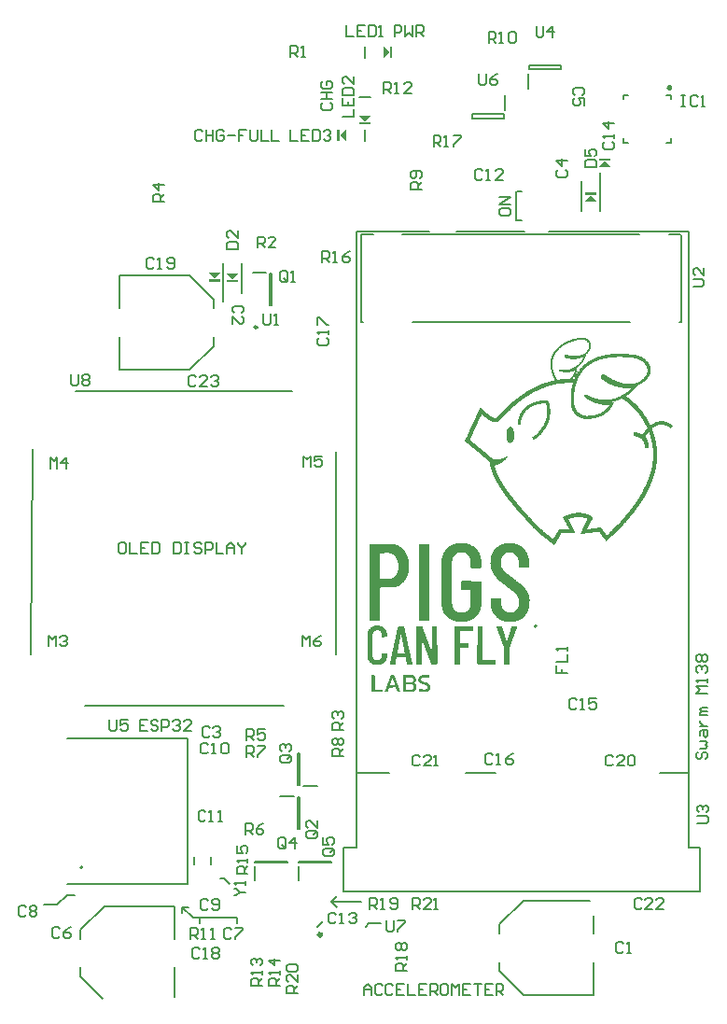
<source format=gto>
G04*
G04 #@! TF.GenerationSoftware,Altium Limited,Altium Designer,21.8.1 (53)*
G04*
G04 Layer_Color=65535*
%FSLAX24Y24*%
%MOIN*%
G70*
G04*
G04 #@! TF.SameCoordinates,81432E86-CE94-4B0C-8261-68E55A96AE99*
G04*
G04*
G04 #@! TF.FilePolarity,Positive*
G04*
G01*
G75*
%ADD10C,0.0079*%
%ADD11C,0.0098*%
%ADD12C,0.0118*%
%ADD13C,0.0060*%
%ADD14C,0.0080*%
%ADD15C,0.0080*%
%ADD16C,0.0050*%
G36*
X13976Y34055D02*
Y33858D01*
X13898D01*
Y34055D01*
Y34252D01*
X13976D01*
Y34055D01*
D02*
G37*
G36*
X13898D02*
X13661Y33858D01*
Y34055D01*
Y34252D01*
X13898Y34055D01*
D02*
G37*
G36*
X23912Y32893D02*
X23959Y32867D01*
X23985Y32820D01*
Y32767D01*
X23959Y32720D01*
X23912Y32693D01*
X23859Y32693D01*
X23812Y32720D01*
X23786Y32766D01*
X23785Y32793D01*
X23785Y32794D01*
X23785Y32794D01*
X23786Y32821D01*
X23812Y32867D01*
X23859Y32893D01*
X23912Y32893D01*
D02*
G37*
G36*
X12992Y31575D02*
X13189D01*
Y31496D01*
X12795D01*
Y31575D01*
X12992D01*
X12795Y31811D01*
X13189D01*
X12992Y31575D01*
D02*
G37*
G36*
X12323Y31102D02*
Y30906D01*
X12087Y31102D01*
X12323Y31299D01*
Y31102D01*
D02*
G37*
G36*
X12087D02*
Y30906D01*
X12008D01*
Y31102D01*
Y31299D01*
X12087D01*
Y31102D01*
D02*
G37*
G36*
X21772Y30197D02*
X21575D01*
X21772Y29961D01*
X21378D01*
X21575Y30197D01*
X21378D01*
Y30276D01*
X21772D01*
Y30197D01*
D02*
G37*
G36*
X21260Y28976D02*
X21063D01*
X21260Y28740D01*
X20866D01*
X21063Y28976D01*
X20866D01*
Y29055D01*
X21260D01*
Y28976D01*
D02*
G37*
G36*
X7641Y25955D02*
X7837D01*
Y25877D01*
X7444D01*
Y25955D01*
X7641D01*
X7444Y26192D01*
X7837D01*
X7641Y25955D01*
D02*
G37*
G36*
X8268Y25945D02*
X8465D01*
Y25866D01*
X8071D01*
Y25945D01*
X8268D01*
X8071Y26181D01*
X8465D01*
X8268Y25945D01*
D02*
G37*
G36*
X20792Y23880D02*
X20795Y23879D01*
X20808Y23877D01*
X20823Y23876D01*
X20829Y23874D01*
X20839Y23872D01*
X20858Y23866D01*
X20863Y23865D01*
X20871Y23863D01*
X20878Y23860D01*
X20891Y23855D01*
X20903Y23850D01*
X20908Y23848D01*
X20940Y23832D01*
X20947Y23826D01*
X20959Y23820D01*
X20968Y23814D01*
X20970Y23812D01*
X20973Y23810D01*
X20975Y23809D01*
X20978Y23806D01*
X20980Y23805D01*
X20983Y23802D01*
X20986Y23801D01*
X20993Y23793D01*
X20996Y23792D01*
X21001Y23787D01*
X21003Y23786D01*
X21014Y23775D01*
X21016Y23772D01*
X21022Y23766D01*
X21023Y23763D01*
X21030Y23757D01*
X21031Y23754D01*
X21036Y23749D01*
X21037Y23747D01*
X21042Y23739D01*
X21044Y23737D01*
X21056Y23714D01*
X21064Y23697D01*
X21067Y23691D01*
X21072Y23670D01*
X21074Y23663D01*
X21075Y23656D01*
X21077Y23643D01*
X21078Y23640D01*
X21079Y23635D01*
X21078Y23578D01*
X21077Y23575D01*
X21075Y23558D01*
X21074Y23554D01*
X21072Y23544D01*
X21070Y23535D01*
X21069Y23530D01*
X21063Y23509D01*
X21060Y23503D01*
X21058Y23495D01*
X21052Y23481D01*
X21049Y23474D01*
X21044Y23460D01*
X21031Y23435D01*
X21026Y23425D01*
X21017Y23409D01*
X21010Y23397D01*
X21008Y23395D01*
X21007Y23392D01*
X21001Y23384D01*
X21000Y23382D01*
X20987Y23364D01*
X20986Y23362D01*
X20981Y23356D01*
X20980Y23354D01*
X20971Y23342D01*
X20967Y23339D01*
X20966Y23336D01*
X20927Y23298D01*
X20926Y23295D01*
X20920Y23289D01*
X20917Y23282D01*
X20916Y23277D01*
X20912Y23265D01*
X20907Y23257D01*
X20905Y23248D01*
X20903Y23243D01*
X20900Y23235D01*
X20894Y23224D01*
X20891Y23208D01*
X20880Y23187D01*
X20877Y23173D01*
X20873Y23166D01*
X20868Y23155D01*
X20864Y23147D01*
X20856Y23131D01*
X20850Y23119D01*
X20845Y23112D01*
X20841Y23103D01*
X20835Y23093D01*
X20833Y23091D01*
X20831Y23085D01*
X20825Y23076D01*
X20823Y23073D01*
X20822Y23071D01*
X20815Y23059D01*
X20806Y23046D01*
X20805Y23044D01*
X20799Y23037D01*
X20790Y23023D01*
X20780Y23008D01*
X20778Y23006D01*
X20777Y23003D01*
X20773Y22999D01*
X20772Y22997D01*
X20766Y22990D01*
X20763Y22985D01*
X20754Y22974D01*
X20748Y22967D01*
X20745Y22962D01*
X20739Y22955D01*
X20734Y22950D01*
X20732Y22947D01*
X20726Y22941D01*
X20725Y22938D01*
X20721Y22934D01*
X20720Y22932D01*
X20714Y22926D01*
X20712Y22925D01*
X20711Y22923D01*
X20698Y22910D01*
X20697Y22907D01*
X20693Y22904D01*
X20692Y22901D01*
X20683Y22893D01*
X20681Y22891D01*
X20678Y22889D01*
X20676Y22888D01*
X20647Y22860D01*
X20645Y22858D01*
X20633Y22849D01*
X20628Y22844D01*
X20626Y22843D01*
X20617Y22834D01*
X20614Y22833D01*
X20607Y22827D01*
X20604Y22824D01*
X20602Y22823D01*
X20586Y22810D01*
X20579Y22806D01*
X20575Y22803D01*
X20577Y22795D01*
X20579Y22793D01*
X20581Y22793D01*
X20582Y22790D01*
X20583Y22786D01*
X20582Y22773D01*
X20581Y22768D01*
X20579Y22758D01*
X20578Y22754D01*
X20576Y22737D01*
X20575Y22731D01*
X20574Y22713D01*
X20572Y22698D01*
X20571Y22685D01*
X20570Y22678D01*
X20568Y22673D01*
X20565Y22663D01*
X20563Y22656D01*
X20561Y22651D01*
X20558Y22636D01*
X20556Y22630D01*
X20554Y22628D01*
X20551Y22622D01*
X20549Y22613D01*
X20547Y22608D01*
X20544Y22599D01*
X20542Y22597D01*
X20537Y22586D01*
X20536Y22581D01*
X20519Y22549D01*
X20517Y22546D01*
X20513Y22537D01*
X20508Y22529D01*
X20504Y22525D01*
X20495Y22508D01*
X20491Y22504D01*
X20490Y22502D01*
X20485Y22493D01*
X20477Y22485D01*
X20471Y22474D01*
X20466Y22469D01*
X20464Y22466D01*
X20456Y22455D01*
X20450Y22449D01*
X20449Y22447D01*
X20445Y22443D01*
X20444Y22441D01*
X20438Y22434D01*
X20436Y22432D01*
X20434Y22430D01*
X20432Y22428D01*
X20429Y22425D01*
X20427Y22420D01*
X20429Y22415D01*
X20434Y22413D01*
X20449Y22412D01*
X20455Y22409D01*
X20478Y22409D01*
X20483Y22412D01*
X20486Y22415D01*
X20498Y22439D01*
X20500Y22448D01*
X20507Y22460D01*
X20512Y22471D01*
X20513Y22476D01*
X20519Y22488D01*
X20523Y22497D01*
X20526Y22505D01*
X20528Y22507D01*
X20530Y22509D01*
X20532Y22512D01*
X20535Y22518D01*
X20538Y22529D01*
X20545Y22537D01*
X20549Y22550D01*
X20556Y22559D01*
X20560Y22568D01*
X20565Y22577D01*
X20568Y22580D01*
X20569Y22582D01*
X20579Y22601D01*
X20582Y22604D01*
X20589Y22618D01*
X20596Y22627D01*
X20601Y22636D01*
X20607Y22645D01*
X20614Y22656D01*
X20620Y22665D01*
X20621Y22668D01*
X20653Y22710D01*
X20656Y22715D01*
X20668Y22731D01*
X20673Y22738D01*
X20675Y22740D01*
X20676Y22743D01*
X20685Y22752D01*
X20686Y22754D01*
X20692Y22759D01*
X20693Y22762D01*
X20697Y22766D01*
X20698Y22768D01*
X20702Y22772D01*
X20703Y22775D01*
X20707Y22779D01*
X20708Y22781D01*
X20718Y22791D01*
X20720Y22794D01*
X20723Y22798D01*
X20725Y22800D01*
X20753Y22828D01*
X20754Y22831D01*
X20759Y22836D01*
X20760Y22839D01*
X20769Y22847D01*
X20771Y22850D01*
X20778Y22857D01*
X20780Y22858D01*
X20783Y22861D01*
X20785Y22862D01*
X20816Y22893D01*
X20818Y22894D01*
X20829Y22904D01*
X20831Y22905D01*
X20838Y22911D01*
X20845Y22918D01*
X20848Y22920D01*
X20857Y22928D01*
X20859Y22930D01*
X20866Y22935D01*
X20872Y22941D01*
X20875Y22942D01*
X20882Y22948D01*
X20886Y22953D01*
X20889Y22954D01*
X20896Y22960D01*
X20900Y22963D01*
X20903Y22965D01*
X20905Y22967D01*
X20914Y22973D01*
X20917Y22976D01*
X20919Y22977D01*
X20922Y22979D01*
X20928Y22983D01*
X20931Y22986D01*
X20933Y22987D01*
X20936Y22990D01*
X20942Y22994D01*
X20955Y23002D01*
X20957Y23004D01*
X20970Y23012D01*
X20977Y23017D01*
X20991Y23027D01*
X21002Y23033D01*
X21005Y23036D01*
X21016Y23042D01*
X21034Y23052D01*
X21054Y23065D01*
X21071Y23074D01*
X21100Y23089D01*
X21135Y23106D01*
X21182Y23129D01*
X21190Y23132D01*
X21211Y23141D01*
X21216Y23143D01*
X21236Y23152D01*
X21241Y23153D01*
X21249Y23156D01*
X21253Y23158D01*
X21265Y23163D01*
X21278Y23167D01*
X21286Y23170D01*
X21299Y23176D01*
X21313Y23179D01*
X21319Y23182D01*
X21321Y23184D01*
X21324Y23185D01*
X21330Y23187D01*
X21335Y23189D01*
X21346Y23191D01*
X21356Y23194D01*
X21363Y23198D01*
X21372Y23200D01*
X21387Y23203D01*
X21392Y23205D01*
X21399Y23208D01*
X21405Y23210D01*
X21415Y23213D01*
X21428Y23215D01*
X21438Y23219D01*
X21445Y23222D01*
X21450Y23223D01*
X21459Y23224D01*
X21464Y23226D01*
X21475Y23228D01*
X21480Y23229D01*
X21498Y23235D01*
X21503Y23236D01*
X21521Y23238D01*
X21526Y23240D01*
X21533Y23242D01*
X21544Y23245D01*
X21549Y23247D01*
X21555Y23248D01*
X21565Y23249D01*
X21577Y23251D01*
X21584Y23252D01*
X21591Y23253D01*
X21598Y23255D01*
X21607Y23258D01*
X21616Y23259D01*
X21631Y23261D01*
X21648Y23263D01*
X21660Y23265D01*
X21668Y23268D01*
X21677Y23269D01*
X21688Y23270D01*
X21692Y23272D01*
X21725Y23275D01*
X21736Y23276D01*
X21746Y23277D01*
X21752Y23279D01*
X21787Y23283D01*
X21803Y23284D01*
X21812Y23286D01*
X21845Y23287D01*
X21849Y23288D01*
X21877Y23289D01*
X21881Y23291D01*
X21894Y23292D01*
X21924Y23293D01*
X21928Y23295D01*
X21949Y23296D01*
X22010Y23297D01*
X22014Y23298D01*
X22190Y23297D01*
X22194Y23296D01*
X22266Y23295D01*
X22270Y23293D01*
X22279Y23292D01*
X22317Y23291D01*
X22321Y23289D01*
X22334Y23288D01*
X22368Y23287D01*
X22372Y23286D01*
X22415Y23284D01*
X22419Y23283D01*
X22444Y23282D01*
X22447Y23281D01*
X22464Y23279D01*
X22474Y23277D01*
X22485Y23276D01*
X22521Y23273D01*
X22549Y23271D01*
X22564Y23268D01*
X22570Y23267D01*
X22578Y23266D01*
X22584Y23265D01*
X22596Y23263D01*
X22609Y23262D01*
X22641Y23259D01*
X22651Y23258D01*
X22658Y23257D01*
X22664Y23256D01*
X22671Y23254D01*
X22676Y23252D01*
X22703Y23249D01*
X22711Y23248D01*
X22724Y23245D01*
X22730Y23243D01*
X22745Y23238D01*
X22766Y23235D01*
X22774Y23232D01*
X22788Y23226D01*
X22800Y23224D01*
X22808Y23221D01*
X22816Y23215D01*
X22831Y23212D01*
X22853Y23201D01*
X22860Y23200D01*
X22866Y23197D01*
X22870Y23194D01*
X22881Y23189D01*
X22889Y23185D01*
X22891Y23184D01*
X22894Y23182D01*
X22916Y23171D01*
X22923Y23166D01*
X22937Y23158D01*
X22940Y23156D01*
X22942Y23154D01*
X22958Y23143D01*
X22971Y23136D01*
X22973Y23134D01*
X22975Y23133D01*
X22978Y23130D01*
X22981Y23129D01*
X22988Y23123D01*
X22992Y23120D01*
X23008Y23108D01*
X23011Y23104D01*
X23014Y23103D01*
X23016Y23101D01*
X23019Y23099D01*
X23032Y23087D01*
X23034Y23085D01*
X23039Y23080D01*
X23042Y23079D01*
X23073Y23048D01*
X23074Y23045D01*
X23083Y23036D01*
X23085Y23034D01*
X23095Y23023D01*
X23096Y23021D01*
X23099Y23018D01*
X23100Y23016D01*
X23106Y23009D01*
X23107Y23007D01*
X23116Y22995D01*
X23123Y22986D01*
X23124Y22984D01*
X23130Y22978D01*
X23137Y22966D01*
X23141Y22962D01*
X23142Y22960D01*
X23150Y22946D01*
X23152Y22943D01*
X23153Y22941D01*
X23159Y22929D01*
X23162Y22923D01*
X23167Y22915D01*
X23173Y22901D01*
X23178Y22894D01*
X23181Y22886D01*
X23183Y22878D01*
X23192Y22859D01*
X23193Y22854D01*
X23195Y22846D01*
X23199Y22835D01*
X23204Y22817D01*
X23206Y22804D01*
X23210Y22774D01*
X23211Y22769D01*
X23212Y22687D01*
X23211Y22683D01*
X23206Y22643D01*
X23204Y22638D01*
X23203Y22629D01*
X23200Y22622D01*
X23196Y22608D01*
X23194Y22599D01*
X23192Y22593D01*
X23188Y22583D01*
X23187Y22581D01*
X23183Y22572D01*
X23180Y22562D01*
X23175Y22553D01*
X23173Y22550D01*
X23169Y22542D01*
X23167Y22536D01*
X23162Y22529D01*
X23157Y22517D01*
X23151Y22506D01*
X23148Y22503D01*
X23139Y22486D01*
X23136Y22483D01*
X23129Y22471D01*
X23123Y22464D01*
X23117Y22454D01*
X23111Y22448D01*
X23110Y22446D01*
X23101Y22434D01*
X23096Y22427D01*
X23095Y22424D01*
X23091Y22420D01*
X23090Y22418D01*
X23088Y22417D01*
X23085Y22412D01*
X23079Y22405D01*
X23070Y22397D01*
X23069Y22395D01*
X23059Y22384D01*
X23058Y22382D01*
X23049Y22373D01*
X23048Y22370D01*
X23041Y22363D01*
X23038Y22362D01*
X23032Y22354D01*
X23028Y22351D01*
X23026Y22350D01*
X23025Y22347D01*
X23019Y22342D01*
X23016Y22340D01*
X23011Y22335D01*
X23009Y22334D01*
X23004Y22329D01*
X23001Y22328D01*
X22999Y22326D01*
X22998Y22323D01*
X22992Y22317D01*
X22989Y22316D01*
X22982Y22309D01*
X22979Y22307D01*
X22972Y22301D01*
X22968Y22297D01*
X22965Y22296D01*
X22963Y22293D01*
X22960Y22292D01*
X22956Y22288D01*
X22954Y22287D01*
X22949Y22282D01*
X22946Y22280D01*
X22944Y22278D01*
X22941Y22277D01*
X22937Y22273D01*
X22935Y22272D01*
X22932Y22269D01*
X22923Y22264D01*
X22919Y22260D01*
X22917Y22259D01*
X22908Y22252D01*
X22905Y22251D01*
X22903Y22249D01*
X22900Y22247D01*
X22893Y22242D01*
X22881Y22236D01*
X22873Y22231D01*
X22862Y22224D01*
X22854Y22219D01*
X22846Y22216D01*
X22840Y22213D01*
X22838Y22212D01*
X22835Y22210D01*
X22821Y22204D01*
X22812Y22199D01*
X22798Y22192D01*
X22790Y22189D01*
X22788Y22187D01*
X22785Y22186D01*
X22779Y22184D01*
X22774Y22182D01*
X22764Y22178D01*
X22757Y22175D01*
X22748Y22171D01*
X22746Y22169D01*
X22739Y22164D01*
X22736Y22161D01*
X22736Y22159D01*
X22733Y22158D01*
X22728Y22150D01*
X22717Y22139D01*
X22716Y22137D01*
X22713Y22134D01*
X22712Y22132D01*
X22706Y22125D01*
X22704Y22123D01*
X22694Y22113D01*
X22693Y22110D01*
X22687Y22103D01*
X22679Y22095D01*
X22678Y22092D01*
X22673Y22087D01*
X22671Y22085D01*
X22669Y22082D01*
X22667Y22080D01*
X22658Y22071D01*
X22657Y22068D01*
X22655Y22066D01*
X22653Y22063D01*
X22642Y22051D01*
X22641Y22049D01*
X22634Y22043D01*
X22633Y22040D01*
X22630Y22037D01*
X22629Y22035D01*
X22620Y22026D01*
X22619Y22023D01*
X22614Y22018D01*
X22613Y22016D01*
X22552Y21955D01*
X22549Y21954D01*
X22543Y21948D01*
X22540Y21946D01*
X22523Y21928D01*
X22520Y21927D01*
X22518Y21925D01*
X22515Y21923D01*
X22509Y21917D01*
X22506Y21916D01*
X22501Y21911D01*
X22498Y21909D01*
X22491Y21902D01*
X22488Y21900D01*
X22486Y21898D01*
X22483Y21897D01*
X22481Y21894D01*
X22478Y21893D01*
X22475Y21890D01*
X22473Y21889D01*
X22470Y21886D01*
X22468Y21885D01*
X22463Y21880D01*
X22460Y21879D01*
X22456Y21875D01*
X22454Y21874D01*
X22450Y21870D01*
X22447Y21868D01*
X22444Y21865D01*
X22441Y21863D01*
X22416Y21845D01*
X22407Y21838D01*
X22404Y21837D01*
X22397Y21831D01*
X22389Y21826D01*
X22385Y21823D01*
X22382Y21820D01*
X22380Y21819D01*
X22372Y21814D01*
X22363Y21808D01*
X22359Y21805D01*
X22357Y21803D01*
X22345Y21795D01*
X22340Y21792D01*
X22336Y21787D01*
X22337Y21782D01*
X22343Y21777D01*
X22345Y21775D01*
X22350Y21770D01*
X22353Y21769D01*
X22362Y21763D01*
X22366Y21759D01*
X22368Y21757D01*
X22377Y21752D01*
X22384Y21747D01*
X22386Y21745D01*
X22389Y21743D01*
X22398Y21737D01*
X22403Y21732D01*
X22409Y21728D01*
X22415Y21722D01*
X22427Y21715D01*
X22435Y21708D01*
X22437Y21706D01*
X22444Y21701D01*
X22449Y21696D01*
X22451Y21695D01*
X22460Y21689D01*
X22463Y21685D01*
X22465Y21683D01*
X22477Y21675D01*
X22479Y21672D01*
X22482Y21671D01*
X22493Y21662D01*
X22496Y21659D01*
X22498Y21658D01*
X22505Y21652D01*
X22512Y21645D01*
X22515Y21644D01*
X22522Y21638D01*
X22528Y21632D01*
X22530Y21631D01*
X22539Y21622D01*
X22542Y21621D01*
X22547Y21616D01*
X22549Y21615D01*
X22555Y21609D01*
X22557Y21608D01*
X22561Y21604D01*
X22563Y21603D01*
X22574Y21593D01*
X22576Y21592D01*
X22585Y21583D01*
X22588Y21581D01*
X22600Y21569D01*
X22603Y21567D01*
X22606Y21563D01*
X22608Y21561D01*
X22611Y21560D01*
X22614Y21556D01*
X22617Y21555D01*
X22625Y21547D01*
X22627Y21546D01*
X22632Y21541D01*
X22633Y21539D01*
X22636Y21536D01*
X22639Y21534D01*
X22642Y21531D01*
X22643Y21528D01*
X22649Y21523D01*
X22651Y21521D01*
X22656Y21517D01*
X22657Y21514D01*
X22662Y21510D01*
X22664Y21509D01*
X22666Y21507D01*
X22667Y21504D01*
X22673Y21499D01*
X22676Y21497D01*
X22680Y21493D01*
X22681Y21490D01*
X22687Y21484D01*
X22690Y21483D01*
X22692Y21481D01*
X22693Y21479D01*
X22696Y21476D01*
X22699Y21474D01*
X22704Y21469D01*
X22706Y21466D01*
X22710Y21462D01*
X22713Y21460D01*
X22716Y21457D01*
X22717Y21455D01*
X22722Y21450D01*
X22724Y21449D01*
X22727Y21446D01*
X22729Y21443D01*
X22734Y21437D01*
X22737Y21436D01*
X22740Y21433D01*
X22741Y21430D01*
X22752Y21420D01*
X22753Y21418D01*
X22755Y21415D01*
X22756Y21413D01*
X22759Y21412D01*
X22763Y21407D01*
X22764Y21405D01*
X22770Y21399D01*
X22773Y21398D01*
X22776Y21395D01*
X22777Y21392D01*
X22783Y21385D01*
X22785Y21383D01*
X22786Y21381D01*
X22796Y21371D01*
X22798Y21370D01*
X22799Y21368D01*
X22801Y21365D01*
X22803Y21363D01*
X22808Y21356D01*
X22815Y21349D01*
X22817Y21346D01*
X22824Y21338D01*
X22828Y21332D01*
X22838Y21322D01*
X22840Y21319D01*
X22842Y21317D01*
X22843Y21315D01*
X22845Y21314D01*
X22849Y21310D01*
X22850Y21308D01*
X22856Y21301D01*
X22860Y21296D01*
X22861Y21294D01*
X22867Y21287D01*
X22869Y21285D01*
X22870Y21282D01*
X22874Y21278D01*
X22875Y21276D01*
X22881Y21269D01*
X22886Y21264D01*
X22887Y21262D01*
X22896Y21250D01*
X22898Y21248D01*
X22900Y21245D01*
X22905Y21238D01*
X22907Y21236D01*
X22908Y21234D01*
X22911Y21231D01*
X22912Y21229D01*
X22915Y21226D01*
X22916Y21224D01*
X22920Y21220D01*
X22921Y21217D01*
X22933Y21201D01*
X22935Y21199D01*
X22937Y21197D01*
X22942Y21190D01*
X22944Y21188D01*
X22945Y21185D01*
X22965Y21159D01*
X22966Y21156D01*
X22968Y21153D01*
X22970Y21151D01*
X22976Y21142D01*
X22977Y21139D01*
X22980Y21137D01*
X22981Y21134D01*
X22984Y21132D01*
X22985Y21129D01*
X23002Y21103D01*
X23007Y21095D01*
X23009Y21094D01*
X23011Y21091D01*
X23030Y21061D01*
X23033Y21057D01*
X23039Y21048D01*
X23048Y21034D01*
X23049Y21031D01*
X23055Y21022D01*
X23056Y21020D01*
X23064Y21005D01*
X23070Y20997D01*
X23072Y20994D01*
X23078Y20983D01*
X23081Y20980D01*
X23091Y20961D01*
X23096Y20953D01*
X23102Y20942D01*
X23107Y20934D01*
X23109Y20929D01*
X23113Y20923D01*
X23119Y20914D01*
X23123Y20902D01*
X23133Y20888D01*
X23135Y20881D01*
X23139Y20874D01*
X23144Y20866D01*
X23148Y20858D01*
X23152Y20851D01*
X23157Y20844D01*
X23159Y20836D01*
X23166Y20826D01*
X23169Y20819D01*
X23171Y20813D01*
X23176Y20804D01*
X23183Y20790D01*
X23190Y20776D01*
X23193Y20770D01*
X23196Y20761D01*
X23201Y20754D01*
X23206Y20748D01*
X23211Y20748D01*
X23215Y20750D01*
X23222Y20755D01*
X23228Y20761D01*
X23231Y20763D01*
X23240Y20769D01*
X23242Y20770D01*
X23245Y20773D01*
X23247Y20774D01*
X23256Y20780D01*
X23259Y20782D01*
X23261Y20784D01*
X23264Y20785D01*
X23273Y20792D01*
X23289Y20801D01*
X23310Y20814D01*
X23329Y20824D01*
X23358Y20838D01*
X23366Y20841D01*
X23373Y20844D01*
X23375Y20845D01*
X23384Y20849D01*
X23393Y20852D01*
X23401Y20855D01*
X23414Y20861D01*
X23435Y20866D01*
X23444Y20870D01*
X23450Y20872D01*
X23465Y20875D01*
X23470Y20876D01*
X23483Y20878D01*
X23489Y20880D01*
X23500Y20884D01*
X23505Y20885D01*
X23525Y20886D01*
X23529Y20888D01*
X23560Y20889D01*
X23564Y20890D01*
X23637Y20889D01*
X23641Y20888D01*
X23674Y20886D01*
X23678Y20885D01*
X23692Y20883D01*
X23697Y20882D01*
X23704Y20880D01*
X23713Y20877D01*
X23728Y20875D01*
X23733Y20873D01*
X23741Y20872D01*
X23754Y20866D01*
X23761Y20865D01*
X23766Y20863D01*
X23775Y20861D01*
X23780Y20860D01*
X23798Y20852D01*
X23805Y20850D01*
X23812Y20847D01*
X23828Y20840D01*
X23834Y20838D01*
X23853Y20829D01*
X23861Y20826D01*
X23872Y20819D01*
X23890Y20810D01*
X23904Y20802D01*
X23925Y20789D01*
X23933Y20784D01*
X23960Y20766D01*
X23963Y20765D01*
X24001Y20737D01*
X24003Y20731D01*
X24002Y20720D01*
X23997Y20715D01*
X23995Y20712D01*
X23991Y20708D01*
X23990Y20706D01*
X23984Y20699D01*
X23981Y20696D01*
X23980Y20693D01*
X23977Y20690D01*
X23976Y20688D01*
X23974Y20685D01*
X23972Y20683D01*
X23969Y20679D01*
X23967Y20676D01*
X23958Y20665D01*
X23954Y20661D01*
X23953Y20659D01*
X23947Y20652D01*
X23944Y20648D01*
X23943Y20646D01*
X23937Y20640D01*
X23928Y20641D01*
X23919Y20650D01*
X23910Y20655D01*
X23907Y20659D01*
X23904Y20660D01*
X23902Y20663D01*
X23893Y20668D01*
X23890Y20671D01*
X23888Y20672D01*
X23885Y20674D01*
X23873Y20681D01*
X23865Y20687D01*
X23853Y20694D01*
X23845Y20699D01*
X23831Y20706D01*
X23792Y20726D01*
X23778Y20732D01*
X23771Y20734D01*
X23763Y20738D01*
X23750Y20743D01*
X23714Y20755D01*
X23699Y20759D01*
X23690Y20761D01*
X23675Y20764D01*
X23669Y20766D01*
X23656Y20767D01*
X23641Y20770D01*
X23611Y20771D01*
X23605Y20772D01*
X23592Y20773D01*
X23585Y20772D01*
X23578Y20771D01*
X23550Y20770D01*
X23540Y20768D01*
X23527Y20767D01*
X23519Y20766D01*
X23507Y20763D01*
X23497Y20761D01*
X23490Y20759D01*
X23469Y20754D01*
X23453Y20748D01*
X23447Y20745D01*
X23440Y20743D01*
X23431Y20740D01*
X23419Y20734D01*
X23410Y20731D01*
X23386Y20719D01*
X23367Y20709D01*
X23359Y20704D01*
X23345Y20696D01*
X23336Y20690D01*
X23328Y20685D01*
X23325Y20682D01*
X23322Y20681D01*
X23315Y20676D01*
X23312Y20674D01*
X23305Y20669D01*
X23303Y20667D01*
X23301Y20666D01*
X23294Y20660D01*
X23289Y20657D01*
X23287Y20654D01*
X23284Y20653D01*
X23277Y20647D01*
X23273Y20644D01*
X23270Y20641D01*
X23268Y20640D01*
X23259Y20632D01*
X23258Y20627D01*
X23259Y20618D01*
X23266Y20604D01*
X23267Y20599D01*
X23276Y20579D01*
X23278Y20569D01*
X23281Y20563D01*
X23284Y20555D01*
X23290Y20540D01*
X23291Y20535D01*
X23294Y20527D01*
X23297Y20520D01*
X23300Y20513D01*
X23302Y20505D01*
X23303Y20500D01*
X23307Y20490D01*
X23313Y20476D01*
X23315Y20468D01*
X23317Y20458D01*
X23322Y20445D01*
X23326Y20434D01*
X23328Y20426D01*
X23331Y20416D01*
X23337Y20397D01*
X23340Y20387D01*
X23346Y20366D01*
X23350Y20351D01*
X23352Y20343D01*
X23353Y20338D01*
X23359Y20319D01*
X23360Y20314D01*
X23362Y20306D01*
X23367Y20285D01*
X23369Y20278D01*
X23371Y20270D01*
X23372Y20264D01*
X23379Y20238D01*
X23380Y20232D01*
X23381Y20227D01*
X23386Y20201D01*
X23388Y20194D01*
X23391Y20184D01*
X23393Y20172D01*
X23396Y20153D01*
X23399Y20137D01*
X23402Y20123D01*
X23404Y20113D01*
X23406Y20096D01*
X23409Y20078D01*
X23410Y20072D01*
X23412Y20061D01*
X23413Y20053D01*
X23414Y20048D01*
X23416Y20031D01*
X23417Y20022D01*
X23419Y20004D01*
X23421Y19993D01*
X23423Y19977D01*
X23426Y19951D01*
X23428Y19938D01*
X23430Y19903D01*
X23431Y19884D01*
X23433Y19880D01*
X23434Y19864D01*
X23433Y19855D01*
X23434Y19851D01*
X23435Y19843D01*
X23437Y19840D01*
X23438Y19835D01*
X23437Y19806D01*
X23438Y19792D01*
X23440Y19775D01*
X23439Y19578D01*
X23438Y19574D01*
X23437Y19528D01*
X23435Y19525D01*
X23434Y19516D01*
X23433Y19488D01*
X23431Y19484D01*
X23430Y19467D01*
X23429Y19444D01*
X23428Y19440D01*
X23426Y19414D01*
X23425Y19410D01*
X23423Y19395D01*
X23422Y19387D01*
X23419Y19361D01*
X23417Y19348D01*
X23416Y19333D01*
X23414Y19326D01*
X23412Y19310D01*
X23410Y19303D01*
X23409Y19296D01*
X23405Y19270D01*
X23403Y19257D01*
X23400Y19241D01*
X23399Y19234D01*
X23396Y19224D01*
X23395Y19218D01*
X23391Y19195D01*
X23390Y19188D01*
X23385Y19168D01*
X23381Y19149D01*
X23377Y19135D01*
X23376Y19130D01*
X23375Y19123D01*
X23373Y19118D01*
X23372Y19111D01*
X23371Y19104D01*
X23366Y19084D01*
X23361Y19069D01*
X23360Y19064D01*
X23358Y19056D01*
X23352Y19037D01*
X23346Y19012D01*
X23340Y18991D01*
X23338Y18986D01*
X23336Y18978D01*
X23332Y18967D01*
X23328Y18953D01*
X23326Y18944D01*
X23324Y18937D01*
X23320Y18927D01*
X23317Y18920D01*
X23315Y18913D01*
X23313Y18907D01*
X23308Y18892D01*
X23305Y18885D01*
X23301Y18870D01*
X23296Y18854D01*
X23292Y18847D01*
X23291Y18840D01*
X23289Y18835D01*
X23285Y18825D01*
X23280Y18811D01*
X23278Y18803D01*
X23277Y18798D01*
X23274Y18792D01*
X23267Y18776D01*
X23265Y18767D01*
X23262Y18761D01*
X23257Y18752D01*
X23253Y18736D01*
X23250Y18728D01*
X23248Y18726D01*
X23244Y18717D01*
X23241Y18707D01*
X23238Y18699D01*
X23236Y18697D01*
X23235Y18694D01*
X23231Y18685D01*
X23229Y18676D01*
X23218Y18655D01*
X23217Y18648D01*
X23214Y18641D01*
X23211Y18638D01*
X23208Y18632D01*
X23207Y18627D01*
X23204Y18618D01*
X23196Y18602D01*
X23194Y18597D01*
X23192Y18591D01*
X23181Y18569D01*
X23178Y18561D01*
X23171Y18549D01*
X23166Y18535D01*
X23160Y18526D01*
X23159Y18521D01*
X23154Y18509D01*
X23149Y18501D01*
X23146Y18493D01*
X23138Y18479D01*
X23133Y18467D01*
X23130Y18459D01*
X23123Y18445D01*
X23120Y18437D01*
X23110Y18419D01*
X23095Y18389D01*
X23090Y18382D01*
X23085Y18370D01*
X23078Y18359D01*
X23073Y18347D01*
X23067Y18336D01*
X23056Y18317D01*
X23051Y18309D01*
X23050Y18304D01*
X23044Y18292D01*
X23039Y18285D01*
X23035Y18276D01*
X23033Y18273D01*
X23027Y18264D01*
X23009Y18230D01*
X23003Y18220D01*
X23002Y18217D01*
X22995Y18207D01*
X22986Y18190D01*
X22981Y18181D01*
X22976Y18174D01*
X22968Y18160D01*
X22963Y18152D01*
X22962Y18149D01*
X22956Y18138D01*
X22949Y18129D01*
X22943Y18118D01*
X22933Y18100D01*
X22926Y18091D01*
X22925Y18088D01*
X22920Y18079D01*
X22914Y18070D01*
X22907Y18059D01*
X22905Y18056D01*
X22903Y18054D01*
X22898Y18045D01*
X22890Y18033D01*
X22884Y18023D01*
X22880Y18018D01*
X22878Y18016D01*
X22869Y17999D01*
X22865Y17995D01*
X22859Y17984D01*
X22854Y17979D01*
X22846Y17964D01*
X22842Y17961D01*
X22841Y17958D01*
X22836Y17949D01*
X22831Y17944D01*
X22829Y17942D01*
X22823Y17930D01*
X22818Y17925D01*
X22817Y17922D01*
X22812Y17913D01*
X22806Y17906D01*
X22804Y17905D01*
X22798Y17893D01*
X22791Y17887D01*
X22785Y17875D01*
X22780Y17870D01*
X22773Y17859D01*
X22769Y17855D01*
X22768Y17852D01*
X22763Y17843D01*
X22757Y17836D01*
X22754Y17833D01*
X22749Y17824D01*
X22744Y17819D01*
X22743Y17817D01*
X22736Y17808D01*
X22727Y17795D01*
X22724Y17788D01*
X22718Y17783D01*
X22717Y17781D01*
X22711Y17772D01*
X22692Y17747D01*
X22687Y17739D01*
X22683Y17735D01*
X22678Y17726D01*
X22675Y17723D01*
X22674Y17721D01*
X22670Y17717D01*
X22669Y17714D01*
X22666Y17712D01*
X22665Y17709D01*
X22659Y17702D01*
X22656Y17698D01*
X22647Y17686D01*
X22625Y17657D01*
X22623Y17655D01*
X22621Y17652D01*
X22618Y17648D01*
X22616Y17646D01*
X22614Y17643D01*
X22613Y17640D01*
X22609Y17637D01*
X22607Y17634D01*
X22602Y17627D01*
X22599Y17623D01*
X22595Y17619D01*
X22593Y17616D01*
X22591Y17614D01*
X22590Y17611D01*
X22587Y17609D01*
X22586Y17606D01*
X22582Y17602D01*
X22581Y17600D01*
X22575Y17593D01*
X22572Y17589D01*
X22570Y17587D01*
X22568Y17584D01*
X22567Y17582D01*
X22564Y17579D01*
X22563Y17577D01*
X22559Y17573D01*
X22558Y17570D01*
X22555Y17568D01*
X22554Y17565D01*
X22549Y17560D01*
X22548Y17558D01*
X22544Y17554D01*
X22542Y17551D01*
X22537Y17544D01*
X22530Y17537D01*
X22528Y17535D01*
X22523Y17529D01*
X22522Y17527D01*
X22516Y17520D01*
X22514Y17516D01*
X22512Y17515D01*
X22510Y17513D01*
X22508Y17510D01*
X22507Y17508D01*
X22499Y17500D01*
X22498Y17498D01*
X22495Y17495D01*
X22494Y17493D01*
X22488Y17486D01*
X22485Y17482D01*
X22484Y17480D01*
X22478Y17473D01*
X22471Y17466D01*
X22470Y17463D01*
X22464Y17456D01*
X22458Y17450D01*
X22457Y17448D01*
X22448Y17439D01*
X22447Y17436D01*
X22437Y17426D01*
X22435Y17424D01*
X22429Y17415D01*
X22421Y17407D01*
X22420Y17405D01*
X22412Y17397D01*
X22411Y17394D01*
X22406Y17389D01*
X22405Y17387D01*
X22400Y17383D01*
X22398Y17382D01*
X22397Y17379D01*
X22391Y17372D01*
X22375Y17356D01*
X22374Y17353D01*
X22368Y17346D01*
X22363Y17341D01*
X22361Y17338D01*
X22352Y17329D01*
X22351Y17327D01*
X22349Y17324D01*
X22347Y17322D01*
X22332Y17306D01*
X22331Y17304D01*
X22327Y17300D01*
X22326Y17297D01*
X22308Y17279D01*
X22306Y17277D01*
X22301Y17272D01*
X22300Y17269D01*
X22281Y17250D01*
X22280Y17248D01*
X22272Y17240D01*
X22271Y17237D01*
X22262Y17228D01*
X22260Y17226D01*
X22257Y17223D01*
X22255Y17221D01*
X22253Y17220D01*
X22252Y17217D01*
X22238Y17203D01*
X22236Y17200D01*
X22232Y17197D01*
X22231Y17194D01*
X22203Y17166D01*
X22202Y17164D01*
X22201Y17163D01*
X22199Y17161D01*
X22192Y17154D01*
X22190Y17152D01*
X22188Y17149D01*
X22187Y17147D01*
X22184Y17144D01*
X22183Y17142D01*
X22111Y17070D01*
X22111Y17068D01*
X22108Y17067D01*
X22101Y17060D01*
X22100Y17058D01*
X22093Y17051D01*
X22092Y17049D01*
X22090Y17046D01*
X22088Y17043D01*
X22086Y17042D01*
X22084Y17040D01*
X22014Y16970D01*
X22011Y16969D01*
X22009Y16966D01*
X22006Y16965D01*
X21983Y16942D01*
X21981Y16941D01*
X21981Y16940D01*
X21979Y16939D01*
X21977Y16936D01*
X21969Y16928D01*
X21966Y16927D01*
X21963Y16922D01*
X21961Y16920D01*
X21959Y16919D01*
X21952Y16912D01*
X21951Y16910D01*
X21949Y16909D01*
X21917Y16877D01*
X21914Y16876D01*
X21909Y16871D01*
X21907Y16869D01*
X21867Y16830D01*
X21864Y16829D01*
X21861Y16825D01*
X21858Y16823D01*
X21840Y16806D01*
X21838Y16804D01*
X21834Y16800D01*
X21827Y16793D01*
X21825Y16792D01*
X21823Y16790D01*
X21822Y16788D01*
X21820Y16786D01*
X21817Y16784D01*
X21815Y16783D01*
X21803Y16771D01*
X21801Y16770D01*
X21799Y16768D01*
X21797Y16765D01*
X21792Y16760D01*
X21789Y16758D01*
X21781Y16751D01*
X21779Y16749D01*
X21765Y16735D01*
X21762Y16734D01*
X21760Y16732D01*
X21759Y16730D01*
X21755Y16725D01*
X21752Y16724D01*
X21750Y16721D01*
X21747Y16720D01*
X21741Y16714D01*
X21738Y16712D01*
X21734Y16708D01*
X21732Y16705D01*
X21729Y16702D01*
X21727Y16701D01*
X21722Y16696D01*
X21719Y16695D01*
X21710Y16686D01*
X21708Y16684D01*
X21702Y16680D01*
X21700Y16677D01*
X21693Y16670D01*
X21691Y16669D01*
X21689Y16667D01*
X21688Y16665D01*
X21683Y16661D01*
X21676Y16656D01*
X21669Y16649D01*
X21667Y16647D01*
X21662Y16643D01*
X21661Y16640D01*
X21658Y16637D01*
X21655Y16636D01*
X21649Y16630D01*
X21646Y16628D01*
X21642Y16624D01*
X21640Y16623D01*
X21631Y16614D01*
X21625Y16612D01*
X21620Y16613D01*
X21615Y16617D01*
X21614Y16620D01*
X21608Y16627D01*
X21606Y16629D01*
X21605Y16631D01*
X21593Y16647D01*
X21588Y16655D01*
X21584Y16660D01*
X21579Y16665D01*
X21576Y16671D01*
X21569Y16677D01*
X21568Y16680D01*
X21559Y16691D01*
X21553Y16700D01*
X21551Y16703D01*
X21546Y16710D01*
X21544Y16712D01*
X21542Y16714D01*
X21533Y16726D01*
X21531Y16728D01*
X21530Y16731D01*
X21517Y16747D01*
X21513Y16754D01*
X21507Y16761D01*
X21505Y16763D01*
X21504Y16765D01*
X21495Y16777D01*
X21483Y16793D01*
X21478Y16801D01*
X21475Y16805D01*
X21472Y16808D01*
X21471Y16810D01*
X21468Y16813D01*
X21467Y16815D01*
X21458Y16827D01*
X21436Y16856D01*
X21434Y16859D01*
X21433Y16861D01*
X21424Y16873D01*
X21421Y16875D01*
X21420Y16878D01*
X21417Y16880D01*
X21416Y16883D01*
X21413Y16885D01*
X21412Y16888D01*
X21410Y16890D01*
X21408Y16893D01*
X21405Y16897D01*
X21401Y16903D01*
X21398Y16906D01*
X21397Y16908D01*
X21394Y16911D01*
X21393Y16913D01*
X21387Y16920D01*
X21384Y16925D01*
X21382Y16927D01*
X21380Y16930D01*
X21371Y16941D01*
X21368Y16945D01*
X21362Y16947D01*
X21335Y16946D01*
X21331Y16945D01*
X21318Y16943D01*
X21315Y16942D01*
X21298Y16941D01*
X21292Y16938D01*
X21283Y16937D01*
X21266Y16936D01*
X21262Y16934D01*
X21245Y16933D01*
X21230Y16930D01*
X21217Y16929D01*
X21211Y16927D01*
X21206Y16926D01*
X21194Y16925D01*
X21163Y16921D01*
X21148Y16918D01*
X21131Y16917D01*
X21126Y16915D01*
X21108Y16913D01*
X21093Y16911D01*
X21083Y16910D01*
X21068Y16907D01*
X21058Y16906D01*
X21042Y16903D01*
X21031Y16902D01*
X21000Y16898D01*
X20993Y16897D01*
X20986Y16896D01*
X20975Y16894D01*
X20967Y16893D01*
X20962Y16892D01*
X20939Y16889D01*
X20919Y16887D01*
X20911Y16885D01*
X20905Y16884D01*
X20899Y16883D01*
X20885Y16882D01*
X20879Y16880D01*
X20874Y16879D01*
X20856Y16878D01*
X20830Y16874D01*
X20825Y16873D01*
X20817Y16871D01*
X20796Y16869D01*
X20791Y16867D01*
X20776Y16866D01*
X20755Y16864D01*
X20748Y16862D01*
X20728Y16859D01*
X20713Y16856D01*
X20699Y16854D01*
X20695Y16855D01*
X20688Y16859D01*
X20686Y16861D01*
X20688Y16870D01*
X20690Y16873D01*
X20759Y17012D01*
X20765Y17023D01*
X20771Y17035D01*
X20777Y17046D01*
X20783Y17060D01*
X20790Y17072D01*
X20795Y17083D01*
X20801Y17095D01*
X20808Y17109D01*
X20813Y17117D01*
X20819Y17132D01*
X20824Y17140D01*
X20828Y17147D01*
X20831Y17153D01*
X20834Y17162D01*
X20837Y17166D01*
X20841Y17172D01*
X20845Y17184D01*
X20848Y17189D01*
X20854Y17197D01*
X20855Y17204D01*
X20858Y17210D01*
X20860Y17212D01*
X20861Y17214D01*
X20864Y17217D01*
X20870Y17234D01*
X20876Y17242D01*
X20881Y17255D01*
X20885Y17262D01*
X20893Y17278D01*
X20901Y17291D01*
X20903Y17297D01*
X20906Y17306D01*
X20908Y17308D01*
X20910Y17310D01*
X20913Y17316D01*
X20917Y17325D01*
X20923Y17335D01*
X20927Y17346D01*
X20935Y17360D01*
X20940Y17371D01*
X20948Y17385D01*
X20953Y17397D01*
X20952Y17405D01*
X20947Y17409D01*
X20923Y17420D01*
X20916Y17422D01*
X20910Y17425D01*
X20894Y17432D01*
X20885Y17434D01*
X20880Y17435D01*
X20874Y17438D01*
X20867Y17441D01*
X20858Y17443D01*
X20848Y17446D01*
X20838Y17448D01*
X20816Y17455D01*
X20811Y17456D01*
X20798Y17457D01*
X20793Y17459D01*
X20778Y17462D01*
X20773Y17463D01*
X20766Y17465D01*
X20757Y17466D01*
X20752Y17468D01*
X20691Y17471D01*
X20676Y17473D01*
X20659Y17475D01*
X20613Y17474D01*
X20609Y17473D01*
X20604Y17471D01*
X20566Y17470D01*
X20562Y17469D01*
X20531Y17468D01*
X20528Y17466D01*
X20519Y17464D01*
X20500Y17461D01*
X20495Y17459D01*
X20487Y17458D01*
X20476Y17457D01*
X20462Y17454D01*
X20455Y17452D01*
X20437Y17447D01*
X20432Y17446D01*
X20420Y17444D01*
X20415Y17443D01*
X20405Y17439D01*
X20396Y17436D01*
X20388Y17434D01*
X20375Y17431D01*
X20365Y17427D01*
X20358Y17424D01*
X20349Y17422D01*
X20344Y17420D01*
X20337Y17419D01*
X20318Y17410D01*
X20309Y17408D01*
X20283Y17394D01*
X20281Y17388D01*
X20380Y17188D01*
X20388Y17174D01*
X20392Y17165D01*
X20399Y17151D01*
X20403Y17142D01*
X20406Y17135D01*
X20407Y17133D01*
X20412Y17125D01*
X20417Y17112D01*
X20422Y17103D01*
X20426Y17097D01*
X20431Y17085D01*
X20433Y17083D01*
X20434Y17081D01*
X20441Y17064D01*
X20443Y17061D01*
X20449Y17052D01*
X20454Y17038D01*
X20462Y17026D01*
X20464Y17019D01*
X20472Y17005D01*
X20476Y16996D01*
X20485Y16980D01*
X20489Y16971D01*
X20495Y16959D01*
X20501Y16945D01*
X20507Y16936D01*
X20523Y16902D01*
X20522Y16894D01*
X20519Y16891D01*
X20510Y16890D01*
X20505Y16891D01*
X20028Y16890D01*
X20019Y16883D01*
X20014Y16879D01*
X20008Y16867D01*
X20003Y16860D01*
X19994Y16843D01*
X19991Y16841D01*
X19985Y16829D01*
X19978Y16819D01*
X19972Y16808D01*
X19967Y16800D01*
X19959Y16786D01*
X19954Y16778D01*
X19953Y16776D01*
X19944Y16762D01*
X19936Y16748D01*
X19931Y16740D01*
X19922Y16723D01*
X19907Y16699D01*
X19901Y16688D01*
X19896Y16679D01*
X19889Y16668D01*
X19888Y16666D01*
X19883Y16657D01*
X19876Y16648D01*
X19875Y16646D01*
X19869Y16634D01*
X19864Y16626D01*
X19856Y16612D01*
X19851Y16605D01*
X19845Y16593D01*
X19842Y16591D01*
X19841Y16588D01*
X19833Y16574D01*
X19828Y16566D01*
X19827Y16564D01*
X19822Y16555D01*
X19815Y16546D01*
X19808Y16532D01*
X19802Y16524D01*
X19796Y16513D01*
X19793Y16510D01*
X19785Y16494D01*
X19782Y16491D01*
X19781Y16489D01*
X19773Y16475D01*
X19766Y16471D01*
X19761Y16473D01*
X19753Y16477D01*
X19753Y16477D01*
X19749Y16480D01*
X19747Y16482D01*
X19742Y16487D01*
X19739Y16488D01*
X19737Y16491D01*
X19734Y16492D01*
X19730Y16496D01*
X19728Y16497D01*
X19719Y16503D01*
X19716Y16505D01*
X19712Y16508D01*
X19710Y16510D01*
X19707Y16512D01*
X19705Y16514D01*
X19700Y16519D01*
X19697Y16520D01*
X19695Y16522D01*
X19692Y16524D01*
X19690Y16526D01*
X19687Y16528D01*
X19684Y16530D01*
X19682Y16531D01*
X19677Y16536D01*
X19674Y16538D01*
X19672Y16540D01*
X19669Y16542D01*
X19653Y16554D01*
X19650Y16557D01*
X19647Y16558D01*
X19644Y16562D01*
X19641Y16563D01*
X19639Y16566D01*
X19636Y16567D01*
X19632Y16571D01*
X19630Y16572D01*
X19626Y16576D01*
X19623Y16577D01*
X19616Y16583D01*
X19609Y16588D01*
X19607Y16590D01*
X19604Y16591D01*
X19602Y16594D01*
X19599Y16595D01*
X19596Y16598D01*
X19594Y16599D01*
X19590Y16603D01*
X19587Y16604D01*
X19582Y16609D01*
X19580Y16610D01*
X19577Y16613D01*
X19575Y16614D01*
X19568Y16620D01*
X19566Y16622D01*
X19563Y16623D01*
X19561Y16626D01*
X19558Y16627D01*
X19553Y16632D01*
X19550Y16633D01*
X19548Y16636D01*
X19545Y16637D01*
X19543Y16640D01*
X19540Y16641D01*
X19536Y16645D01*
X19534Y16646D01*
X19531Y16649D01*
X19529Y16650D01*
X19526Y16653D01*
X19524Y16654D01*
X19519Y16659D01*
X19516Y16660D01*
X19513Y16663D01*
X19511Y16664D01*
X19506Y16669D01*
X19503Y16670D01*
X19501Y16673D01*
X19498Y16674D01*
X19491Y16680D01*
X19489Y16682D01*
X19487Y16683D01*
X19480Y16689D01*
X19477Y16692D01*
X19474Y16693D01*
X19471Y16696D01*
X19469Y16697D01*
X19462Y16703D01*
X19459Y16706D01*
X19456Y16707D01*
X19445Y16716D01*
X19441Y16720D01*
X19438Y16721D01*
X19431Y16727D01*
X19427Y16732D01*
X19424Y16733D01*
X19413Y16742D01*
X19410Y16744D01*
X19408Y16746D01*
X19396Y16755D01*
X19394Y16757D01*
X19387Y16761D01*
X19382Y16766D01*
X19380Y16767D01*
X19377Y16770D01*
X19374Y16771D01*
X19372Y16774D01*
X19369Y16775D01*
X19363Y16781D01*
X19354Y16786D01*
X19349Y16792D01*
X19346Y16793D01*
X19337Y16799D01*
X19331Y16806D01*
X19329Y16807D01*
X19322Y16813D01*
X19309Y16823D01*
X19299Y16832D01*
X19297Y16833D01*
X19297Y16835D01*
X19294Y16836D01*
X19285Y16845D01*
X19283Y16846D01*
X19275Y16854D01*
X19272Y16855D01*
X19269Y16859D01*
X19267Y16860D01*
X19265Y16862D01*
X19233Y16895D01*
X19230Y16896D01*
X19220Y16906D01*
X19218Y16908D01*
X19210Y16915D01*
X19207Y16917D01*
X19188Y16936D01*
X19186Y16939D01*
X19184Y16941D01*
X19182Y16942D01*
X19163Y16961D01*
X19163Y16962D01*
X19160Y16964D01*
X19149Y16975D01*
X19149Y16977D01*
X19146Y16978D01*
X19139Y16985D01*
X19138Y16987D01*
X19136Y16989D01*
X19133Y16991D01*
X19126Y16998D01*
X19125Y17000D01*
X19123Y17002D01*
X19121Y17003D01*
X19116Y17008D01*
X19115Y17010D01*
X19113Y17012D01*
X19110Y17014D01*
X19108Y17016D01*
X19105Y17017D01*
X19096Y17026D01*
X19094Y17028D01*
X19091Y17031D01*
X19089Y17033D01*
X19085Y17038D01*
X19082Y17039D01*
X19078Y17043D01*
X19077Y17046D01*
X19072Y17051D01*
X19070Y17052D01*
X19066Y17055D01*
X19065Y17058D01*
X19058Y17065D01*
X19056Y17066D01*
X19052Y17070D01*
X19014Y17109D01*
X19013Y17110D01*
X19011Y17112D01*
X19003Y17120D01*
X19001Y17123D01*
X18994Y17130D01*
X18992Y17133D01*
X18960Y17165D01*
X18958Y17166D01*
X18957Y17169D01*
X18948Y17177D01*
X18946Y17177D01*
X18945Y17180D01*
X18936Y17190D01*
X18933Y17191D01*
X18930Y17195D01*
X18924Y17201D01*
X18922Y17202D01*
X18918Y17207D01*
X18913Y17213D01*
X18910Y17214D01*
X18908Y17216D01*
X18907Y17218D01*
X18900Y17225D01*
X18897Y17227D01*
X18895Y17228D01*
X18894Y17231D01*
X18883Y17242D01*
X18881Y17245D01*
X18876Y17250D01*
X18876Y17252D01*
X18874Y17253D01*
X18873Y17255D01*
X18853Y17275D01*
X18850Y17276D01*
X18848Y17278D01*
X18847Y17281D01*
X18840Y17288D01*
X18838Y17288D01*
X18837Y17291D01*
X18818Y17310D01*
X18816Y17313D01*
X18813Y17316D01*
X18811Y17319D01*
X18773Y17357D01*
X18772Y17360D01*
X18767Y17365D01*
X18765Y17368D01*
X18758Y17375D01*
X18756Y17378D01*
X18753Y17381D01*
X18751Y17382D01*
X18746Y17387D01*
X18745Y17389D01*
X18739Y17395D01*
X18737Y17396D01*
X18735Y17398D01*
X18733Y17401D01*
X18726Y17408D01*
X18725Y17411D01*
X18722Y17413D01*
X18721Y17416D01*
X18696Y17440D01*
X18695Y17443D01*
X18688Y17450D01*
X18686Y17453D01*
X18675Y17464D01*
X18674Y17467D01*
X18669Y17470D01*
X18663Y17476D01*
X18662Y17478D01*
X18656Y17486D01*
X18654Y17487D01*
X18653Y17490D01*
X18633Y17510D01*
X18631Y17513D01*
X18626Y17518D01*
X18625Y17521D01*
X18619Y17528D01*
X18601Y17546D01*
X18597Y17552D01*
X18593Y17557D01*
X18590Y17558D01*
X18587Y17563D01*
X18582Y17567D01*
X18580Y17568D01*
X18577Y17572D01*
X18575Y17574D01*
X18570Y17581D01*
X18565Y17586D01*
X18564Y17588D01*
X18559Y17593D01*
X18557Y17594D01*
X18555Y17596D01*
X18554Y17598D01*
X18548Y17605D01*
X18545Y17610D01*
X18529Y17625D01*
X18528Y17628D01*
X18524Y17632D01*
X18523Y17634D01*
X18510Y17647D01*
X18509Y17649D01*
X18503Y17656D01*
X18501Y17658D01*
X18491Y17669D01*
X18490Y17671D01*
X18481Y17680D01*
X18480Y17683D01*
X18476Y17686D01*
X18475Y17689D01*
X18468Y17695D01*
X18467Y17698D01*
X18458Y17707D01*
X18457Y17709D01*
X18450Y17716D01*
X18449Y17718D01*
X18444Y17723D01*
X18443Y17726D01*
X18432Y17736D01*
X18431Y17739D01*
X18429Y17741D01*
X18427Y17744D01*
X18417Y17754D01*
X18416Y17757D01*
X18409Y17763D01*
X18408Y17765D01*
X18406Y17768D01*
X18404Y17771D01*
X18401Y17774D01*
X18399Y17777D01*
X18393Y17783D01*
X18392Y17786D01*
X18383Y17795D01*
X18381Y17797D01*
X18379Y17800D01*
X18378Y17802D01*
X18374Y17806D01*
X18372Y17809D01*
X18366Y17815D01*
X18365Y17818D01*
X18360Y17823D01*
X18358Y17825D01*
X18353Y17831D01*
X18352Y17833D01*
X18347Y17838D01*
X18346Y17841D01*
X18343Y17843D01*
X18342Y17846D01*
X18334Y17854D01*
X18333Y17856D01*
X18329Y17860D01*
X18328Y17862D01*
X18321Y17869D01*
X18320Y17871D01*
X18311Y17883D01*
X18306Y17888D01*
X18305Y17890D01*
X18299Y17898D01*
X18295Y17902D01*
X18293Y17905D01*
X18291Y17907D01*
X18290Y17910D01*
X18283Y17916D01*
X18282Y17919D01*
X18279Y17921D01*
X18278Y17924D01*
X18272Y17930D01*
X18270Y17933D01*
X18261Y17944D01*
X18258Y17948D01*
X18256Y17950D01*
X18254Y17953D01*
X18253Y17956D01*
X18245Y17963D01*
X18244Y17966D01*
X18236Y17973D01*
X18235Y17976D01*
X18229Y17983D01*
X18227Y17985D01*
X18226Y17987D01*
X18222Y17991D01*
X18221Y17994D01*
X18218Y17996D01*
X18217Y17999D01*
X18212Y18004D01*
X18210Y18007D01*
X18202Y18018D01*
X18198Y18022D01*
X18196Y18024D01*
X18194Y18027D01*
X18193Y18030D01*
X18188Y18035D01*
X18186Y18037D01*
X18184Y18040D01*
X18182Y18042D01*
X18176Y18049D01*
X18175Y18051D01*
X18166Y18063D01*
X18160Y18070D01*
X18157Y18074D01*
X18151Y18081D01*
X18149Y18083D01*
X18148Y18086D01*
X18142Y18093D01*
X18139Y18096D01*
X18138Y18098D01*
X18129Y18110D01*
X18117Y18126D01*
X18114Y18129D01*
X18112Y18132D01*
X18110Y18134D01*
X18108Y18137D01*
X18106Y18139D01*
X18105Y18142D01*
X18102Y18144D01*
X18101Y18147D01*
X18092Y18158D01*
X18089Y18161D01*
X18088Y18163D01*
X18079Y18175D01*
X18067Y18191D01*
X18062Y18199D01*
X18047Y18218D01*
X18046Y18221D01*
X18043Y18223D01*
X18042Y18226D01*
X18011Y18269D01*
X18000Y18283D01*
X17999Y18286D01*
X17992Y18295D01*
X17991Y18297D01*
X17989Y18300D01*
X17987Y18303D01*
X17985Y18305D01*
X17983Y18308D01*
X17981Y18310D01*
X17980Y18313D01*
X17973Y18322D01*
X17972Y18324D01*
X17959Y18342D01*
X17958Y18345D01*
X17952Y18352D01*
X17947Y18359D01*
X17944Y18364D01*
X17939Y18371D01*
X17938Y18374D01*
X17925Y18392D01*
X17923Y18394D01*
X17921Y18397D01*
X17920Y18399D01*
X17917Y18402D01*
X17916Y18405D01*
X17908Y18417D01*
X17897Y18434D01*
X17894Y18436D01*
X17893Y18439D01*
X17882Y18455D01*
X17874Y18468D01*
X17871Y18471D01*
X17870Y18473D01*
X17867Y18476D01*
X17861Y18487D01*
X17858Y18490D01*
X17857Y18493D01*
X17851Y18504D01*
X17845Y18511D01*
X17837Y18524D01*
X17834Y18527D01*
X17833Y18530D01*
X17827Y18541D01*
X17821Y18548D01*
X17812Y18563D01*
X17806Y18572D01*
X17800Y18583D01*
X17796Y18587D01*
X17787Y18604D01*
X17784Y18606D01*
X17775Y18623D01*
X17773Y18625D01*
X17772Y18628D01*
X17768Y18637D01*
X17767Y18639D01*
X17761Y18646D01*
X17759Y18648D01*
X17756Y18655D01*
X17755Y18657D01*
X17746Y18670D01*
X17744Y18676D01*
X17739Y18685D01*
X17736Y18688D01*
X17735Y18690D01*
X17726Y18707D01*
X17718Y18721D01*
X17709Y18735D01*
X17708Y18740D01*
X17699Y18753D01*
X17696Y18761D01*
X17694Y18766D01*
X17687Y18774D01*
X17682Y18786D01*
X17676Y18797D01*
X17666Y18817D01*
X17652Y18843D01*
X17624Y18901D01*
X17619Y18912D01*
X17615Y18921D01*
X17602Y18948D01*
X17594Y18965D01*
X17591Y18973D01*
X17584Y18988D01*
X17582Y18994D01*
X17580Y18999D01*
X17570Y19021D01*
X17569Y19026D01*
X17566Y19034D01*
X17560Y19044D01*
X17558Y19052D01*
X17554Y19062D01*
X17548Y19076D01*
X17540Y19099D01*
X17537Y19106D01*
X17534Y19113D01*
X17533Y19121D01*
X17529Y19131D01*
X17524Y19142D01*
X17522Y19152D01*
X17520Y19159D01*
X17517Y19165D01*
X17511Y19179D01*
X17507Y19199D01*
X17503Y19209D01*
X17499Y19223D01*
X17494Y19243D01*
X17492Y19250D01*
X17488Y19260D01*
X17487Y19266D01*
X17485Y19278D01*
X17484Y19284D01*
X17481Y19294D01*
X17478Y19305D01*
X17476Y19314D01*
X17474Y19323D01*
X17473Y19336D01*
X17471Y19347D01*
X17469Y19357D01*
X17466Y19368D01*
X17464Y19373D01*
X17463Y19392D01*
X17462Y19396D01*
X17460Y19420D01*
X17459Y19424D01*
X17458Y19443D01*
X17452Y19450D01*
X17441Y19461D01*
X17438Y19463D01*
X17427Y19472D01*
X17422Y19477D01*
X17419Y19478D01*
X17412Y19484D01*
X17411Y19486D01*
X17403Y19491D01*
X17396Y19498D01*
X17393Y19500D01*
X17391Y19502D01*
X17388Y19503D01*
X17382Y19510D01*
X17379Y19511D01*
X17377Y19514D01*
X17374Y19515D01*
X17367Y19523D01*
X17364Y19524D01*
X17362Y19526D01*
X17359Y19528D01*
X17354Y19533D01*
X17351Y19534D01*
X17348Y19538D01*
X17345Y19539D01*
X17337Y19547D01*
X17335Y19548D01*
X17332Y19551D01*
X17330Y19552D01*
X17322Y19560D01*
X17319Y19561D01*
X17317Y19563D01*
X17314Y19565D01*
X17308Y19571D01*
X17305Y19572D01*
X17302Y19576D01*
X17299Y19577D01*
X17293Y19584D01*
X17290Y19585D01*
X17288Y19588D01*
X17285Y19589D01*
X17280Y19594D01*
X17277Y19595D01*
X17274Y19599D01*
X17271Y19600D01*
X17263Y19608D01*
X17261Y19609D01*
X17258Y19612D01*
X17256Y19613D01*
X17248Y19621D01*
X17245Y19622D01*
X17242Y19626D01*
X17239Y19627D01*
X17233Y19634D01*
X17230Y19635D01*
X17226Y19639D01*
X17224Y19640D01*
X17217Y19646D01*
X17215Y19648D01*
X17212Y19650D01*
X17210Y19651D01*
X17205Y19657D01*
X17202Y19658D01*
X17197Y19663D01*
X17194Y19664D01*
X17187Y19672D01*
X17184Y19673D01*
X17175Y19682D01*
X17173Y19683D01*
X17169Y19687D01*
X17166Y19688D01*
X17159Y19696D01*
X17156Y19697D01*
X17145Y19706D01*
X17141Y19710D01*
X17138Y19711D01*
X17128Y19722D01*
X17126Y19723D01*
X17123Y19725D01*
X17120Y19727D01*
X17115Y19732D01*
X17113Y19733D01*
X17109Y19737D01*
X17107Y19738D01*
X17106Y19740D01*
X17103Y19743D01*
X17100Y19745D01*
X17098Y19747D01*
X17095Y19748D01*
X17087Y19756D01*
X17085Y19757D01*
X17076Y19764D01*
X17069Y19770D01*
X17067Y19771D01*
X17060Y19777D01*
X17053Y19784D01*
X17050Y19785D01*
X17043Y19793D01*
X17040Y19794D01*
X17033Y19800D01*
X17026Y19807D01*
X17024Y19808D01*
X17016Y19816D01*
X17013Y19817D01*
X17004Y19824D01*
X17002Y19825D01*
X16993Y19834D01*
X16990Y19835D01*
X16981Y19844D01*
X16979Y19845D01*
X16972Y19851D01*
X16969Y19854D01*
X16966Y19856D01*
X16956Y19866D01*
X16953Y19867D01*
X16951Y19870D01*
X16948Y19871D01*
X16942Y19877D01*
X16939Y19879D01*
X16937Y19881D01*
X16934Y19882D01*
X16927Y19888D01*
X16923Y19893D01*
X16920Y19894D01*
X16918Y19896D01*
X16915Y19898D01*
X16906Y19907D01*
X16904Y19908D01*
X16901Y19910D01*
X16899Y19912D01*
X16892Y19918D01*
X16890Y19919D01*
X16882Y19927D01*
X16879Y19928D01*
X16876Y19932D01*
X16873Y19933D01*
X16868Y19938D01*
X16865Y19940D01*
X16863Y19942D01*
X16860Y19944D01*
X16858Y19946D01*
X16855Y19947D01*
X16846Y19956D01*
X16844Y19958D01*
X16839Y19963D01*
X16836Y19964D01*
X16832Y19968D01*
X16830Y19969D01*
X16823Y19975D01*
X16821Y19977D01*
X16816Y19982D01*
X16813Y19983D01*
X16807Y19989D01*
X16804Y19991D01*
X16802Y19993D01*
X16799Y19995D01*
X16795Y19998D01*
X16793Y20000D01*
X16788Y20005D01*
X16785Y20006D01*
X16779Y20012D01*
X16776Y20014D01*
X16771Y20019D01*
X16768Y20020D01*
X16762Y20026D01*
X16759Y20028D01*
X16752Y20034D01*
X16747Y20039D01*
X16744Y20041D01*
X16735Y20049D01*
X16733Y20051D01*
X16724Y20057D01*
X16721Y20058D01*
X16714Y20066D01*
X16711Y20067D01*
X16701Y20078D01*
X16698Y20079D01*
X16696Y20081D01*
X16693Y20083D01*
X16688Y20088D01*
X16686Y20089D01*
X16683Y20092D01*
X16680Y20093D01*
X16677Y20097D01*
X16675Y20099D01*
X16673Y20100D01*
X16666Y20106D01*
X16660Y20112D01*
X16657Y20113D01*
X16649Y20120D01*
X16643Y20125D01*
X16641Y20126D01*
X16638Y20129D01*
X16636Y20130D01*
X16626Y20140D01*
X16623Y20141D01*
X16618Y20146D01*
X16615Y20148D01*
X16612Y20151D01*
X16609Y20153D01*
X16600Y20162D01*
X16597Y20163D01*
X16595Y20166D01*
X16592Y20167D01*
X16590Y20169D01*
X16589Y20171D01*
X16582Y20176D01*
X16577Y20180D01*
X16573Y20184D01*
X16571Y20189D01*
X16573Y20201D01*
X16576Y20204D01*
X16578Y20207D01*
X16582Y20216D01*
X16583Y20223D01*
X16585Y20227D01*
X16592Y20238D01*
X16595Y20246D01*
X16597Y20252D01*
X16599Y20254D01*
X16605Y20266D01*
X16606Y20273D01*
X16612Y20284D01*
X16617Y20295D01*
X16620Y20303D01*
X16627Y20313D01*
X16630Y20322D01*
X16634Y20332D01*
X16640Y20342D01*
X16641Y20347D01*
X16654Y20374D01*
X16656Y20379D01*
X16664Y20393D01*
X16666Y20398D01*
X16669Y20407D01*
X16677Y20423D01*
X16680Y20431D01*
X16690Y20449D01*
X16692Y20456D01*
X16698Y20467D01*
X16703Y20477D01*
X16707Y20490D01*
X16709Y20491D01*
X16710Y20494D01*
X16715Y20505D01*
X16726Y20527D01*
X16730Y20537D01*
X16736Y20546D01*
X16743Y20566D01*
X16745Y20568D01*
X16751Y20582D01*
X16754Y20590D01*
X16761Y20604D01*
X16766Y20616D01*
X16772Y20626D01*
X16775Y20634D01*
X16777Y20641D01*
X16783Y20652D01*
X16796Y20679D01*
X16800Y20691D01*
X16809Y20707D01*
X16812Y20715D01*
X16814Y20722D01*
X16821Y20735D01*
X16824Y20741D01*
X16827Y20750D01*
X16846Y20789D01*
X16848Y20795D01*
X16858Y20817D01*
X16865Y20831D01*
X16877Y20858D01*
X16881Y20866D01*
X16883Y20872D01*
X16885Y20874D01*
X16897Y20901D01*
X16902Y20912D01*
X16914Y20939D01*
X16916Y20944D01*
X16921Y20953D01*
X16926Y20965D01*
X16937Y20989D01*
X16939Y20994D01*
X16945Y21004D01*
X16946Y21007D01*
X16949Y21013D01*
X16953Y21025D01*
X16959Y21035D01*
X16962Y21041D01*
X16965Y21049D01*
X16972Y21064D01*
X16974Y21071D01*
X16981Y21082D01*
X16986Y21094D01*
X16987Y21099D01*
X16992Y21108D01*
X16997Y21119D01*
X17001Y21129D01*
X17006Y21137D01*
X17009Y21143D01*
X17012Y21152D01*
X17020Y21168D01*
X17025Y21180D01*
X17030Y21187D01*
X17033Y21196D01*
X17038Y21208D01*
X17043Y21215D01*
X17046Y21224D01*
X17054Y21238D01*
X17057Y21247D01*
X17059Y21254D01*
X17066Y21264D01*
X17069Y21270D01*
X17071Y21280D01*
X17076Y21289D01*
X17080Y21295D01*
X17085Y21307D01*
X17091Y21317D01*
X17094Y21328D01*
X17098Y21337D01*
X17099Y21338D01*
X17101Y21341D01*
X17103Y21344D01*
X17107Y21356D01*
X17120Y21383D01*
X17121Y21386D01*
X17124Y21390D01*
X17129Y21391D01*
X17137Y21390D01*
X17144Y21384D01*
X17150Y21377D01*
X17156Y21373D01*
X17157Y21370D01*
X17165Y21362D01*
X17168Y21361D01*
X17171Y21356D01*
X17177Y21351D01*
X17179Y21350D01*
X17180Y21347D01*
X17295Y21232D01*
X17298Y21231D01*
X17302Y21227D01*
X17304Y21226D01*
X17325Y21205D01*
X17327Y21204D01*
X17331Y21200D01*
X17334Y21199D01*
X17340Y21192D01*
X17342Y21191D01*
X17351Y21182D01*
X17354Y21181D01*
X17359Y21176D01*
X17362Y21175D01*
X17367Y21169D01*
X17369Y21168D01*
X17372Y21166D01*
X17374Y21164D01*
X17379Y21159D01*
X17382Y21158D01*
X17385Y21155D01*
X17387Y21154D01*
X17391Y21150D01*
X17393Y21149D01*
X17397Y21145D01*
X17400Y21144D01*
X17411Y21135D01*
X17414Y21132D01*
X17416Y21131D01*
X17419Y21129D01*
X17422Y21127D01*
X17434Y21119D01*
X17456Y21103D01*
X17459Y21102D01*
X17471Y21093D01*
X17480Y21088D01*
X17493Y21079D01*
X17499Y21075D01*
X17507Y21070D01*
X17510Y21069D01*
X17518Y21064D01*
X17526Y21058D01*
X17543Y21049D01*
X17564Y21038D01*
X17581Y21030D01*
X17603Y21020D01*
X17608Y21019D01*
X17616Y21016D01*
X17629Y21010D01*
X17635Y21009D01*
X17652Y21006D01*
X17658Y21005D01*
X17666Y21003D01*
X17678Y21002D01*
X17684Y21005D01*
X17693Y21010D01*
X17705Y21021D01*
X17707Y21023D01*
X17710Y21027D01*
X17715Y21032D01*
X17717Y21033D01*
X17721Y21036D01*
X17722Y21039D01*
X17730Y21047D01*
X17732Y21048D01*
X17733Y21050D01*
X17740Y21057D01*
X17743Y21058D01*
X17745Y21060D01*
X17746Y21063D01*
X17753Y21070D01*
X17756Y21071D01*
X17762Y21079D01*
X17769Y21085D01*
X17775Y21092D01*
X17777Y21093D01*
X17784Y21100D01*
X17786Y21102D01*
X17793Y21109D01*
X17802Y21118D01*
X17804Y21120D01*
X17806Y21123D01*
X17807Y21125D01*
X17819Y21137D01*
X17820Y21139D01*
X17825Y21143D01*
X17865Y21183D01*
X17866Y21185D01*
X17870Y21189D01*
X17871Y21192D01*
X17880Y21201D01*
X17881Y21203D01*
X17883Y21205D01*
X17886Y21206D01*
X17890Y21211D01*
X17892Y21213D01*
X17896Y21218D01*
X17899Y21219D01*
X17902Y21222D01*
X17903Y21225D01*
X17908Y21229D01*
X17910Y21231D01*
X17915Y21235D01*
X17916Y21238D01*
X17920Y21242D01*
X17923Y21243D01*
X17927Y21248D01*
X17929Y21250D01*
X17933Y21255D01*
X17936Y21256D01*
X17939Y21259D01*
X17940Y21262D01*
X17946Y21268D01*
X17948Y21269D01*
X17952Y21272D01*
X17953Y21275D01*
X17960Y21282D01*
X17962Y21282D01*
X17963Y21285D01*
X17971Y21293D01*
X17974Y21294D01*
X17980Y21302D01*
X18065Y21387D01*
X18066Y21389D01*
X18068Y21390D01*
X18074Y21396D01*
X18075Y21398D01*
X18077Y21398D01*
X18078Y21401D01*
X18080Y21402D01*
X18081Y21404D01*
X18084Y21405D01*
X18089Y21411D01*
X18091Y21412D01*
X18098Y21418D01*
X18131Y21450D01*
X18133Y21451D01*
X18138Y21456D01*
X18141Y21458D01*
X18145Y21462D01*
X18147Y21463D01*
X18151Y21466D01*
X18152Y21469D01*
X18156Y21473D01*
X18159Y21474D01*
X18162Y21477D01*
X18163Y21480D01*
X18166Y21483D01*
X18169Y21484D01*
X18176Y21490D01*
X18178Y21492D01*
X18181Y21493D01*
X18197Y21510D01*
X18200Y21511D01*
X18207Y21519D01*
X18210Y21520D01*
X18215Y21525D01*
X18218Y21527D01*
X18224Y21533D01*
X18226Y21534D01*
X18232Y21539D01*
X18234Y21541D01*
X18242Y21548D01*
X18244Y21550D01*
X18251Y21556D01*
X18253Y21557D01*
X18260Y21564D01*
X18262Y21565D01*
X18271Y21574D01*
X18274Y21575D01*
X18280Y21581D01*
X18283Y21583D01*
X18288Y21588D01*
X18290Y21589D01*
X18297Y21595D01*
X18299Y21597D01*
X18303Y21601D01*
X18306Y21602D01*
X18307Y21604D01*
X18308Y21606D01*
X18311Y21607D01*
X18314Y21611D01*
X18317Y21612D01*
X18323Y21618D01*
X18326Y21620D01*
X18333Y21625D01*
X18337Y21629D01*
X18341Y21632D01*
X18344Y21634D01*
X18346Y21636D01*
X18349Y21638D01*
X18358Y21646D01*
X18360Y21648D01*
X18363Y21650D01*
X18365Y21652D01*
X18371Y21657D01*
X18373Y21658D01*
X18380Y21664D01*
X18385Y21668D01*
X18387Y21669D01*
X18394Y21675D01*
X18397Y21678D01*
X18400Y21680D01*
X18402Y21682D01*
X18405Y21683D01*
X18411Y21690D01*
X18414Y21691D01*
X18416Y21694D01*
X18419Y21695D01*
X18423Y21699D01*
X18425Y21700D01*
X18429Y21704D01*
X18432Y21705D01*
X18455Y21723D01*
X18460Y21728D01*
X18462Y21729D01*
X18474Y21738D01*
X18483Y21745D01*
X18485Y21746D01*
X18490Y21751D01*
X18493Y21752D01*
X18496Y21755D01*
X18502Y21759D01*
X18506Y21763D01*
X18508Y21764D01*
X18511Y21766D01*
X18513Y21768D01*
X18520Y21773D01*
X18522Y21775D01*
X18525Y21777D01*
X18534Y21782D01*
X18541Y21787D01*
X18543Y21789D01*
X18545Y21791D01*
X18557Y21800D01*
X18569Y21808D01*
X18571Y21810D01*
X18573Y21811D01*
X18576Y21814D01*
X18587Y21820D01*
X18594Y21826D01*
X18603Y21831D01*
X18607Y21835D01*
X18609Y21837D01*
X18621Y21843D01*
X18628Y21849D01*
X18630Y21851D01*
X18632Y21852D01*
X18650Y21865D01*
X18659Y21870D01*
X18668Y21876D01*
X18670Y21877D01*
X18687Y21889D01*
X18689Y21890D01*
X18704Y21899D01*
X18706Y21900D01*
X18718Y21909D01*
X18739Y21921D01*
X18753Y21930D01*
X18763Y21937D01*
X18772Y21942D01*
X18775Y21944D01*
X18784Y21950D01*
X18786Y21951D01*
X18798Y21958D01*
X18806Y21963D01*
X18820Y21970D01*
X18822Y21973D01*
X18839Y21982D01*
X18841Y21985D01*
X18863Y21996D01*
X18865Y21999D01*
X18874Y22002D01*
X18883Y22007D01*
X18886Y22010D01*
X18895Y22014D01*
X18897Y22015D01*
X18909Y22023D01*
X18918Y22027D01*
X18927Y22032D01*
X18929Y22034D01*
X18932Y22036D01*
X18938Y22038D01*
X18950Y22044D01*
X18964Y22051D01*
X18966Y22052D01*
X18973Y22058D01*
X18975Y22060D01*
X18991Y22066D01*
X18993Y22067D01*
X18996Y22069D01*
X18998Y22071D01*
X19005Y22074D01*
X19012Y22076D01*
X19019Y22080D01*
X19021Y22083D01*
X19028Y22085D01*
X19036Y22088D01*
X19040Y22090D01*
X19043Y22093D01*
X19045Y22094D01*
X19048Y22097D01*
X19055Y22099D01*
X19061Y22101D01*
X19068Y22106D01*
X19082Y22112D01*
X19091Y22117D01*
X19094Y22120D01*
X19102Y22123D01*
X19112Y22127D01*
X19114Y22129D01*
X19117Y22130D01*
X19128Y22135D01*
X19133Y22136D01*
X19147Y22145D01*
X19154Y22147D01*
X19165Y22151D01*
X19172Y22156D01*
X19186Y22161D01*
X19207Y22171D01*
X19214Y22173D01*
X19230Y22181D01*
X19246Y22187D01*
X19256Y22192D01*
X19270Y22196D01*
X19278Y22199D01*
X19293Y22206D01*
X19300Y22208D01*
X19306Y22211D01*
X19315Y22215D01*
X19323Y22218D01*
X19329Y22219D01*
X19337Y22222D01*
X19343Y22226D01*
X19349Y22228D01*
X19354Y22229D01*
X19362Y22233D01*
X19375Y22238D01*
X19380Y22239D01*
X19388Y22242D01*
X19397Y22244D01*
X19403Y22247D01*
X19408Y22249D01*
X19419Y22254D01*
X19427Y22256D01*
X19432Y22257D01*
X19445Y22262D01*
X19456Y22265D01*
X19465Y22268D01*
X19481Y22273D01*
X19487Y22276D01*
X19508Y22281D01*
X19522Y22286D01*
X19527Y22287D01*
X19534Y22289D01*
X19539Y22291D01*
X19552Y22294D01*
X19570Y22300D01*
X19575Y22301D01*
X19584Y22303D01*
X19600Y22309D01*
X19609Y22310D01*
X19619Y22313D01*
X19630Y22316D01*
X19647Y22321D01*
X19668Y22326D01*
X19679Y22329D01*
X19684Y22330D01*
X19693Y22333D01*
X19711Y22335D01*
X19718Y22337D01*
X19723Y22338D01*
X19738Y22343D01*
X19743Y22344D01*
X19752Y22346D01*
X19757Y22347D01*
X19770Y22348D01*
X19774Y22349D01*
X19782Y22353D01*
X19788Y22355D01*
X19791Y22361D01*
X19789Y22368D01*
X19784Y22376D01*
X19779Y22381D01*
X19778Y22383D01*
X19773Y22392D01*
X19771Y22395D01*
X19769Y22397D01*
X19767Y22400D01*
X19758Y22416D01*
X19753Y22428D01*
X19751Y22436D01*
X19746Y22443D01*
X19744Y22446D01*
X19741Y22452D01*
X19739Y22462D01*
X19734Y22471D01*
X19731Y22474D01*
X19728Y22480D01*
X19727Y22488D01*
X19724Y22495D01*
X19722Y22497D01*
X19721Y22499D01*
X19717Y22508D01*
X19715Y22516D01*
X19714Y22522D01*
X19705Y22537D01*
X19704Y22543D01*
X19702Y22550D01*
X19700Y22556D01*
X19694Y22569D01*
X19691Y22580D01*
X19690Y22588D01*
X19683Y22602D01*
X19681Y22609D01*
X19679Y22619D01*
X19677Y22626D01*
X19673Y22636D01*
X19670Y22645D01*
X19664Y22672D01*
X19659Y22686D01*
X19658Y22691D01*
X19656Y22698D01*
X19654Y22714D01*
X19653Y22722D01*
X19651Y22729D01*
X19647Y22742D01*
X19644Y22752D01*
X19642Y22773D01*
X19641Y22783D01*
X19637Y22806D01*
X19635Y22813D01*
X19634Y22826D01*
X19632Y22843D01*
X19631Y22872D01*
X19630Y22883D01*
X19629Y22984D01*
X19630Y22988D01*
X19631Y23016D01*
X19633Y23033D01*
X19635Y23043D01*
X19637Y23059D01*
X19639Y23065D01*
X19640Y23070D01*
X19641Y23076D01*
X19642Y23087D01*
X19644Y23098D01*
X19645Y23106D01*
X19646Y23112D01*
X19648Y23119D01*
X19652Y23132D01*
X19656Y23147D01*
X19658Y23157D01*
X19661Y23167D01*
X19665Y23175D01*
X19667Y23185D01*
X19670Y23194D01*
X19675Y23206D01*
X19677Y23212D01*
X19679Y23221D01*
X19681Y23226D01*
X19689Y23242D01*
X19695Y23258D01*
X19704Y23279D01*
X19709Y23288D01*
X19714Y23295D01*
X19716Y23302D01*
X19723Y23312D01*
X19725Y23314D01*
X19728Y23323D01*
X19734Y23332D01*
X19736Y23335D01*
X19737Y23337D01*
X19744Y23349D01*
X19748Y23353D01*
X19749Y23355D01*
X19756Y23369D01*
X19762Y23374D01*
X19763Y23377D01*
X19771Y23389D01*
X19773Y23391D01*
X19774Y23393D01*
X19781Y23402D01*
X19782Y23405D01*
X19788Y23411D01*
X19790Y23414D01*
X19795Y23421D01*
X19799Y23425D01*
X19801Y23428D01*
X19802Y23430D01*
X19809Y23437D01*
X19810Y23439D01*
X19815Y23444D01*
X19816Y23447D01*
X19823Y23453D01*
X19824Y23456D01*
X19828Y23460D01*
X19829Y23462D01*
X19897Y23531D01*
X19900Y23532D01*
X19906Y23538D01*
X19909Y23539D01*
X19914Y23545D01*
X19917Y23546D01*
X19926Y23555D01*
X19928Y23556D01*
X19931Y23559D01*
X19933Y23560D01*
X19940Y23566D01*
X19942Y23568D01*
X19949Y23573D01*
X19952Y23576D01*
X19955Y23578D01*
X19966Y23587D01*
X19969Y23589D01*
X19971Y23590D01*
X19980Y23597D01*
X19983Y23598D01*
X19987Y23602D01*
X19989Y23603D01*
X20001Y23612D01*
X20012Y23619D01*
X20019Y23624D01*
X20021Y23626D01*
X20024Y23627D01*
X20035Y23634D01*
X20039Y23638D01*
X20053Y23645D01*
X20057Y23649D01*
X20059Y23650D01*
X20073Y23658D01*
X20076Y23661D01*
X20079Y23662D01*
X20095Y23671D01*
X20098Y23673D01*
X20107Y23677D01*
X20118Y23684D01*
X20121Y23686D01*
X20127Y23689D01*
X20135Y23692D01*
X20143Y23697D01*
X20145Y23699D01*
X20150Y23700D01*
X20156Y23703D01*
X20165Y23708D01*
X20172Y23712D01*
X20180Y23715D01*
X20184Y23717D01*
X20195Y23723D01*
X20201Y23726D01*
X20225Y23737D01*
X20237Y23742D01*
X20252Y23749D01*
X20260Y23752D01*
X20267Y23754D01*
X20272Y23758D01*
X20279Y23760D01*
X20286Y23762D01*
X20292Y23765D01*
X20308Y23772D01*
X20324Y23777D01*
X20331Y23780D01*
X20339Y23783D01*
X20348Y23786D01*
X20356Y23789D01*
X20369Y23794D01*
X20374Y23795D01*
X20447Y23819D01*
X20479Y23829D01*
X20484Y23830D01*
X20493Y23832D01*
X20498Y23833D01*
X20506Y23837D01*
X20513Y23839D01*
X20538Y23845D01*
X20549Y23848D01*
X20565Y23852D01*
X20586Y23856D01*
X20600Y23861D01*
X20605Y23862D01*
X20614Y23864D01*
X20626Y23867D01*
X20632Y23868D01*
X20642Y23871D01*
X20653Y23874D01*
X20668Y23876D01*
X20684Y23877D01*
X20702Y23880D01*
X20723Y23881D01*
X20792Y23880D01*
D02*
G37*
G36*
X18203Y16540D02*
X18227Y16539D01*
X18263Y16538D01*
X18267Y16536D01*
X18290Y16535D01*
X18297Y16533D01*
X18308Y16530D01*
X18313Y16529D01*
X18334Y16526D01*
X18347Y16524D01*
X18357Y16522D01*
X18363Y16519D01*
X18374Y16516D01*
X18379Y16515D01*
X18392Y16513D01*
X18398Y16512D01*
X18404Y16509D01*
X18415Y16505D01*
X18425Y16502D01*
X18433Y16500D01*
X18454Y16491D01*
X18461Y16489D01*
X18468Y16486D01*
X18482Y16479D01*
X18489Y16477D01*
X18498Y16471D01*
X18514Y16464D01*
X18526Y16457D01*
X18545Y16447D01*
X18547Y16445D01*
X18559Y16438D01*
X18572Y16429D01*
X18574Y16428D01*
X18586Y16420D01*
X18594Y16415D01*
X18597Y16411D01*
X18600Y16410D01*
X18604Y16406D01*
X18606Y16405D01*
X18609Y16403D01*
X18611Y16401D01*
X18614Y16399D01*
X18616Y16397D01*
X18621Y16392D01*
X18624Y16391D01*
X18627Y16389D01*
X18629Y16387D01*
X18676Y16340D01*
X18678Y16339D01*
X18679Y16337D01*
X18700Y16316D01*
X18701Y16314D01*
X18704Y16311D01*
X18705Y16309D01*
X18707Y16306D01*
X18709Y16304D01*
X18715Y16297D01*
X18716Y16295D01*
X18722Y16288D01*
X18724Y16286D01*
X18725Y16283D01*
X18728Y16281D01*
X18729Y16278D01*
X18738Y16267D01*
X18744Y16255D01*
X18747Y16253D01*
X18748Y16250D01*
X18751Y16248D01*
X18752Y16245D01*
X18757Y16236D01*
X18763Y16229D01*
X18766Y16222D01*
X18771Y16213D01*
X18774Y16211D01*
X18775Y16208D01*
X18779Y16199D01*
X18781Y16193D01*
X18784Y16190D01*
X18785Y16188D01*
X18788Y16185D01*
X18794Y16169D01*
X18796Y16167D01*
X18797Y16165D01*
X18799Y16162D01*
X18802Y16153D01*
X18806Y16141D01*
X18808Y16139D01*
X18810Y16137D01*
X18813Y16128D01*
X18815Y16123D01*
X18819Y16110D01*
X18825Y16097D01*
X18826Y16092D01*
X18829Y16079D01*
X18832Y16072D01*
X18834Y16070D01*
X18835Y16065D01*
X18836Y16061D01*
X18838Y16056D01*
X18841Y16042D01*
X18843Y16031D01*
X18846Y16025D01*
X18848Y16015D01*
X18850Y16007D01*
X18851Y15997D01*
X18852Y15989D01*
X18854Y15983D01*
X18855Y15975D01*
X18857Y15963D01*
X18858Y15959D01*
X18859Y15954D01*
X18861Y15945D01*
X18862Y15932D01*
X18864Y15910D01*
X18865Y15880D01*
X18866Y15869D01*
X18868Y15862D01*
X18868Y15707D01*
X18867Y15703D01*
X18865Y15696D01*
X18862Y15689D01*
X18859Y15685D01*
X18854Y15679D01*
X18851Y15678D01*
X18837Y15672D01*
X18828Y15670D01*
X18522Y15672D01*
X18510Y15678D01*
X18507Y15682D01*
X18504Y15683D01*
X18501Y15686D01*
X18500Y15689D01*
X18496Y15698D01*
X18494Y15710D01*
X18493Y15874D01*
X18491Y15881D01*
X18490Y15892D01*
X18487Y15909D01*
X18486Y15915D01*
X18485Y15920D01*
X18484Y15927D01*
X18480Y15950D01*
X18472Y15976D01*
X18470Y15981D01*
X18468Y15989D01*
X18466Y15996D01*
X18459Y16012D01*
X18456Y16020D01*
X18450Y16029D01*
X18446Y16038D01*
X18440Y16050D01*
X18432Y16064D01*
X18419Y16082D01*
X18418Y16084D01*
X18412Y16091D01*
X18408Y16097D01*
X18405Y16100D01*
X18404Y16102D01*
X18362Y16144D01*
X18360Y16145D01*
X18352Y16151D01*
X18350Y16153D01*
X18347Y16156D01*
X18336Y16163D01*
X18332Y16167D01*
X18313Y16177D01*
X18310Y16179D01*
X18294Y16185D01*
X18290Y16187D01*
X18283Y16191D01*
X18277Y16193D01*
X18264Y16197D01*
X18253Y16200D01*
X18245Y16204D01*
X18223Y16206D01*
X18214Y16207D01*
X18190Y16209D01*
X18186Y16210D01*
X18170Y16211D01*
X18149Y16210D01*
X18146Y16209D01*
X18119Y16207D01*
X18105Y16205D01*
X18098Y16204D01*
X18093Y16203D01*
X18086Y16200D01*
X18079Y16197D01*
X18069Y16195D01*
X18056Y16191D01*
X18045Y16185D01*
X18029Y16179D01*
X18019Y16172D01*
X18013Y16169D01*
X18007Y16165D01*
X18003Y16161D01*
X18000Y16160D01*
X17988Y16152D01*
X17984Y16147D01*
X17975Y16142D01*
X17946Y16114D01*
X17945Y16111D01*
X17936Y16102D01*
X17934Y16100D01*
X17922Y16082D01*
X17917Y16073D01*
X17912Y16065D01*
X17890Y16021D01*
X17877Y15981D01*
X17875Y15971D01*
X17874Y15964D01*
X17871Y15951D01*
X17869Y15944D01*
X17868Y15939D01*
X17867Y15930D01*
X17866Y15925D01*
X17864Y15904D01*
X17863Y15899D01*
X17862Y15875D01*
X17863Y15800D01*
X17864Y15796D01*
X17866Y15777D01*
X17867Y15773D01*
X17868Y15764D01*
X17869Y15759D01*
X17871Y15749D01*
X17874Y15739D01*
X17875Y15733D01*
X17876Y15725D01*
X17878Y15719D01*
X17880Y15712D01*
X17884Y15702D01*
X17885Y15697D01*
X17892Y15679D01*
X17899Y15665D01*
X17902Y15656D01*
X17904Y15654D01*
X17918Y15628D01*
X17923Y15619D01*
X17936Y15601D01*
X17937Y15598D01*
X17943Y15591D01*
X17945Y15589D01*
X17946Y15587D01*
X17952Y15580D01*
X17956Y15575D01*
X17957Y15573D01*
X17964Y15566D01*
X17965Y15564D01*
X17971Y15557D01*
X17973Y15555D01*
X18010Y15517D01*
X18013Y15516D01*
X18015Y15514D01*
X18016Y15512D01*
X18023Y15505D01*
X18026Y15503D01*
X18029Y15499D01*
X18033Y15494D01*
X18036Y15493D01*
X18044Y15485D01*
X18046Y15484D01*
X18053Y15478D01*
X18056Y15476D01*
X18057Y15473D01*
X18061Y15470D01*
X18070Y15461D01*
X18073Y15460D01*
X18080Y15454D01*
X18084Y15448D01*
X18091Y15445D01*
X18093Y15442D01*
X18096Y15441D01*
X18101Y15436D01*
X18103Y15434D01*
X18112Y15425D01*
X18115Y15424D01*
X18119Y15420D01*
X18121Y15419D01*
X18126Y15414D01*
X18129Y15413D01*
X18132Y15410D01*
X18134Y15409D01*
X18137Y15406D01*
X18139Y15405D01*
X18146Y15399D01*
X18148Y15397D01*
X18151Y15395D01*
X18153Y15394D01*
X18160Y15387D01*
X18162Y15386D01*
X18165Y15383D01*
X18167Y15382D01*
X18172Y15377D01*
X18175Y15376D01*
X18186Y15367D01*
X18189Y15364D01*
X18192Y15363D01*
X18194Y15360D01*
X18197Y15359D01*
X18200Y15355D01*
X18203Y15354D01*
X18206Y15351D01*
X18208Y15350D01*
X18215Y15344D01*
X18217Y15343D01*
X18220Y15341D01*
X18236Y15329D01*
X18243Y15324D01*
X18245Y15322D01*
X18248Y15321D01*
X18251Y15317D01*
X18254Y15316D01*
X18257Y15313D01*
X18259Y15312D01*
X18262Y15309D01*
X18264Y15308D01*
X18267Y15306D01*
X18269Y15304D01*
X18281Y15295D01*
X18297Y15283D01*
X18301Y15280D01*
X18317Y15268D01*
X18325Y15263D01*
X18327Y15261D01*
X18329Y15260D01*
X18332Y15257D01*
X18334Y15256D01*
X18337Y15253D01*
X18339Y15252D01*
X18342Y15249D01*
X18345Y15248D01*
X18347Y15246D01*
X18350Y15244D01*
X18354Y15240D01*
X18356Y15239D01*
X18363Y15233D01*
X18368Y15230D01*
X18384Y15218D01*
X18385Y15216D01*
X18388Y15215D01*
X18391Y15212D01*
X18393Y15211D01*
X18397Y15207D01*
X18399Y15206D01*
X18403Y15202D01*
X18406Y15201D01*
X18417Y15192D01*
X18433Y15180D01*
X18435Y15178D01*
X18438Y15177D01*
X18445Y15171D01*
X18449Y15166D01*
X18452Y15165D01*
X18463Y15156D01*
X18466Y15154D01*
X18468Y15152D01*
X18475Y15147D01*
X18479Y15144D01*
X18481Y15142D01*
X18484Y15140D01*
X18486Y15138D01*
X18493Y15133D01*
X18496Y15129D01*
X18499Y15128D01*
X18501Y15126D01*
X18504Y15124D01*
X18512Y15117D01*
X18514Y15115D01*
X18518Y15112D01*
X18521Y15110D01*
X18527Y15104D01*
X18530Y15103D01*
X18538Y15094D01*
X18541Y15093D01*
X18544Y15090D01*
X18546Y15089D01*
X18551Y15084D01*
X18554Y15082D01*
X18558Y15078D01*
X18560Y15077D01*
X18567Y15071D01*
X18569Y15070D01*
X18574Y15064D01*
X18577Y15063D01*
X18587Y15053D01*
X18590Y15052D01*
X18598Y15043D01*
X18601Y15041D01*
X18610Y15033D01*
X18612Y15031D01*
X18623Y15021D01*
X18625Y15020D01*
X18632Y15014D01*
X18635Y15012D01*
X18635Y15010D01*
X18638Y15008D01*
X18648Y14999D01*
X18648Y14997D01*
X18651Y14996D01*
X18658Y14989D01*
X18659Y14986D01*
X18661Y14984D01*
X18663Y14983D01*
X18671Y14976D01*
X18672Y14973D01*
X18676Y14970D01*
X18682Y14964D01*
X18683Y14962D01*
X18685Y14960D01*
X18688Y14959D01*
X18695Y14952D01*
X18696Y14949D01*
X18700Y14946D01*
X18704Y14943D01*
X18705Y14940D01*
X18714Y14929D01*
X18719Y14923D01*
X18720Y14921D01*
X18729Y14912D01*
X18730Y14909D01*
X18736Y14902D01*
X18738Y14901D01*
X18739Y14898D01*
X18742Y14895D01*
X18743Y14893D01*
X18746Y14890D01*
X18747Y14888D01*
X18751Y14884D01*
X18752Y14881D01*
X18764Y14865D01*
X18771Y14855D01*
X18773Y14853D01*
X18774Y14851D01*
X18776Y14848D01*
X18784Y14834D01*
X18788Y14830D01*
X18797Y14814D01*
X18802Y14806D01*
X18805Y14798D01*
X18808Y14795D01*
X18810Y14792D01*
X18821Y14770D01*
X18827Y14756D01*
X18829Y14751D01*
X18834Y14742D01*
X18839Y14731D01*
X18841Y14724D01*
X18843Y14717D01*
X18845Y14716D01*
X18847Y14713D01*
X18849Y14707D01*
X18852Y14696D01*
X18854Y14688D01*
X18860Y14674D01*
X18861Y14669D01*
X18862Y14663D01*
X18865Y14649D01*
X18866Y14643D01*
X18871Y14629D01*
X18872Y14624D01*
X18875Y14608D01*
X18876Y14599D01*
X18878Y14581D01*
X18880Y14574D01*
X18881Y14569D01*
X18883Y14554D01*
X18885Y14537D01*
X18886Y14517D01*
X18885Y14355D01*
X18884Y14351D01*
X18882Y14341D01*
X18881Y14337D01*
X18880Y14320D01*
X18878Y14316D01*
X18877Y14300D01*
X18875Y14294D01*
X18874Y14283D01*
X18873Y14272D01*
X18871Y14266D01*
X18869Y14256D01*
X18866Y14245D01*
X18864Y14240D01*
X18863Y14231D01*
X18861Y14220D01*
X18860Y14215D01*
X18857Y14209D01*
X18854Y14202D01*
X18852Y14193D01*
X18850Y14180D01*
X18848Y14175D01*
X18841Y14161D01*
X18839Y14150D01*
X18834Y14138D01*
X18833Y14136D01*
X18829Y14128D01*
X18826Y14119D01*
X18815Y14094D01*
X18811Y14086D01*
X18810Y14084D01*
X18808Y14082D01*
X18796Y14057D01*
X18788Y14043D01*
X18785Y14041D01*
X18784Y14038D01*
X18781Y14036D01*
X18774Y14022D01*
X18771Y14019D01*
X18770Y14017D01*
X18765Y14008D01*
X18759Y14001D01*
X18757Y13999D01*
X18756Y13996D01*
X18747Y13985D01*
X18744Y13982D01*
X18739Y13973D01*
X18734Y13968D01*
X18733Y13966D01*
X18730Y13963D01*
X18729Y13960D01*
X18727Y13958D01*
X18725Y13955D01*
X18723Y13953D01*
X18721Y13952D01*
X18718Y13948D01*
X18712Y13941D01*
X18705Y13934D01*
X18704Y13931D01*
X18700Y13928D01*
X18698Y13927D01*
X18693Y13922D01*
X18692Y13920D01*
X18688Y13915D01*
X18685Y13914D01*
X18681Y13909D01*
X18679Y13907D01*
X18675Y13902D01*
X18672Y13901D01*
X18669Y13898D01*
X18668Y13895D01*
X18663Y13891D01*
X18661Y13890D01*
X18653Y13882D01*
X18651Y13881D01*
X18646Y13876D01*
X18644Y13875D01*
X18642Y13872D01*
X18638Y13869D01*
X18627Y13860D01*
X18611Y13848D01*
X18597Y13839D01*
X18595Y13837D01*
X18592Y13835D01*
X18590Y13834D01*
X18577Y13825D01*
X18561Y13816D01*
X18559Y13814D01*
X18551Y13809D01*
X18535Y13800D01*
X18503Y13785D01*
X18494Y13782D01*
X18487Y13778D01*
X18480Y13775D01*
X18473Y13772D01*
X18450Y13764D01*
X18442Y13761D01*
X18434Y13760D01*
X18427Y13757D01*
X18419Y13754D01*
X18414Y13752D01*
X18403Y13749D01*
X18396Y13747D01*
X18381Y13744D01*
X18368Y13741D01*
X18361Y13739D01*
X18356Y13738D01*
X18343Y13737D01*
X18335Y13735D01*
X18327Y13733D01*
X18316Y13732D01*
X18308Y13731D01*
X18302Y13730D01*
X18294Y13728D01*
X18280Y13727D01*
X18270Y13726D01*
X18234Y13724D01*
X18221Y13723D01*
X18156Y13723D01*
X18152Y13724D01*
X18132Y13725D01*
X18101Y13726D01*
X18097Y13728D01*
X18078Y13729D01*
X18074Y13730D01*
X18052Y13733D01*
X18044Y13735D01*
X18033Y13736D01*
X18016Y13738D01*
X18010Y13740D01*
X17999Y13743D01*
X17990Y13745D01*
X17985Y13747D01*
X17970Y13750D01*
X17964Y13752D01*
X17953Y13756D01*
X17948Y13757D01*
X17939Y13760D01*
X17934Y13761D01*
X17922Y13765D01*
X17915Y13768D01*
X17895Y13775D01*
X17893Y13777D01*
X17880Y13782D01*
X17872Y13786D01*
X17819Y13813D01*
X17811Y13818D01*
X17802Y13823D01*
X17800Y13826D01*
X17797Y13827D01*
X17790Y13832D01*
X17787Y13834D01*
X17769Y13846D01*
X17767Y13848D01*
X17763Y13851D01*
X17760Y13853D01*
X17758Y13855D01*
X17751Y13859D01*
X17745Y13865D01*
X17743Y13867D01*
X17736Y13872D01*
X17732Y13876D01*
X17730Y13877D01*
X17716Y13891D01*
X17713Y13892D01*
X17704Y13901D01*
X17702Y13902D01*
X17690Y13914D01*
X17688Y13915D01*
X17688Y13916D01*
X17686Y13917D01*
X17684Y13920D01*
X17677Y13927D01*
X17676Y13930D01*
X17670Y13937D01*
X17659Y13948D01*
X17658Y13950D01*
X17650Y13958D01*
X17649Y13960D01*
X17646Y13965D01*
X17643Y13966D01*
X17641Y13968D01*
X17640Y13971D01*
X17631Y13982D01*
X17627Y13986D01*
X17622Y13995D01*
X17616Y14002D01*
X17614Y14004D01*
X17609Y14013D01*
X17605Y14017D01*
X17604Y14019D01*
X17596Y14033D01*
X17590Y14042D01*
X17584Y14054D01*
X17579Y14061D01*
X17577Y14068D01*
X17570Y14078D01*
X17567Y14085D01*
X17565Y14092D01*
X17558Y14103D01*
X17554Y14112D01*
X17550Y14124D01*
X17543Y14140D01*
X17541Y14149D01*
X17540Y14154D01*
X17537Y14160D01*
X17531Y14173D01*
X17530Y14179D01*
X17528Y14187D01*
X17521Y14209D01*
X17519Y14219D01*
X17517Y14230D01*
X17514Y14240D01*
X17513Y14247D01*
X17511Y14254D01*
X17509Y14262D01*
X17508Y14268D01*
X17505Y14295D01*
X17503Y14307D01*
X17501Y14314D01*
X17500Y14334D01*
X17498Y14338D01*
X17497Y14347D01*
X17496Y14379D01*
X17494Y14383D01*
X17496Y14545D01*
X17505Y14561D01*
X17508Y14564D01*
X17517Y14568D01*
X17527Y14571D01*
X17555Y14572D01*
X17841Y14571D01*
X17845Y14570D01*
X17853Y14566D01*
X17855Y14564D01*
X17857Y14563D01*
X17860Y14560D01*
X17862Y14557D01*
X17867Y14546D01*
X17868Y14537D01*
X17869Y14429D01*
X17871Y14425D01*
X17873Y14376D01*
X17875Y14372D01*
X17876Y14350D01*
X17878Y14344D01*
X17882Y14328D01*
X17883Y14322D01*
X17884Y14317D01*
X17888Y14298D01*
X17893Y14284D01*
X17896Y14277D01*
X17900Y14261D01*
X17909Y14242D01*
X17913Y14230D01*
X17919Y14223D01*
X17923Y14214D01*
X17928Y14205D01*
X17934Y14196D01*
X17940Y14187D01*
X17942Y14185D01*
X17943Y14182D01*
X17946Y14180D01*
X17950Y14173D01*
X17952Y14171D01*
X17954Y14168D01*
X17959Y14163D01*
X17960Y14161D01*
X17966Y14154D01*
X17968Y14152D01*
X17971Y14148D01*
X17973Y14145D01*
X17989Y14129D01*
X17991Y14128D01*
X17995Y14124D01*
X17998Y14123D01*
X18003Y14118D01*
X18005Y14117D01*
X18009Y14113D01*
X18012Y14112D01*
X18014Y14109D01*
X18017Y14108D01*
X18019Y14105D01*
X18022Y14104D01*
X18030Y14099D01*
X18032Y14098D01*
X18044Y14091D01*
X18051Y14086D01*
X18060Y14082D01*
X18074Y14076D01*
X18081Y14073D01*
X18086Y14072D01*
X18106Y14066D01*
X18121Y14062D01*
X18130Y14061D01*
X18135Y14059D01*
X18157Y14057D01*
X18169Y14055D01*
X18211Y14054D01*
X18214Y14055D01*
X18236Y14058D01*
X18241Y14059D01*
X18256Y14061D01*
X18264Y14062D01*
X18274Y14065D01*
X18281Y14067D01*
X18287Y14069D01*
X18296Y14072D01*
X18308Y14076D01*
X18338Y14091D01*
X18352Y14099D01*
X18364Y14107D01*
X18366Y14109D01*
X18369Y14110D01*
X18371Y14113D01*
X18374Y14114D01*
X18385Y14123D01*
X18391Y14128D01*
X18393Y14129D01*
X18395Y14131D01*
X18396Y14134D01*
X18403Y14141D01*
X18406Y14142D01*
X18409Y14145D01*
X18410Y14148D01*
X18413Y14151D01*
X18416Y14152D01*
X18422Y14158D01*
X18423Y14161D01*
X18431Y14167D01*
X18432Y14170D01*
X18441Y14181D01*
X18446Y14189D01*
X18447Y14191D01*
X18459Y14208D01*
X18460Y14213D01*
X18463Y14216D01*
X18464Y14218D01*
X18466Y14221D01*
X18469Y14227D01*
X18472Y14235D01*
X18479Y14246D01*
X18482Y14253D01*
X18484Y14261D01*
X18486Y14267D01*
X18492Y14277D01*
X18493Y14286D01*
X18494Y14291D01*
X18496Y14298D01*
X18497Y14302D01*
X18505Y14327D01*
X18507Y14352D01*
X18509Y14357D01*
X18510Y14370D01*
X18512Y14385D01*
X18513Y14392D01*
X18514Y14464D01*
X18512Y14468D01*
X18510Y14480D01*
X18509Y14490D01*
X18507Y14507D01*
X18505Y14517D01*
X18504Y14525D01*
X18503Y14530D01*
X18501Y14537D01*
X18496Y14554D01*
X18494Y14559D01*
X18493Y14567D01*
X18490Y14573D01*
X18483Y14589D01*
X18479Y14601D01*
X18477Y14603D01*
X18475Y14606D01*
X18470Y14617D01*
X18465Y14626D01*
X18461Y14630D01*
X18457Y14639D01*
X18452Y14648D01*
X18449Y14652D01*
X18442Y14663D01*
X18438Y14667D01*
X18437Y14670D01*
X18431Y14681D01*
X18424Y14688D01*
X18423Y14690D01*
X18417Y14699D01*
X18410Y14705D01*
X18409Y14708D01*
X18399Y14718D01*
X18398Y14721D01*
X18339Y14779D01*
X18337Y14780D01*
X18333Y14784D01*
X18331Y14785D01*
X18328Y14788D01*
X18325Y14789D01*
X18324Y14790D01*
X18324Y14791D01*
X18322Y14794D01*
X18319Y14795D01*
X18317Y14798D01*
X18314Y14799D01*
X18308Y14806D01*
X18305Y14807D01*
X18301Y14811D01*
X18299Y14812D01*
X18294Y14817D01*
X18291Y14818D01*
X18287Y14822D01*
X18285Y14823D01*
X18282Y14826D01*
X18280Y14827D01*
X18276Y14831D01*
X18273Y14832D01*
X18271Y14835D01*
X18268Y14836D01*
X18264Y14840D01*
X18262Y14841D01*
X18257Y14846D01*
X18254Y14848D01*
X18247Y14853D01*
X18243Y14857D01*
X18231Y14865D01*
X18229Y14868D01*
X18226Y14869D01*
X18223Y14872D01*
X18221Y14873D01*
X18214Y14879D01*
X18208Y14883D01*
X18206Y14885D01*
X18202Y14888D01*
X18199Y14890D01*
X18195Y14894D01*
X18193Y14895D01*
X18190Y14897D01*
X18188Y14899D01*
X18185Y14901D01*
X18183Y14902D01*
X18180Y14905D01*
X18177Y14906D01*
X18175Y14909D01*
X18172Y14910D01*
X18165Y14916D01*
X18163Y14918D01*
X18161Y14919D01*
X18145Y14931D01*
X18137Y14936D01*
X18135Y14938D01*
X18133Y14939D01*
X18129Y14943D01*
X18126Y14945D01*
X18115Y14953D01*
X18112Y14956D01*
X18110Y14957D01*
X18103Y14963D01*
X18089Y14973D01*
X18087Y14974D01*
X18082Y14979D01*
X18079Y14980D01*
X18070Y14985D01*
X18063Y14993D01*
X18054Y14998D01*
X18047Y15005D01*
X18038Y15010D01*
X18032Y15016D01*
X18030Y15017D01*
X18019Y15026D01*
X18018Y15027D01*
X18015Y15029D01*
X18007Y15035D01*
X18001Y15040D01*
X17999Y15041D01*
X17987Y15050D01*
X17982Y15054D01*
X17980Y15056D01*
X17973Y15061D01*
X17970Y15064D01*
X17967Y15066D01*
X17958Y15072D01*
X17952Y15078D01*
X17949Y15080D01*
X17942Y15086D01*
X17940Y15087D01*
X17938Y15089D01*
X17935Y15091D01*
X17933Y15093D01*
X17926Y15098D01*
X17922Y15101D01*
X17920Y15103D01*
X17908Y15112D01*
X17903Y15117D01*
X17901Y15118D01*
X17897Y15122D01*
X17894Y15123D01*
X17889Y15128D01*
X17887Y15129D01*
X17880Y15135D01*
X17878Y15137D01*
X17875Y15138D01*
X17873Y15141D01*
X17870Y15142D01*
X17866Y15146D01*
X17864Y15147D01*
X17856Y15155D01*
X17853Y15156D01*
X17846Y15164D01*
X17843Y15165D01*
X17839Y15169D01*
X17837Y15170D01*
X17831Y15177D01*
X17828Y15178D01*
X17819Y15187D01*
X17816Y15188D01*
X17813Y15192D01*
X17810Y15193D01*
X17800Y15203D01*
X17797Y15205D01*
X17790Y15212D01*
X17787Y15214D01*
X17777Y15224D01*
X17774Y15225D01*
X17753Y15247D01*
X17750Y15248D01*
X17746Y15252D01*
X17744Y15253D01*
X17729Y15268D01*
X17728Y15270D01*
X17724Y15274D01*
X17723Y15277D01*
X17701Y15299D01*
X17700Y15301D01*
X17697Y15304D01*
X17696Y15306D01*
X17686Y15316D01*
X17684Y15319D01*
X17678Y15325D01*
X17677Y15328D01*
X17671Y15335D01*
X17665Y15341D01*
X17660Y15350D01*
X17654Y15356D01*
X17653Y15358D01*
X17646Y15367D01*
X17644Y15370D01*
X17642Y15373D01*
X17640Y15375D01*
X17635Y15384D01*
X17630Y15389D01*
X17622Y15403D01*
X17617Y15408D01*
X17616Y15411D01*
X17609Y15422D01*
X17604Y15427D01*
X17596Y15441D01*
X17594Y15444D01*
X17589Y15455D01*
X17588Y15458D01*
X17582Y15465D01*
X17579Y15471D01*
X17576Y15477D01*
X17575Y15480D01*
X17568Y15489D01*
X17563Y15501D01*
X17562Y15504D01*
X17556Y15513D01*
X17554Y15518D01*
X17552Y15524D01*
X17542Y15546D01*
X17540Y15551D01*
X17533Y15568D01*
X17530Y15577D01*
X17528Y15584D01*
X17524Y15594D01*
X17521Y15601D01*
X17519Y15610D01*
X17515Y15624D01*
X17514Y15630D01*
X17508Y15648D01*
X17507Y15653D01*
X17506Y15662D01*
X17505Y15667D01*
X17503Y15676D01*
X17501Y15686D01*
X17499Y15695D01*
X17498Y15701D01*
X17496Y15709D01*
X17495Y15721D01*
X17494Y15732D01*
X17492Y15744D01*
X17491Y15762D01*
X17490Y15769D01*
X17489Y15811D01*
X17485Y15822D01*
X17487Y15880D01*
X17488Y15884D01*
X17489Y15901D01*
X17491Y15936D01*
X17492Y15940D01*
X17493Y15961D01*
X17494Y15973D01*
X17496Y15982D01*
X17498Y15998D01*
X17499Y16005D01*
X17500Y16010D01*
X17502Y16017D01*
X17503Y16022D01*
X17506Y16040D01*
X17510Y16059D01*
X17516Y16078D01*
X17517Y16083D01*
X17519Y16092D01*
X17523Y16104D01*
X17526Y16111D01*
X17529Y16120D01*
X17530Y16125D01*
X17533Y16133D01*
X17540Y16149D01*
X17542Y16156D01*
X17545Y16163D01*
X17551Y16172D01*
X17552Y16179D01*
X17558Y16191D01*
X17563Y16199D01*
X17566Y16205D01*
X17569Y16214D01*
X17571Y16216D01*
X17572Y16218D01*
X17575Y16221D01*
X17584Y16237D01*
X17586Y16240D01*
X17588Y16242D01*
X17595Y16256D01*
X17600Y16262D01*
X17608Y16276D01*
X17613Y16281D01*
X17614Y16283D01*
X17623Y16295D01*
X17626Y16297D01*
X17627Y16300D01*
X17633Y16307D01*
X17637Y16311D01*
X17639Y16314D01*
X17641Y16316D01*
X17642Y16319D01*
X17655Y16332D01*
X17656Y16334D01*
X17667Y16345D01*
X17668Y16347D01*
X17685Y16364D01*
X17688Y16366D01*
X17698Y16376D01*
X17700Y16377D01*
X17709Y16386D01*
X17712Y16387D01*
X17716Y16391D01*
X17718Y16392D01*
X17723Y16397D01*
X17726Y16399D01*
X17731Y16404D01*
X17734Y16405D01*
X17736Y16408D01*
X17739Y16409D01*
X17743Y16413D01*
X17745Y16414D01*
X17771Y16432D01*
X17773Y16433D01*
X17776Y16436D01*
X17787Y16442D01*
X17808Y16455D01*
X17811Y16456D01*
X17820Y16461D01*
X17834Y16468D01*
X17848Y16475D01*
X17857Y16479D01*
X17879Y16489D01*
X17886Y16491D01*
X17896Y16495D01*
X17902Y16498D01*
X17911Y16501D01*
X17921Y16503D01*
X17927Y16506D01*
X17939Y16511D01*
X17947Y16513D01*
X17963Y16515D01*
X17969Y16517D01*
X17979Y16521D01*
X17986Y16522D01*
X17991Y16524D01*
X18000Y16525D01*
X18013Y16526D01*
X18028Y16530D01*
X18037Y16531D01*
X18045Y16533D01*
X18058Y16536D01*
X18076Y16537D01*
X18093Y16538D01*
X18128Y16540D01*
X18140Y16541D01*
X18199Y16542D01*
X18203Y16540D01*
D02*
G37*
G36*
X16486D02*
X16499Y16539D01*
X16543Y16538D01*
X16547Y16536D01*
X16572Y16535D01*
X16575Y16534D01*
X16584Y16533D01*
X16589Y16531D01*
X16617Y16526D01*
X16635Y16524D01*
X16641Y16523D01*
X16651Y16519D01*
X16662Y16516D01*
X16671Y16515D01*
X16676Y16514D01*
X16686Y16512D01*
X16696Y16508D01*
X16704Y16505D01*
X16712Y16503D01*
X16719Y16501D01*
X16724Y16500D01*
X16732Y16496D01*
X16739Y16493D01*
X16748Y16491D01*
X16753Y16489D01*
X16772Y16480D01*
X16784Y16476D01*
X16839Y16447D01*
X16853Y16440D01*
X16856Y16437D01*
X16859Y16436D01*
X16866Y16431D01*
X16875Y16426D01*
X16884Y16419D01*
X16887Y16418D01*
X16903Y16406D01*
X16910Y16401D01*
X16915Y16397D01*
X16918Y16394D01*
X16921Y16392D01*
X16928Y16387D01*
X16930Y16385D01*
X16933Y16383D01*
X16936Y16380D01*
X16939Y16378D01*
X16955Y16362D01*
X16958Y16360D01*
X16964Y16354D01*
X16967Y16353D01*
X16969Y16350D01*
X16972Y16349D01*
X16978Y16343D01*
X16979Y16341D01*
X16988Y16332D01*
X16989Y16329D01*
X16993Y16325D01*
X16994Y16323D01*
X17011Y16306D01*
X17012Y16304D01*
X17016Y16300D01*
X17017Y16297D01*
X17021Y16293D01*
X17022Y16291D01*
X17026Y16287D01*
X17028Y16285D01*
X17033Y16278D01*
X17036Y16273D01*
X17042Y16266D01*
X17047Y16258D01*
X17054Y16248D01*
X17059Y16241D01*
X17068Y16225D01*
X17070Y16222D01*
X17076Y16212D01*
X17077Y16209D01*
X17089Y16188D01*
X17094Y16176D01*
X17103Y16157D01*
X17106Y16149D01*
X17112Y16138D01*
X17114Y16131D01*
X17116Y16123D01*
X17121Y16109D01*
X17126Y16098D01*
X17130Y16083D01*
X17139Y16055D01*
X17140Y16043D01*
X17142Y16035D01*
X17143Y16030D01*
X17146Y16019D01*
X17147Y16014D01*
X17149Y16005D01*
X17150Y16000D01*
X17151Y15991D01*
X17153Y15972D01*
X17154Y15968D01*
X17156Y15954D01*
X17158Y15941D01*
X17160Y15917D01*
X17161Y15911D01*
X17162Y15899D01*
X17163Y15680D01*
X17161Y15676D01*
X17160Y15666D01*
X17155Y15657D01*
X17149Y15650D01*
X17146Y15646D01*
X17139Y15644D01*
X17130Y15641D01*
X16806Y15642D01*
X16792Y15650D01*
X16785Y15657D01*
X16781Y15670D01*
X16780Y15694D01*
X16779Y15897D01*
X16778Y15901D01*
X16776Y15920D01*
X16774Y15926D01*
X16769Y15957D01*
X16767Y15968D01*
X16764Y15974D01*
X16761Y15985D01*
X16758Y15995D01*
X16754Y16007D01*
X16746Y16026D01*
X16728Y16060D01*
X16721Y16069D01*
X16716Y16078D01*
X16711Y16085D01*
X16707Y16089D01*
X16695Y16105D01*
X16666Y16135D01*
X16663Y16136D01*
X16656Y16144D01*
X16649Y16147D01*
X16644Y16153D01*
X16642Y16154D01*
X16631Y16160D01*
X16629Y16161D01*
X16626Y16164D01*
X16624Y16165D01*
X16617Y16169D01*
X16606Y16175D01*
X16603Y16178D01*
X16597Y16181D01*
X16589Y16183D01*
X16582Y16185D01*
X16575Y16190D01*
X16569Y16192D01*
X16564Y16193D01*
X16555Y16195D01*
X16550Y16196D01*
X16537Y16201D01*
X16524Y16205D01*
X16515Y16206D01*
X16479Y16208D01*
X16474Y16209D01*
X16468Y16211D01*
X16432Y16211D01*
X16429Y16210D01*
X16424Y16209D01*
X16407Y16207D01*
X16381Y16205D01*
X16367Y16203D01*
X16360Y16200D01*
X16346Y16196D01*
X16326Y16191D01*
X16316Y16185D01*
X16310Y16183D01*
X16296Y16178D01*
X16287Y16172D01*
X16273Y16164D01*
X16265Y16159D01*
X16263Y16158D01*
X16254Y16151D01*
X16238Y16139D01*
X16196Y16097D01*
X16195Y16094D01*
X16186Y16083D01*
X16183Y16080D01*
X16182Y16078D01*
X16170Y16061D01*
X16163Y16047D01*
X16160Y16045D01*
X16155Y16032D01*
X16150Y16023D01*
X16146Y16014D01*
X16144Y16004D01*
X16141Y15998D01*
X16135Y15984D01*
X16133Y15973D01*
X16131Y15965D01*
X16130Y15960D01*
X16126Y15945D01*
X16124Y15940D01*
X16122Y15922D01*
X16121Y15902D01*
X16119Y15889D01*
Y14372D01*
Y14371D01*
X16121Y14367D01*
X16122Y14337D01*
X16123Y14333D01*
X16125Y14321D01*
X16131Y14302D01*
X16132Y14297D01*
X16134Y14285D01*
X16135Y14280D01*
X16142Y14266D01*
X16145Y14255D01*
X16146Y14250D01*
X16149Y14242D01*
X16151Y14240D01*
X16152Y14237D01*
X16159Y14223D01*
X16163Y14217D01*
X16169Y14208D01*
X16172Y14200D01*
X16174Y14198D01*
X16175Y14195D01*
X16179Y14191D01*
X16184Y14182D01*
X16190Y14175D01*
X16192Y14173D01*
X16193Y14171D01*
X16199Y14164D01*
X16209Y14154D01*
X16209Y14152D01*
X16212Y14151D01*
X16239Y14124D01*
X16241Y14123D01*
X16245Y14119D01*
X16248Y14118D01*
X16250Y14115D01*
X16253Y14114D01*
X16270Y14101D01*
X16282Y14095D01*
X16309Y14082D01*
X16323Y14076D01*
X16361Y14064D01*
X16366Y14063D01*
X16384Y14061D01*
X16399Y14058D01*
X16415Y14057D01*
X16418Y14055D01*
X16435Y14054D01*
X16478Y14055D01*
X16482Y14057D01*
X16515Y14060D01*
X16522Y14061D01*
X16528Y14062D01*
X16540Y14065D01*
X16545Y14066D01*
X16552Y14069D01*
X16559Y14071D01*
X16569Y14073D01*
X16577Y14076D01*
X16584Y14079D01*
X16605Y14089D01*
X16607Y14090D01*
X16619Y14096D01*
X16626Y14101D01*
X16629Y14103D01*
X16638Y14109D01*
X16640Y14110D01*
X16656Y14122D01*
X16658Y14124D01*
X16661Y14126D01*
X16670Y14135D01*
X16672Y14136D01*
X16696Y14159D01*
X16697Y14162D01*
X16702Y14167D01*
X16704Y14170D01*
X16707Y14173D01*
X16709Y14176D01*
X16721Y14194D01*
X16726Y14203D01*
X16729Y14205D01*
X16739Y14224D01*
X16747Y14241D01*
X16749Y14248D01*
X16755Y14258D01*
X16757Y14267D01*
X16760Y14277D01*
X16762Y14284D01*
X16765Y14292D01*
X16769Y14305D01*
X16770Y14314D01*
X16771Y14319D01*
X16773Y14336D01*
X16774Y14342D01*
X16776Y14348D01*
X16778Y14353D01*
X16779Y14375D01*
X16780Y14379D01*
X16781Y14825D01*
X16779Y14835D01*
X16777Y14841D01*
X16775Y14843D01*
X16774Y14846D01*
X16768Y14851D01*
X16762Y14854D01*
X16756Y14855D01*
X16452Y14857D01*
X16443Y14862D01*
X16436Y14868D01*
X16434Y14869D01*
X16433Y14871D01*
X16429Y14875D01*
X16427Y14890D01*
X16428Y15158D01*
X16434Y15167D01*
X16437Y15170D01*
X16438Y15172D01*
X16441Y15175D01*
X16444Y15177D01*
X16453Y15181D01*
X16466Y15182D01*
X17137Y15181D01*
X17148Y15174D01*
X17154Y15168D01*
X17155Y15166D01*
X17158Y15163D01*
X17160Y15157D01*
X17161Y15148D01*
X17163Y15131D01*
X17161Y14353D01*
X17160Y14349D01*
X17159Y14333D01*
X17158Y14318D01*
X17156Y14314D01*
X17154Y14299D01*
X17153Y14293D01*
X17152Y14276D01*
X17151Y14268D01*
X17149Y14251D01*
X17146Y14241D01*
X17141Y14224D01*
X17140Y14216D01*
X17139Y14210D01*
X17137Y14202D01*
X17135Y14197D01*
X17132Y14187D01*
X17130Y14180D01*
X17127Y14170D01*
X17125Y14161D01*
X17119Y14147D01*
X17117Y14142D01*
X17114Y14133D01*
X17112Y14126D01*
X17110Y14124D01*
X17104Y14110D01*
X17102Y14103D01*
X17073Y14048D01*
X17067Y14038D01*
X17066Y14036D01*
X17055Y14020D01*
X17046Y14006D01*
X17041Y13998D01*
X17039Y13996D01*
X17038Y13994D01*
X17032Y13987D01*
X17030Y13985D01*
X17029Y13982D01*
X17026Y13980D01*
X17025Y13977D01*
X17022Y13974D01*
X17021Y13972D01*
X17017Y13968D01*
X17016Y13966D01*
X17014Y13963D01*
X17012Y13960D01*
X17001Y13949D01*
X16999Y13946D01*
X16993Y13940D01*
X16992Y13937D01*
X16989Y13935D01*
X16988Y13932D01*
X16985Y13929D01*
X16982Y13928D01*
X16978Y13923D01*
X16977Y13921D01*
X16973Y13918D01*
X16971Y13916D01*
X16966Y13912D01*
X16965Y13909D01*
X16963Y13907D01*
X16961Y13906D01*
X16954Y13900D01*
X16947Y13893D01*
X16944Y13892D01*
X16934Y13882D01*
X16931Y13881D01*
X16926Y13876D01*
X16924Y13875D01*
X16923Y13872D01*
X16915Y13867D01*
X16908Y13863D01*
X16903Y13858D01*
X16901Y13856D01*
X16889Y13848D01*
X16881Y13842D01*
X16875Y13839D01*
X16864Y13831D01*
X16855Y13826D01*
X16851Y13822D01*
X16834Y13813D01*
X16820Y13807D01*
X16809Y13800D01*
X16795Y13794D01*
X16783Y13788D01*
X16774Y13784D01*
X16766Y13781D01*
X16760Y13778D01*
X16746Y13772D01*
X16741Y13771D01*
X16729Y13767D01*
X16716Y13761D01*
X16706Y13759D01*
X16696Y13756D01*
X16674Y13749D01*
X16653Y13745D01*
X16645Y13743D01*
X16640Y13742D01*
X16631Y13739D01*
X16623Y13738D01*
X16610Y13736D01*
X16595Y13733D01*
X16575Y13731D01*
X16559Y13728D01*
X16539Y13727D01*
X16534Y13726D01*
X16492Y13724D01*
X16487Y13723D01*
X16415Y13723D01*
X16411Y13724D01*
X16387Y13725D01*
X16353Y13726D01*
X16350Y13728D01*
X16331Y13730D01*
X16325Y13731D01*
X16314Y13732D01*
X16299Y13735D01*
X16279Y13737D01*
X16271Y13738D01*
X16241Y13746D01*
X16234Y13747D01*
X16229Y13749D01*
X16221Y13750D01*
X16211Y13753D01*
X16202Y13756D01*
X16189Y13760D01*
X16184Y13761D01*
X16172Y13765D01*
X16165Y13768D01*
X16144Y13775D01*
X16128Y13782D01*
X16121Y13784D01*
X16110Y13791D01*
X16097Y13797D01*
X16088Y13802D01*
X16082Y13805D01*
X16070Y13810D01*
X16056Y13819D01*
X16051Y13821D01*
X16038Y13830D01*
X16027Y13836D01*
X16024Y13839D01*
X16022Y13840D01*
X16019Y13842D01*
X16010Y13848D01*
X16005Y13853D01*
X16003Y13854D01*
X15987Y13866D01*
X15985Y13868D01*
X15982Y13869D01*
X15980Y13872D01*
X15977Y13873D01*
X15971Y13879D01*
X15968Y13881D01*
X15959Y13890D01*
X15957Y13891D01*
X15954Y13893D01*
X15952Y13895D01*
X15946Y13900D01*
X15945Y13902D01*
X15943Y13904D01*
X15923Y13923D01*
X15922Y13926D01*
X15917Y13929D01*
X15911Y13935D01*
X15910Y13937D01*
X15907Y13941D01*
X15904Y13942D01*
X15901Y13945D01*
X15900Y13948D01*
X15897Y13950D01*
X15896Y13953D01*
X15892Y13957D01*
X15891Y13959D01*
X15886Y13964D01*
X15885Y13967D01*
X15878Y13973D01*
X15877Y13976D01*
X15873Y13980D01*
X15872Y13982D01*
X15869Y13985D01*
X15868Y13987D01*
X15864Y13991D01*
X15863Y13994D01*
X15857Y14003D01*
X15855Y14005D01*
X15849Y14014D01*
X15848Y14017D01*
X15841Y14025D01*
X15840Y14028D01*
X15835Y14037D01*
X15828Y14047D01*
X15818Y14066D01*
X15800Y14103D01*
X15797Y14112D01*
X15791Y14122D01*
X15789Y14129D01*
X15787Y14137D01*
X15783Y14147D01*
X15781Y14149D01*
X15779Y14156D01*
X15776Y14166D01*
X15774Y14175D01*
X15772Y14182D01*
X15769Y14189D01*
X15766Y14198D01*
X15765Y14207D01*
X15762Y14221D01*
X15756Y14240D01*
X15754Y14249D01*
X15753Y14254D01*
X15751Y14272D01*
X15749Y14293D01*
X15746Y14299D01*
X15745Y14304D01*
X15744Y14307D01*
X15746Y14311D01*
X15744Y14316D01*
X15742Y14323D01*
X15741Y14356D01*
X15740Y15910D01*
X15742Y15913D01*
X15743Y15948D01*
X15744Y15952D01*
X15746Y15961D01*
X15747Y15966D01*
X15750Y15982D01*
X15751Y15992D01*
X15753Y16003D01*
X15754Y16013D01*
X15756Y16028D01*
X15758Y16033D01*
X15760Y16039D01*
X15763Y16049D01*
X15765Y16065D01*
X15767Y16071D01*
X15769Y16077D01*
X15775Y16091D01*
X15777Y16099D01*
X15779Y16109D01*
X15786Y16125D01*
X15788Y16133D01*
X15792Y16144D01*
X15794Y16146D01*
X15795Y16148D01*
X15799Y16157D01*
X15804Y16169D01*
X15812Y16185D01*
X15815Y16193D01*
X15817Y16195D01*
X15818Y16198D01*
X15821Y16200D01*
X15826Y16213D01*
X15827Y16216D01*
X15834Y16225D01*
X15843Y16241D01*
X15845Y16244D01*
X15846Y16246D01*
X15855Y16258D01*
X15859Y16264D01*
X15860Y16267D01*
X15872Y16283D01*
X15878Y16290D01*
X15881Y16293D01*
X15882Y16296D01*
X15885Y16299D01*
X15886Y16301D01*
X15895Y16310D01*
X15896Y16313D01*
X15901Y16318D01*
X15902Y16320D01*
X15914Y16332D01*
X15915Y16334D01*
X15934Y16353D01*
X15936Y16354D01*
X15939Y16359D01*
X15946Y16366D01*
X15949Y16367D01*
X15955Y16373D01*
X15958Y16374D01*
X15963Y16380D01*
X15966Y16381D01*
X15975Y16390D01*
X15977Y16391D01*
X15980Y16394D01*
X15982Y16395D01*
X15987Y16400D01*
X15990Y16401D01*
X15992Y16404D01*
X15995Y16405D01*
X16002Y16411D01*
X16010Y16416D01*
X16020Y16423D01*
X16029Y16429D01*
X16036Y16433D01*
X16045Y16440D01*
X16061Y16448D01*
X16069Y16454D01*
X16074Y16455D01*
X16086Y16461D01*
X16100Y16468D01*
X16111Y16474D01*
X16123Y16479D01*
X16130Y16481D01*
X16137Y16486D01*
X16145Y16489D01*
X16154Y16491D01*
X16164Y16495D01*
X16177Y16501D01*
X16186Y16503D01*
X16191Y16504D01*
X16197Y16507D01*
X16205Y16510D01*
X16221Y16514D01*
X16230Y16515D01*
X16240Y16517D01*
X16247Y16519D01*
X16262Y16524D01*
X16279Y16526D01*
X16292Y16528D01*
X16307Y16531D01*
X16317Y16533D01*
X16332Y16536D01*
X16369Y16538D01*
X16406Y16540D01*
X16419Y16541D01*
X16482Y16542D01*
X16486Y16540D01*
D02*
G37*
G36*
X15284Y16508D02*
X15300Y16500D01*
X15302Y16498D01*
X15304Y16495D01*
X15305Y16492D01*
X15311Y16481D01*
X15312Y16476D01*
X15311Y13782D01*
X15303Y13768D01*
X15300Y13765D01*
X15299Y13763D01*
X15297Y13761D01*
X15288Y13757D01*
X15273Y13754D01*
X15254D01*
X14954Y13756D01*
X14945Y13761D01*
X14938Y13767D01*
X14936Y13769D01*
X14933Y13775D01*
X14932Y13781D01*
X14930Y13789D01*
X14932Y16486D01*
X14938Y16498D01*
X14941Y16501D01*
X14960Y16510D01*
X15284Y16508D01*
D02*
G37*
G36*
X13965Y16512D02*
X13969Y16511D01*
X13990Y16509D01*
X13997Y16508D01*
X14002Y16507D01*
X14008Y16505D01*
X14025Y16503D01*
X14031Y16502D01*
X14046Y16500D01*
X14057Y16498D01*
X14064Y16496D01*
X14073Y16493D01*
X14083Y16491D01*
X14094Y16489D01*
X14099Y16487D01*
X14105Y16485D01*
X14119Y16479D01*
X14127Y16477D01*
X14132Y16476D01*
X14133Y16475D01*
X14134D01*
X14139Y16474D01*
X14156Y16466D01*
X14164Y16464D01*
X14182Y16455D01*
X14237Y16427D01*
X14246Y16420D01*
X14258Y16414D01*
X14300Y16383D01*
X14302Y16381D01*
X14305Y16380D01*
X14309Y16376D01*
X14311Y16374D01*
X14319Y16367D01*
X14321Y16366D01*
X14329Y16358D01*
X14332Y16357D01*
X14337Y16352D01*
X14339Y16350D01*
X14358Y16332D01*
X14358Y16330D01*
X14360Y16329D01*
X14361Y16327D01*
X14363Y16326D01*
X14369Y16320D01*
X14370Y16318D01*
X14379Y16309D01*
X14381Y16306D01*
X14387Y16300D01*
X14388Y16297D01*
X14395Y16291D01*
X14396Y16288D01*
X14400Y16285D01*
X14401Y16282D01*
X14406Y16277D01*
X14407Y16274D01*
X14413Y16267D01*
X14423Y16254D01*
X14424Y16251D01*
X14428Y16248D01*
X14429Y16245D01*
X14432Y16242D01*
X14433Y16240D01*
X14442Y16228D01*
X14451Y16212D01*
X14459Y16200D01*
X14460Y16198D01*
X14469Y16184D01*
X14471Y16177D01*
X14473Y16175D01*
X14479Y16166D01*
X14481Y16160D01*
X14485Y16151D01*
X14489Y16144D01*
X14494Y16133D01*
X14506Y16109D01*
X14508Y16102D01*
X14510Y16095D01*
X14512Y16093D01*
X14516Y16084D01*
X14517Y16079D01*
X14519Y16072D01*
X14523Y16062D01*
X14525Y16060D01*
X14527Y16054D01*
X14530Y16045D01*
X14532Y16034D01*
X14536Y16024D01*
X14539Y16017D01*
X14541Y16006D01*
X14543Y15996D01*
X14545Y15989D01*
X14547Y15983D01*
X14550Y15972D01*
X14552Y15967D01*
X14554Y15949D01*
X14555Y15944D01*
X14557Y15933D01*
X14562Y15913D01*
X14564Y15906D01*
X14565Y15896D01*
X14566Y15878D01*
X14568Y15868D01*
X14569Y15854D01*
X14570Y15846D01*
X14573Y15834D01*
X14574Y15813D01*
X14575Y15807D01*
X14576Y15794D01*
X14577Y15787D01*
X14576Y15783D01*
X14576Y15653D01*
X14575Y15636D01*
X14574Y15628D01*
X14573Y15612D01*
X14571Y15605D01*
X14570Y15600D01*
X14568Y15583D01*
X14567Y15578D01*
X14565Y15548D01*
X14564Y15538D01*
X14562Y15530D01*
X14561Y15525D01*
X14558Y15517D01*
X14557Y15512D01*
X14553Y15485D01*
X14551Y15474D01*
X14547Y15464D01*
X14544Y15453D01*
X14541Y15443D01*
X14540Y15432D01*
X14539Y15429D01*
X14532Y15415D01*
X14530Y15406D01*
X14528Y15397D01*
X14527Y15392D01*
X14520Y15376D01*
X14517Y15367D01*
X14515Y15360D01*
X14507Y15344D01*
X14506Y15339D01*
X14503Y15333D01*
X14492Y15309D01*
X14487Y15300D01*
X14480Y15286D01*
X14474Y15274D01*
X14464Y15256D01*
X14459Y15249D01*
X14453Y15240D01*
X14444Y15227D01*
X14443Y15225D01*
X14430Y15207D01*
X14429Y15204D01*
X14423Y15197D01*
X14418Y15189D01*
X14416Y15188D01*
X14415Y15185D01*
X14411Y15181D01*
X14410Y15179D01*
X14406Y15175D01*
X14405Y15172D01*
X14401Y15168D01*
X14400Y15166D01*
X14388Y15154D01*
X14387Y15152D01*
X14383Y15148D01*
X14382Y15145D01*
X14358Y15121D01*
X14356Y15119D01*
X14355Y15117D01*
X14352Y15115D01*
X14339Y15103D01*
X14337Y15101D01*
X14328Y15093D01*
X14325Y15091D01*
X14316Y15082D01*
X14314Y15081D01*
X14307Y15075D01*
X14302Y15071D01*
X14300Y15070D01*
X14284Y15057D01*
X14271Y15050D01*
X14268Y15047D01*
X14265Y15045D01*
X14256Y15040D01*
X14249Y15034D01*
X14242Y15031D01*
X14231Y15025D01*
X14228Y15022D01*
X14226Y15021D01*
X14209Y15012D01*
X14207Y15010D01*
X14198Y15007D01*
X14193Y15006D01*
X14186Y15003D01*
X14177Y14997D01*
X14168Y14994D01*
X14163Y14993D01*
X14144Y14984D01*
X14136Y14982D01*
X14129Y14981D01*
X14119Y14977D01*
X14112Y14974D01*
X14097Y14970D01*
X14086Y14968D01*
X14081Y14967D01*
X14074Y14965D01*
X14061Y14961D01*
X14056Y14960D01*
X14039Y14959D01*
X14034Y14957D01*
X14019Y14956D01*
X14015Y14955D01*
X13999Y14953D01*
X13984Y14950D01*
X13562Y14949D01*
X13555Y14948D01*
X13549Y14945D01*
X13541Y14938D01*
X13538Y14929D01*
X13536Y13787D01*
X13535Y13783D01*
X13533Y13775D01*
X13529Y13768D01*
X13522Y13761D01*
X13513Y13757D01*
X13508Y13756D01*
X13495Y13754D01*
X13181Y13756D01*
X13175Y13758D01*
X13166Y13763D01*
X13161Y13768D01*
X13160Y13770D01*
X13156Y13779D01*
X13155Y13784D01*
X13154Y13801D01*
X13155Y16486D01*
X13156Y16490D01*
X13159Y16496D01*
X13161Y16499D01*
X13162Y16501D01*
X13164Y16502D01*
X13172Y16510D01*
X13181Y16512D01*
X13201Y16514D01*
X13965Y16512D01*
D02*
G37*
G36*
X13478Y13594D02*
X13482Y13592D01*
X13495Y13591D01*
X13509Y13589D01*
X13516Y13588D01*
X13526Y13587D01*
X13538Y13585D01*
X13545Y13584D01*
X13550Y13583D01*
X13560Y13579D01*
X13575Y13575D01*
X13589Y13571D01*
X13604Y13563D01*
X13620Y13557D01*
X13624Y13554D01*
X13643Y13544D01*
X13645Y13541D01*
X13648Y13540D01*
X13657Y13535D01*
X13661Y13531D01*
X13663Y13530D01*
X13666Y13527D01*
X13672Y13524D01*
X13675Y13521D01*
X13677Y13520D01*
X13684Y13513D01*
X13686Y13512D01*
X13689Y13510D01*
X13691Y13508D01*
X13711Y13488D01*
X13712Y13486D01*
X13721Y13477D01*
X13722Y13474D01*
X13728Y13467D01*
X13733Y13463D01*
X13734Y13460D01*
X13742Y13448D01*
X13744Y13446D01*
X13752Y13432D01*
X13754Y13430D01*
X13756Y13427D01*
X13765Y13411D01*
X13770Y13399D01*
X13771Y13394D01*
X13775Y13382D01*
X13777Y13380D01*
X13781Y13371D01*
X13782Y13362D01*
X13784Y13357D01*
X13785Y13349D01*
X13786Y13346D01*
X13790Y13337D01*
X13793Y13326D01*
X13794Y13318D01*
X13797Y13276D01*
X13798Y13261D01*
X13796Y13258D01*
X13798Y13254D01*
X13799Y13241D01*
X13800Y13237D01*
X13802Y13228D01*
X13800Y13207D01*
X13798Y13200D01*
X13793Y13191D01*
X13789Y13188D01*
X13781Y13185D01*
X13752Y13184D01*
X13749Y13183D01*
X13730Y13182D01*
X13710Y13183D01*
X13707Y13182D01*
X13667Y13180D01*
X13650D01*
X13638Y13179D01*
X13619Y13180D01*
X13610Y13187D01*
X13606Y13195D01*
X13605Y13279D01*
X13604Y13283D01*
X13602Y13296D01*
X13601Y13303D01*
X13599Y13310D01*
X13590Y13333D01*
X13585Y13344D01*
X13580Y13353D01*
X13573Y13362D01*
X13572Y13365D01*
X13563Y13376D01*
X13553Y13386D01*
X13551Y13387D01*
X13547Y13391D01*
X13545Y13392D01*
X13538Y13398D01*
X13536Y13400D01*
X13533Y13401D01*
X13504Y13415D01*
X13490Y13418D01*
X13484Y13421D01*
X13477Y13423D01*
X13459Y13425D01*
X13413Y13424D01*
X13409Y13423D01*
X13404Y13421D01*
X13395Y13419D01*
X13389Y13416D01*
X13381Y13414D01*
X13376Y13413D01*
X13365Y13407D01*
X13351Y13399D01*
X13344Y13393D01*
X13342Y13391D01*
X13339Y13390D01*
X13335Y13386D01*
X13333Y13384D01*
X13330Y13380D01*
X13318Y13369D01*
X13317Y13366D01*
X13312Y13361D01*
X13310Y13358D01*
X13305Y13351D01*
X13295Y13329D01*
X13291Y13317D01*
X13286Y13302D01*
X13285Y13297D01*
X13283Y13285D01*
X13282Y12496D01*
X13284Y12492D01*
X13286Y12480D01*
X13288Y12470D01*
X13293Y12457D01*
X13295Y12452D01*
X13298Y12442D01*
X13303Y12434D01*
X13309Y12423D01*
X13321Y12407D01*
X13340Y12388D01*
X13343Y12387D01*
X13346Y12384D01*
X13348Y12383D01*
X13353Y12378D01*
X13362Y12374D01*
X13371Y12369D01*
X13379Y12364D01*
X13400Y12360D01*
X13407Y12358D01*
X13425Y12355D01*
X13428Y12354D01*
X13434Y12353D01*
X13462Y12354D01*
X13471Y12358D01*
X13485Y12359D01*
X13488Y12360D01*
X13494Y12361D01*
X13503Y12363D01*
X13508Y12365D01*
X13518Y12371D01*
X13532Y12377D01*
X13534Y12379D01*
X13537Y12381D01*
X13542Y12386D01*
X13545Y12387D01*
X13552Y12393D01*
X13567Y12408D01*
X13568Y12411D01*
X13572Y12414D01*
X13573Y12417D01*
X13580Y12426D01*
X13586Y12437D01*
X13594Y12454D01*
X13597Y12468D01*
X13600Y12474D01*
X13602Y12483D01*
X13603Y12490D01*
X13606Y12511D01*
X13607Y12586D01*
X13610Y12592D01*
X13615Y12597D01*
X13624Y12601D01*
X13633Y12603D01*
X13656Y12601D01*
X13659Y12600D01*
X13712Y12599D01*
X13715Y12597D01*
X13769Y12596D01*
X13773Y12595D01*
X13788Y12594D01*
X13794Y12588D01*
X13798Y12579D01*
X13800Y12570D01*
X13802Y12565D01*
X13800Y12541D01*
X13799Y12537D01*
X13798Y12528D01*
X13797Y12515D01*
X13798Y12502D01*
X13796Y12499D01*
X13795Y12472D01*
X13793Y12461D01*
X13792Y12453D01*
X13791Y12447D01*
X13787Y12437D01*
X13785Y12431D01*
X13784Y12426D01*
X13782Y12417D01*
X13781Y12409D01*
X13778Y12402D01*
X13776Y12400D01*
X13775Y12398D01*
X13771Y12389D01*
X13769Y12379D01*
X13765Y12372D01*
X13761Y12366D01*
X13758Y12360D01*
X13753Y12351D01*
X13749Y12347D01*
X13740Y12330D01*
X13738Y12328D01*
X13737Y12325D01*
X13728Y12313D01*
X13722Y12307D01*
X13721Y12305D01*
X13715Y12298D01*
X13711Y12294D01*
X13710Y12292D01*
X13703Y12285D01*
X13700Y12284D01*
X13697Y12279D01*
X13681Y12263D01*
X13678Y12262D01*
X13675Y12258D01*
X13672Y12257D01*
X13668Y12253D01*
X13659Y12248D01*
X13656Y12244D01*
X13653Y12243D01*
X13643Y12236D01*
X13640Y12235D01*
X13633Y12230D01*
X13606Y12217D01*
X13597Y12214D01*
X13580Y12207D01*
X13567Y12203D01*
X13550Y12198D01*
X13534Y12194D01*
X13521Y12192D01*
X13511Y12191D01*
X13503Y12190D01*
X13483Y12189D01*
X13476Y12187D01*
X13471Y12186D01*
X13417Y12185D01*
X13413Y12187D01*
X13404Y12188D01*
X13383Y12189D01*
X13379Y12191D01*
X13361Y12193D01*
X13349Y12195D01*
X13342Y12196D01*
X13320Y12203D01*
X13315Y12205D01*
X13308Y12206D01*
X13302Y12209D01*
X13282Y12217D01*
X13275Y12220D01*
X13254Y12231D01*
X13243Y12238D01*
X13241Y12239D01*
X13225Y12250D01*
X13221Y12253D01*
X13214Y12259D01*
X13212Y12261D01*
X13209Y12262D01*
X13204Y12267D01*
X13201Y12268D01*
X13196Y12273D01*
X13194Y12275D01*
X13179Y12289D01*
X13178Y12292D01*
X13170Y12300D01*
X13169Y12302D01*
X13164Y12307D01*
X13162Y12310D01*
X13157Y12315D01*
X13156Y12317D01*
X13143Y12335D01*
X13137Y12347D01*
X13128Y12363D01*
X13123Y12371D01*
X13115Y12395D01*
X13109Y12408D01*
X13108Y12413D01*
X13106Y12421D01*
X13103Y12432D01*
X13101Y12438D01*
X13097Y12449D01*
X13096Y12458D01*
X13095Y12463D01*
X13094Y12482D01*
X13092Y12486D01*
X13091Y12495D01*
X13090Y12518D01*
X13089Y12522D01*
X13087Y12527D01*
X13089Y13264D01*
X13090Y13268D01*
X13091Y13273D01*
X13092Y13297D01*
X13094Y13301D01*
X13095Y13318D01*
X13096Y13330D01*
X13097Y13334D01*
X13099Y13341D01*
X13102Y13348D01*
X13105Y13358D01*
X13106Y13363D01*
X13110Y13377D01*
X13112Y13383D01*
X13118Y13397D01*
X13121Y13405D01*
X13140Y13439D01*
X13145Y13448D01*
X13150Y13455D01*
X13157Y13464D01*
X13159Y13467D01*
X13165Y13473D01*
X13166Y13476D01*
X13169Y13478D01*
X13170Y13481D01*
X13203Y13513D01*
X13205Y13515D01*
X13213Y13522D01*
X13215Y13524D01*
X13218Y13526D01*
X13221Y13527D01*
X13223Y13530D01*
X13226Y13531D01*
X13228Y13534D01*
X13231Y13535D01*
X13238Y13540D01*
X13241Y13541D01*
X13245Y13545D01*
X13254Y13549D01*
X13268Y13557D01*
X13279Y13562D01*
X13286Y13564D01*
X13302Y13572D01*
X13307Y13573D01*
X13321Y13576D01*
X13327Y13579D01*
X13334Y13582D01*
X13339Y13583D01*
X13348Y13585D01*
X13353Y13586D01*
X13366Y13587D01*
X13377Y13589D01*
X13384Y13591D01*
X13405Y13592D01*
X13409Y13594D01*
X13418Y13595D01*
X13478Y13594D01*
D02*
G37*
G36*
X18425Y13578D02*
X18429Y13577D01*
X18440Y13571D01*
X18443Y13568D01*
X18445Y13560D01*
X18443Y13556D01*
X18440Y13548D01*
X18436Y13537D01*
X18435Y13528D01*
X18431Y13518D01*
X18426Y13510D01*
X18423Y13500D01*
X18420Y13488D01*
X18414Y13478D01*
X18412Y13469D01*
X18408Y13456D01*
X18406Y13451D01*
X18401Y13444D01*
X18399Y13437D01*
X18398Y13430D01*
X18397Y13425D01*
X18394Y13419D01*
X18387Y13403D01*
X18385Y13393D01*
X18382Y13384D01*
X18376Y13371D01*
X18374Y13364D01*
X18373Y13359D01*
X18369Y13349D01*
X18367Y13347D01*
X18364Y13339D01*
X18361Y13328D01*
X18357Y13318D01*
X18352Y13305D01*
X18348Y13291D01*
X18346Y13285D01*
X18341Y13277D01*
X18338Y13261D01*
X18334Y13253D01*
X18327Y13237D01*
X18325Y13229D01*
X18324Y13224D01*
X18322Y13219D01*
X18315Y13203D01*
X18313Y13193D01*
X18304Y13173D01*
X18302Y13163D01*
X18300Y13156D01*
X18292Y13138D01*
X18290Y13133D01*
X18288Y13124D01*
X18285Y13117D01*
X18281Y13108D01*
X18278Y13096D01*
X18272Y13080D01*
X18267Y13069D01*
X18266Y13062D01*
X18262Y13052D01*
X18257Y13041D01*
X18253Y13027D01*
X18250Y13018D01*
X18247Y13011D01*
X18244Y13002D01*
X18240Y12990D01*
X18237Y12984D01*
X18234Y12976D01*
X18232Y12967D01*
X18227Y12955D01*
X18223Y12944D01*
X18219Y12931D01*
X18216Y12923D01*
X18212Y12913D01*
X18203Y12887D01*
X18200Y12879D01*
X18197Y12870D01*
X18192Y12857D01*
X18189Y12849D01*
X18188Y12844D01*
X18185Y12837D01*
X18181Y12827D01*
X18169Y12788D01*
X18168Y12779D01*
X18167Y12219D01*
X18162Y12210D01*
X18158Y12207D01*
X18152Y12205D01*
X18143Y12203D01*
X17989Y12205D01*
X17982Y12210D01*
X17977Y12222D01*
X17975Y12235D01*
X17974Y12786D01*
X17973Y12789D01*
X17970Y12800D01*
X17967Y12813D01*
X17964Y12819D01*
X17963Y12821D01*
X17959Y12830D01*
X17957Y12839D01*
X17956Y12844D01*
X17953Y12850D01*
X17949Y12858D01*
X17946Y12867D01*
X17945Y12872D01*
X17940Y12884D01*
X17937Y12891D01*
X17933Y12904D01*
X17929Y12916D01*
X17926Y12923D01*
X17923Y12930D01*
X17921Y12937D01*
X17920Y12942D01*
X17915Y12955D01*
X17912Y12962D01*
X17910Y12967D01*
X17908Y12974D01*
X17906Y12980D01*
X17900Y12994D01*
X17897Y13004D01*
X17896Y13011D01*
X17889Y13025D01*
X17886Y13034D01*
X17885Y13039D01*
X17882Y13048D01*
X17878Y13055D01*
X17876Y13061D01*
X17873Y13071D01*
X17869Y13083D01*
X17866Y13090D01*
X17863Y13097D01*
X17862Y13102D01*
X17860Y13109D01*
X17857Y13117D01*
X17852Y13129D01*
X17849Y13139D01*
X17843Y13156D01*
X17837Y13171D01*
X17834Y13180D01*
X17831Y13189D01*
X17824Y13208D01*
X17821Y13217D01*
X17820Y13222D01*
X17819Y13222D01*
X17811Y13243D01*
X17809Y13249D01*
X17804Y13264D01*
X17799Y13280D01*
X17795Y13288D01*
X17793Y13297D01*
X17783Y13323D01*
X17781Y13330D01*
X17776Y13344D01*
X17772Y13354D01*
X17770Y13361D01*
X17767Y13367D01*
X17761Y13384D01*
X17757Y13397D01*
X17754Y13405D01*
X17749Y13418D01*
X17748Y13423D01*
X17743Y13437D01*
X17739Y13444D01*
X17737Y13450D01*
X17736Y13455D01*
X17734Y13464D01*
X17731Y13470D01*
X17725Y13483D01*
X17721Y13499D01*
X17713Y13518D01*
X17711Y13526D01*
X17708Y13536D01*
X17706Y13541D01*
X17701Y13552D01*
X17700Y13557D01*
X17701Y13569D01*
X17706Y13573D01*
X17712Y13576D01*
X17722Y13578D01*
X17731Y13580D01*
X17875Y13578D01*
X17879Y13577D01*
X17886Y13575D01*
X17892Y13573D01*
X17894Y13571D01*
X17896Y13570D01*
X17900Y13561D01*
X17903Y13555D01*
X17906Y13546D01*
X17910Y13533D01*
X17912Y13525D01*
X17913Y13520D01*
X17919Y13506D01*
X17923Y13491D01*
X17925Y13483D01*
X17926Y13478D01*
X17930Y13467D01*
X17934Y13453D01*
X17936Y13448D01*
X17938Y13441D01*
X17943Y13428D01*
X17945Y13421D01*
X17947Y13411D01*
X17949Y13403D01*
X17955Y13389D01*
X17957Y13380D01*
X17959Y13375D01*
X17961Y13365D01*
X17964Y13355D01*
X17969Y13344D01*
X17971Y13336D01*
X17972Y13330D01*
X17975Y13319D01*
X17978Y13312D01*
X17980Y13306D01*
X17983Y13296D01*
X17985Y13288D01*
X17986Y13282D01*
X17989Y13275D01*
X17992Y13269D01*
X17994Y13259D01*
X17998Y13245D01*
X18000Y13239D01*
X18005Y13228D01*
X18006Y13223D01*
X18008Y13215D01*
X18009Y13207D01*
X18012Y13201D01*
X18017Y13187D01*
X18019Y13182D01*
X18020Y13173D01*
X18021Y13168D01*
X18024Y13160D01*
X18030Y13147D01*
X18031Y13141D01*
X18033Y13131D01*
X18037Y13120D01*
X18040Y13113D01*
X18043Y13104D01*
X18045Y13094D01*
X18049Y13083D01*
X18052Y13076D01*
X18054Y13068D01*
X18056Y13062D01*
X18058Y13054D01*
X18059Y13049D01*
X18064Y13036D01*
X18070Y13025D01*
X18072Y13024D01*
X18075Y13025D01*
X18079Y13028D01*
X18081Y13038D01*
X18082Y13043D01*
X18086Y13053D01*
X18089Y13061D01*
X18093Y13081D01*
X18096Y13087D01*
X18099Y13096D01*
X18103Y13111D01*
X18110Y13131D01*
X18112Y13138D01*
X18114Y13148D01*
X18116Y13155D01*
X18119Y13161D01*
X18125Y13180D01*
X18127Y13190D01*
X18129Y13197D01*
X18133Y13207D01*
X18135Y13213D01*
X18137Y13222D01*
X18139Y13227D01*
X18140Y13234D01*
X18149Y13260D01*
X18150Y13265D01*
X18159Y13293D01*
X18160Y13298D01*
X18163Y13307D01*
X18172Y13335D01*
X18174Y13344D01*
X18176Y13349D01*
X18178Y13356D01*
X18183Y13372D01*
X18186Y13383D01*
X18193Y13407D01*
X18195Y13412D01*
X18200Y13428D01*
X18202Y13435D01*
X18205Y13444D01*
X18207Y13454D01*
X18212Y13466D01*
X18215Y13477D01*
X18218Y13487D01*
X18220Y13496D01*
X18223Y13502D01*
X18229Y13523D01*
X18232Y13533D01*
X18243Y13563D01*
X18244Y13568D01*
X18249Y13572D01*
X18255Y13575D01*
X18271Y13578D01*
X18280Y13580D01*
X18425Y13578D01*
D02*
G37*
G36*
X15561D02*
X15568Y13576D01*
X15575Y13574D01*
X15579Y13571D01*
X15584Y13566D01*
X15585Y13559D01*
X15586Y12224D01*
X15585Y12221D01*
X15584Y12215D01*
X15578Y12208D01*
X15566Y12203D01*
X15392Y12205D01*
X15379Y12213D01*
X15374Y12218D01*
X15373Y12221D01*
X15367Y12232D01*
X15362Y12243D01*
X15360Y12251D01*
X15358Y12258D01*
X15351Y12272D01*
X15349Y12280D01*
X15347Y12289D01*
X15339Y12305D01*
X15335Y12320D01*
X15326Y12339D01*
X15325Y12344D01*
X15323Y12351D01*
X15320Y12358D01*
X15314Y12367D01*
X15313Y12376D01*
X15311Y12382D01*
X15309Y12388D01*
X15303Y12399D01*
X15300Y12408D01*
X15299Y12413D01*
X15296Y12421D01*
X15289Y12437D01*
X15288Y12445D01*
X15285Y12451D01*
X15279Y12465D01*
X15275Y12478D01*
X15272Y12486D01*
X15265Y12501D01*
X15263Y12511D01*
X15260Y12519D01*
X15253Y12533D01*
X15252Y12538D01*
X15247Y12550D01*
X15242Y12564D01*
X15239Y12573D01*
X15235Y12585D01*
X15232Y12592D01*
X15229Y12598D01*
X15227Y12605D01*
X15223Y12615D01*
X15217Y12629D01*
X15215Y12639D01*
X15212Y12645D01*
X15206Y12659D01*
X15205Y12664D01*
X15199Y12680D01*
X15196Y12687D01*
X15193Y12694D01*
X15191Y12701D01*
X15187Y12711D01*
X15184Y12718D01*
X15182Y12724D01*
X15180Y12731D01*
X15176Y12742D01*
X15173Y12750D01*
X15166Y12770D01*
X15163Y12776D01*
X15158Y12790D01*
X15155Y12798D01*
X15154Y12803D01*
X15150Y12812D01*
X15147Y12819D01*
X15140Y12839D01*
X15137Y12847D01*
X15131Y12863D01*
X15128Y12870D01*
X15121Y12890D01*
X15116Y12904D01*
X15108Y12925D01*
X15103Y12938D01*
X15096Y12960D01*
X15092Y12968D01*
X15090Y12974D01*
X15089Y12979D01*
X15085Y12988D01*
X15078Y13005D01*
X15076Y13014D01*
X15073Y13022D01*
X15067Y13036D01*
X15064Y13045D01*
X15062Y13051D01*
X15059Y13059D01*
X15054Y13072D01*
X15051Y13082D01*
X15048Y13089D01*
X15039Y13104D01*
X15036Y13105D01*
X15034Y13103D01*
X15033Y13098D01*
X15034Y12981D01*
X15035Y12977D01*
X15036Y12960D01*
X15034Y12219D01*
X15032Y12212D01*
X15030Y12210D01*
X15029Y12208D01*
X15022Y12205D01*
X15017Y12203D01*
X14855Y12205D01*
X14848Y12210D01*
X14844Y12219D01*
X14842Y12232D01*
X14844Y13565D01*
X14849Y13572D01*
X14861Y13577D01*
X14866Y13578D01*
X14875Y13580D01*
X15028Y13578D01*
X15037Y13575D01*
X15046Y13569D01*
X15052Y13564D01*
X15053Y13561D01*
X15055Y13559D01*
X15064Y13539D01*
X15066Y13534D01*
X15071Y13518D01*
X15077Y13505D01*
X15078Y13500D01*
X15083Y13488D01*
X15087Y13477D01*
X15090Y13468D01*
X15096Y13451D01*
X15101Y13439D01*
X15104Y13430D01*
X15107Y13423D01*
X15112Y13412D01*
X15114Y13403D01*
X15119Y13390D01*
X15123Y13381D01*
X15126Y13372D01*
X15129Y13364D01*
X15134Y13351D01*
X15138Y13341D01*
X15143Y13327D01*
X15146Y13319D01*
X15152Y13303D01*
X15154Y13296D01*
X15161Y13279D01*
X15166Y13266D01*
X15170Y13256D01*
X15173Y13245D01*
X15175Y13238D01*
X15179Y13230D01*
X15187Y13206D01*
X15189Y13204D01*
X15192Y13195D01*
X15193Y13190D01*
X15196Y13182D01*
X15200Y13175D01*
X15203Y13166D01*
X15204Y13161D01*
X15207Y13153D01*
X15212Y13141D01*
X15215Y13134D01*
X15217Y13125D01*
X15219Y13120D01*
X15228Y13101D01*
X15230Y13092D01*
X15231Y13087D01*
X15233Y13081D01*
X15240Y13065D01*
X15242Y13057D01*
X15243Y13053D01*
X15252Y13034D01*
X15254Y13026D01*
X15256Y13020D01*
X15258Y13015D01*
X15263Y13004D01*
X15266Y12994D01*
X15269Y12985D01*
X15276Y12969D01*
X15278Y12961D01*
X15281Y12955D01*
X15288Y12940D01*
X15290Y12932D01*
X15291Y12927D01*
X15300Y12906D01*
X15302Y12897D01*
X15305Y12889D01*
X15312Y12875D01*
X15313Y12870D01*
X15315Y12863D01*
X15318Y12856D01*
X15323Y12847D01*
X15325Y12839D01*
X15326Y12835D01*
X15328Y12828D01*
X15336Y12812D01*
X15339Y12799D01*
X15342Y12793D01*
X15348Y12783D01*
X15350Y12775D01*
X15351Y12768D01*
X15353Y12762D01*
X15359Y12752D01*
X15363Y12737D01*
X15366Y12729D01*
X15373Y12714D01*
X15375Y12706D01*
X15378Y12700D01*
X15383Y12686D01*
X15388Y12672D01*
X15394Y12671D01*
X15396Y12673D01*
X15397Y12682D01*
X15396Y12726D01*
Y13052D01*
Y13053D01*
X15397Y13568D01*
X15403Y13575D01*
X15411Y13576D01*
X15416Y13578D01*
X15423Y13579D01*
X15557Y13580D01*
X15561Y13578D01*
D02*
G37*
G36*
X17188D02*
X17191Y13577D01*
X17204Y13573D01*
X17209Y13568D01*
X17210Y13559D01*
X17211Y12377D01*
X17216Y12373D01*
X17222Y12370D01*
X17227Y12369D01*
X17555D01*
X17662Y12368D01*
X17674Y12361D01*
X17676Y12356D01*
X17674Y12212D01*
X17672Y12209D01*
X17671Y12207D01*
X17669Y12206D01*
X17665Y12205D01*
X17660Y12203D01*
X17029Y12205D01*
X17024Y12209D01*
X17022Y12212D01*
X17020Y12218D01*
X17019Y12223D01*
X17020Y13566D01*
X17026Y13573D01*
X17032Y13576D01*
X17042Y13578D01*
X17055Y13580D01*
X17188Y13578D01*
D02*
G37*
G36*
X16853D02*
X16862Y13575D01*
X16865Y13573D01*
X16869Y13569D01*
X16872Y13562D01*
X16874Y13554D01*
X16873Y13427D01*
X16867Y13416D01*
X16864Y13413D01*
X16857Y13410D01*
X16418Y13409D01*
X16416Y13406D01*
X16413Y13405D01*
X16409Y13400D01*
X16406Y13390D01*
X16408Y13385D01*
X16409Y12985D01*
X16415Y12978D01*
X16421Y12975D01*
X16430Y12974D01*
X16691Y12972D01*
X16698Y12967D01*
X16701Y12960D01*
X16702Y12955D01*
X16701Y12819D01*
X16695Y12813D01*
X16686Y12810D01*
X16420Y12809D01*
X16413Y12803D01*
X16410Y12801D01*
X16408Y12795D01*
Y12441D01*
Y12440D01*
X16406Y12219D01*
X16400Y12208D01*
X16397Y12205D01*
X16388Y12203D01*
X16228Y12205D01*
X16219Y12211D01*
X16216Y12218D01*
X16215Y12231D01*
X16216Y13565D01*
X16222Y13572D01*
X16233Y13577D01*
X16239Y13578D01*
X16248Y13580D01*
X16853Y13578D01*
D02*
G37*
G36*
X14384D02*
X14388Y13577D01*
X14402Y13569D01*
X14405Y13566D01*
X14407Y13557D01*
X14410Y13542D01*
X14411Y13537D01*
X14416Y13516D01*
X14418Y13509D01*
X14419Y13504D01*
X14423Y13482D01*
X14424Y13477D01*
X14427Y13464D01*
X14429Y13457D01*
X14430Y13451D01*
X14434Y13437D01*
X14436Y13420D01*
X14437Y13415D01*
X14441Y13404D01*
X14443Y13394D01*
X14446Y13379D01*
X14447Y13374D01*
X14449Y13363D01*
X14450Y13358D01*
X14453Y13347D01*
X14455Y13342D01*
X14456Y13333D01*
X14457Y13328D01*
X14459Y13316D01*
X14460Y13309D01*
X14462Y13302D01*
X14465Y13293D01*
X14467Y13283D01*
X14469Y13279D01*
Y13278D01*
X14471Y13265D01*
X14472Y13257D01*
X14473Y13252D01*
X14476Y13241D01*
X14480Y13226D01*
X14483Y13206D01*
X14485Y13201D01*
X14486Y13194D01*
X14490Y13180D01*
X14492Y13175D01*
X14494Y13157D01*
X14495Y13152D01*
X14499Y13137D01*
X14501Y13130D01*
X14504Y13115D01*
X14506Y13106D01*
X14508Y13094D01*
X14509Y13089D01*
X14513Y13074D01*
X14516Y13064D01*
X14518Y13046D01*
X14522Y13032D01*
X14524Y13025D01*
X14527Y13013D01*
X14529Y13008D01*
X14530Y12995D01*
X14531Y12990D01*
X14533Y12980D01*
X14539Y12962D01*
X14540Y12957D01*
X14541Y12944D01*
X14543Y12939D01*
X14545Y12925D01*
X14548Y12915D01*
X14552Y12904D01*
X14555Y12877D01*
X14558Y12867D01*
X14561Y12861D01*
X14563Y12852D01*
X14564Y12843D01*
X14566Y12838D01*
X14568Y12823D01*
X14569Y12817D01*
X14574Y12804D01*
X14576Y12797D01*
X14580Y12770D01*
X14581Y12765D01*
X14583Y12757D01*
X14584Y12752D01*
X14589Y12737D01*
X14592Y12715D01*
X14593Y12710D01*
X14596Y12703D01*
X14598Y12696D01*
X14600Y12687D01*
X14601Y12678D01*
X14603Y12673D01*
X14604Y12659D01*
X14605Y12655D01*
X14608Y12647D01*
X14612Y12634D01*
X14613Y12629D01*
X14616Y12608D01*
X14619Y12597D01*
X14621Y12591D01*
X14622Y12586D01*
X14624Y12579D01*
X14626Y12570D01*
X14627Y12565D01*
X14628Y12550D01*
X14629Y12546D01*
X14631Y12541D01*
X14636Y12524D01*
X14637Y12519D01*
X14639Y12507D01*
X14640Y12499D01*
X14642Y12494D01*
X14643Y12488D01*
X14645Y12481D01*
X14648Y12471D01*
X14649Y12465D01*
X14650Y12457D01*
X14653Y12441D01*
X14654Y12435D01*
X14657Y12425D01*
X14660Y12416D01*
X14663Y12400D01*
X14664Y12395D01*
X14668Y12376D01*
X14672Y12365D01*
X14673Y12360D01*
X14675Y12344D01*
X14676Y12337D01*
X14677Y12332D01*
X14679Y12326D01*
X14681Y12316D01*
X14684Y12305D01*
X14686Y12300D01*
X14687Y12291D01*
X14690Y12276D01*
X14696Y12250D01*
X14698Y12244D01*
X14699Y12234D01*
X14700Y12217D01*
X14694Y12208D01*
X14687Y12205D01*
X14682Y12203D01*
X14517Y12205D01*
X14508Y12211D01*
X14504Y12219D01*
X14502Y12229D01*
X14500Y12238D01*
X14497Y12250D01*
X14496Y12256D01*
X14494Y12268D01*
X14491Y12285D01*
X14488Y12300D01*
X14487Y12307D01*
X14486Y12312D01*
X14484Y12317D01*
X14483Y12323D01*
X14481Y12331D01*
X14480Y12344D01*
X14479Y12349D01*
X14477Y12361D01*
X14476Y12367D01*
X14473Y12373D01*
X14471Y12380D01*
X14470Y12393D01*
X14469Y12402D01*
X14467Y12414D01*
X14466Y12420D01*
X14462Y12431D01*
X14460Y12438D01*
X14458Y12444D01*
X14455Y12449D01*
X14450Y12453D01*
X14437Y12455D01*
X14434Y12453D01*
X14417Y12455D01*
X14331Y12454D01*
X14287Y12455D01*
X14283Y12453D01*
X14244Y12455D01*
X14223Y12453D01*
X14214Y12455D01*
X14156Y12454D01*
X14149Y12455D01*
X14145Y12453D01*
X14133Y12452D01*
X14128Y12448D01*
X14126Y12439D01*
X14124Y12434D01*
X14122Y12419D01*
X14121Y12414D01*
X14117Y12399D01*
X14115Y12394D01*
X14112Y12365D01*
X14110Y12355D01*
X14108Y12349D01*
X14107Y12341D01*
X14105Y12331D01*
X14103Y12324D01*
X14102Y12314D01*
X14101Y12307D01*
X14099Y12296D01*
X14098Y12289D01*
X14097Y12284D01*
X14095Y12277D01*
X14092Y12266D01*
X14091Y12258D01*
X14090Y12245D01*
X14087Y12226D01*
X14080Y12212D01*
X14077Y12209D01*
X14076Y12207D01*
X14074Y12206D01*
X14068Y12203D01*
X13907Y12205D01*
X13900Y12210D01*
X13896Y12214D01*
X13893Y12221D01*
X13895Y12240D01*
X13897Y12246D01*
X13901Y12259D01*
X13903Y12273D01*
X13906Y12286D01*
X13907Y12291D01*
X13908Y12298D01*
X13910Y12305D01*
X13913Y12315D01*
X13914Y12324D01*
X13916Y12336D01*
X13917Y12341D01*
X13921Y12356D01*
X13924Y12366D01*
X13926Y12377D01*
X13928Y12392D01*
X13931Y12405D01*
X13934Y12416D01*
X13937Y12426D01*
X13939Y12438D01*
X13940Y12444D01*
X13941Y12449D01*
X13943Y12456D01*
X13945Y12466D01*
X13947Y12473D01*
X13948Y12478D01*
X13950Y12490D01*
X13951Y12497D01*
X13953Y12502D01*
X13955Y12515D01*
X13960Y12535D01*
X13962Y12543D01*
X13964Y12555D01*
X13965Y12560D01*
X13967Y12567D01*
X13971Y12582D01*
X13972Y12590D01*
X13973Y12595D01*
X13974Y12603D01*
X13977Y12615D01*
X13980Y12626D01*
X13981Y12633D01*
X13983Y12638D01*
X13984Y12647D01*
X13985Y12652D01*
X13987Y12660D01*
X13990Y12673D01*
X13994Y12688D01*
X13995Y12694D01*
X13997Y12710D01*
X13999Y12716D01*
X14001Y12723D01*
X14002Y12728D01*
X14004Y12737D01*
X14006Y12749D01*
X14008Y12754D01*
X14011Y12773D01*
X14013Y12780D01*
X14015Y12786D01*
X14017Y12801D01*
X14018Y12806D01*
X14020Y12816D01*
X14022Y12821D01*
X14024Y12828D01*
X14026Y12838D01*
X14030Y12860D01*
X14031Y12865D01*
X14034Y12879D01*
X14036Y12886D01*
X14038Y12891D01*
X14039Y12900D01*
X14041Y12906D01*
X14043Y12921D01*
X14047Y12937D01*
X14049Y12944D01*
X14052Y12954D01*
X14053Y12965D01*
X14056Y12980D01*
X14057Y12985D01*
X14059Y12992D01*
X14063Y13008D01*
X14064Y13016D01*
X14066Y13022D01*
X14068Y13032D01*
X14070Y13043D01*
X14072Y13050D01*
X14076Y13065D01*
X14077Y13078D01*
X14081Y13093D01*
X14083Y13100D01*
X14084Y13105D01*
X14086Y13112D01*
X14087Y13117D01*
X14092Y13145D01*
X14093Y13150D01*
X14097Y13164D01*
X14099Y13170D01*
X14101Y13187D01*
X14103Y13193D01*
X14105Y13202D01*
X14110Y13221D01*
X14112Y13226D01*
X14113Y13238D01*
X14114Y13247D01*
X14115Y13252D01*
X14118Y13261D01*
X14122Y13274D01*
X14123Y13279D01*
X14126Y13297D01*
X14129Y13311D01*
X14132Y13321D01*
X14134Y13332D01*
X14136Y13340D01*
X14137Y13346D01*
X14139Y13359D01*
X14140Y13364D01*
X14142Y13371D01*
X14146Y13384D01*
X14147Y13389D01*
X14149Y13398D01*
X14150Y13403D01*
X14152Y13415D01*
X14153Y13421D01*
X14154Y13427D01*
X14157Y13437D01*
X14160Y13446D01*
X14162Y13462D01*
X14163Y13469D01*
X14167Y13484D01*
X14170Y13490D01*
X14171Y13497D01*
X14174Y13515D01*
X14176Y13525D01*
X14177Y13530D01*
X14182Y13545D01*
X14186Y13564D01*
X14188Y13569D01*
X14193Y13573D01*
X14209Y13578D01*
X14214Y13580D01*
X14384Y13578D01*
D02*
G37*
G36*
X15189Y11831D02*
X15193Y11830D01*
X15209Y11828D01*
X15237Y11825D01*
X15243Y11824D01*
X15251Y11823D01*
X15256Y11821D01*
X15268Y11819D01*
X15284Y11816D01*
X15289Y11815D01*
X15297Y11812D01*
X15304Y11806D01*
X15307Y11800D01*
X15308Y11794D01*
X15307Y11726D01*
X15304Y11722D01*
X15298Y11721D01*
X15286Y11722D01*
X15277Y11726D01*
X15272Y11727D01*
X15259Y11731D01*
X15254Y11733D01*
X15241Y11734D01*
X15236Y11735D01*
X15221Y11738D01*
X15216Y11739D01*
X15201Y11741D01*
X15177Y11742D01*
X15159Y11744D01*
X15151Y11745D01*
X15137Y11743D01*
X15129Y11742D01*
X15113Y11741D01*
X15101Y11740D01*
X15091Y11737D01*
X15085Y11736D01*
X15077Y11735D01*
X15071Y11733D01*
X15064Y11731D01*
X15046Y11721D01*
X15034Y11712D01*
X15031Y11709D01*
X15030Y11706D01*
X15021Y11692D01*
X15019Y11685D01*
X15018Y11648D01*
X15020Y11644D01*
X15026Y11632D01*
X15034Y11620D01*
X15041Y11614D01*
X15043Y11613D01*
X15048Y11608D01*
X15051Y11606D01*
X15060Y11602D01*
X15068Y11599D01*
X15070Y11597D01*
X15073Y11596D01*
X15082Y11592D01*
X15087Y11591D01*
X15095Y11589D01*
X15105Y11585D01*
X15112Y11582D01*
X15122Y11580D01*
X15142Y11575D01*
X15149Y11573D01*
X15157Y11569D01*
X15162Y11568D01*
X15171Y11567D01*
X15179Y11565D01*
X15184Y11564D01*
X15191Y11561D01*
X15198Y11558D01*
X15207Y11555D01*
X15215Y11553D01*
X15220Y11552D01*
X15231Y11546D01*
X15237Y11544D01*
X15246Y11541D01*
X15256Y11534D01*
X15263Y11531D01*
X15274Y11525D01*
X15277Y11522D01*
X15279Y11521D01*
X15288Y11514D01*
X15293Y11509D01*
X15296Y11508D01*
X15300Y11504D01*
X15302Y11503D01*
X15307Y11499D01*
X15308Y11496D01*
X15313Y11491D01*
X15314Y11488D01*
X15326Y11472D01*
X15327Y11467D01*
X15332Y11458D01*
X15336Y11449D01*
X15338Y11437D01*
X15339Y11430D01*
X15341Y11425D01*
X15342Y11419D01*
X15344Y11402D01*
X15342Y11365D01*
X15341Y11361D01*
X15340Y11356D01*
X15337Y11340D01*
X15336Y11335D01*
X15333Y11327D01*
X15328Y11319D01*
X15325Y11313D01*
X15323Y11308D01*
X15311Y11291D01*
X15309Y11288D01*
X15304Y11282D01*
X15302Y11282D01*
X15300Y11279D01*
X15295Y11273D01*
X15292Y11272D01*
X15274Y11259D01*
X15265Y11254D01*
X15261Y11250D01*
X15253Y11247D01*
X15244Y11245D01*
X15238Y11242D01*
X15230Y11238D01*
X15219Y11235D01*
X15200Y11232D01*
X15193Y11230D01*
X15177Y11226D01*
X15159Y11224D01*
X15097Y11222D01*
X15044Y11224D01*
X15034Y11226D01*
X15026Y11227D01*
X15013Y11229D01*
X14999Y11232D01*
X14993Y11233D01*
X14976Y11235D01*
X14971Y11236D01*
X14964Y11238D01*
X14953Y11242D01*
X14947Y11245D01*
X14937Y11247D01*
X14930Y11250D01*
X14925Y11255D01*
X14923Y11264D01*
X14924Y11338D01*
X14927Y11341D01*
X14932Y11342D01*
X14941Y11341D01*
X14958Y11333D01*
X14967Y11332D01*
X14972Y11331D01*
X14981Y11329D01*
X15000Y11323D01*
X15005Y11322D01*
X15014Y11321D01*
X15027Y11319D01*
X15036Y11318D01*
X15048Y11317D01*
X15054Y11315D01*
X15062Y11313D01*
X15151Y11314D01*
X15154Y11315D01*
X15165Y11317D01*
X15172Y11319D01*
X15187Y11321D01*
X15197Y11325D01*
X15199Y11327D01*
X15208Y11331D01*
X15217Y11336D01*
X15225Y11344D01*
X15226Y11347D01*
X15235Y11366D01*
X15238Y11376D01*
X15237Y11412D01*
X15224Y11436D01*
X15209Y11451D01*
X15207Y11452D01*
X15204Y11455D01*
X15177Y11467D01*
X15168Y11470D01*
X15156Y11474D01*
X15149Y11477D01*
X15136Y11481D01*
X15128Y11483D01*
X15118Y11486D01*
X15112Y11488D01*
X15107Y11490D01*
X15099Y11492D01*
X15089Y11494D01*
X15080Y11496D01*
X15073Y11498D01*
X15048Y11506D01*
X15040Y11507D01*
X15034Y11509D01*
X15034Y11510D01*
X15032Y11512D01*
X15023Y11516D01*
X15018Y11517D01*
X15006Y11521D01*
X15004Y11523D01*
X14987Y11531D01*
X14985Y11532D01*
X14982Y11535D01*
X14980Y11536D01*
X14977Y11539D01*
X14966Y11545D01*
X14958Y11553D01*
X14955Y11554D01*
X14953Y11557D01*
X14950Y11558D01*
X14948Y11560D01*
X14947Y11562D01*
X14944Y11565D01*
X14943Y11567D01*
X14936Y11575D01*
X14934Y11578D01*
X14927Y11592D01*
X14924Y11594D01*
X14922Y11601D01*
X14918Y11615D01*
X14915Y11626D01*
X14914Y11634D01*
X14911Y11640D01*
X14910Y11649D01*
X14911Y11690D01*
X14913Y11694D01*
X14918Y11712D01*
X14920Y11722D01*
X14922Y11729D01*
X14924Y11733D01*
X14930Y11742D01*
X14939Y11759D01*
X14943Y11763D01*
X14944Y11765D01*
X14947Y11768D01*
X14948Y11770D01*
X14954Y11776D01*
X14957Y11777D01*
X14964Y11785D01*
X14967Y11786D01*
X14973Y11793D01*
X14976Y11794D01*
X14983Y11799D01*
X14986Y11800D01*
X15015Y11814D01*
X15024Y11817D01*
X15038Y11821D01*
X15047Y11823D01*
X15057Y11826D01*
X15075Y11828D01*
X15096Y11830D01*
X15099Y11831D01*
X15124Y11832D01*
X15189Y11831D01*
D02*
G37*
G36*
X14687Y11822D02*
X14691Y11821D01*
X14711Y11817D01*
X14716Y11816D01*
X14723Y11815D01*
X14730Y11813D01*
X14738Y11810D01*
X14752Y11803D01*
X14760Y11800D01*
X14767Y11794D01*
X14772Y11791D01*
X14774Y11789D01*
X14777Y11787D01*
X14779Y11785D01*
X14782Y11784D01*
X14788Y11778D01*
X14789Y11775D01*
X14794Y11770D01*
X14795Y11768D01*
X14802Y11759D01*
X14814Y11732D01*
X14818Y11718D01*
X14821Y11708D01*
X14823Y11699D01*
X14825Y11682D01*
X14823Y11632D01*
X14822Y11629D01*
X14820Y11620D01*
X14818Y11613D01*
X14814Y11601D01*
X14811Y11592D01*
X14802Y11578D01*
X14797Y11571D01*
X14794Y11566D01*
X14788Y11559D01*
X14783Y11553D01*
X14781Y11551D01*
X14775Y11546D01*
X14773Y11545D01*
X14770Y11542D01*
X14767Y11536D01*
X14772Y11531D01*
X14778Y11529D01*
X14790Y11522D01*
X14805Y11511D01*
X14813Y11505D01*
X14822Y11496D01*
X14823Y11493D01*
X14830Y11485D01*
X14831Y11482D01*
X14837Y11468D01*
X14839Y11460D01*
X14842Y11453D01*
X14843Y11448D01*
X14844Y11442D01*
X14847Y11425D01*
X14848Y11415D01*
X14849Y11393D01*
X14848Y11389D01*
X14846Y11369D01*
X14844Y11359D01*
X14842Y11349D01*
X14839Y11338D01*
X14837Y11331D01*
Y11330D01*
X14834Y11322D01*
X14828Y11312D01*
X14818Y11293D01*
X14814Y11289D01*
X14813Y11287D01*
X14796Y11270D01*
X14793Y11268D01*
X14787Y11262D01*
X14784Y11261D01*
X14768Y11252D01*
X14756Y11247D01*
X14748Y11245D01*
X14738Y11241D01*
X14731Y11238D01*
X14726Y11237D01*
X14720Y11236D01*
X14703Y11234D01*
X14686Y11233D01*
X14673Y11232D01*
X14384Y11231D01*
X14380Y11233D01*
X14372Y11234D01*
X14367Y11238D01*
X14365Y11243D01*
X14367Y11812D01*
X14371Y11819D01*
X14374Y11821D01*
X14377Y11822D01*
X14383Y11823D01*
X14687Y11822D01*
D02*
G37*
G36*
X14042D02*
X14050Y11816D01*
X14052Y11814D01*
X14057Y11802D01*
X14064Y11783D01*
X14066Y11778D01*
X14070Y11766D01*
X14077Y11750D01*
X14080Y11741D01*
X14083Y11733D01*
X14089Y11719D01*
X14091Y11709D01*
X14094Y11701D01*
X14096Y11699D01*
X14100Y11690D01*
X14102Y11682D01*
X14103Y11676D01*
X14113Y11655D01*
X14115Y11645D01*
X14124Y11626D01*
X14126Y11621D01*
X14127Y11613D01*
X14132Y11603D01*
X14137Y11592D01*
X14139Y11583D01*
X14143Y11573D01*
X14145Y11571D01*
X14147Y11565D01*
X14150Y11556D01*
X14151Y11551D01*
X14154Y11543D01*
X14156Y11541D01*
X14157Y11538D01*
X14160Y11532D01*
X14163Y11521D01*
X14166Y11513D01*
X14173Y11497D01*
X14175Y11487D01*
X14179Y11479D01*
X14184Y11469D01*
X14186Y11462D01*
X14187Y11457D01*
X14191Y11447D01*
X14193Y11445D01*
X14197Y11436D01*
X14199Y11428D01*
X14200Y11423D01*
X14203Y11416D01*
X14208Y11405D01*
X14211Y11395D01*
X14215Y11385D01*
X14220Y11376D01*
X14223Y11367D01*
X14224Y11359D01*
X14230Y11348D01*
X14233Y11342D01*
X14234Y11337D01*
X14240Y11321D01*
X14247Y11305D01*
X14250Y11291D01*
X14257Y11278D01*
X14260Y11269D01*
X14264Y11257D01*
X14270Y11247D01*
X14271Y11241D01*
X14267Y11234D01*
X14261Y11233D01*
X14252Y11231D01*
X14168Y11233D01*
X14164Y11236D01*
X14161Y11242D01*
X14158Y11250D01*
X14151Y11266D01*
X14149Y11275D01*
X14145Y11284D01*
X14138Y11298D01*
X14137Y11303D01*
X14133Y11315D01*
X14127Y11329D01*
X14124Y11338D01*
X14121Y11346D01*
X14117Y11354D01*
X14114Y11361D01*
X14112Y11368D01*
X14110Y11374D01*
X14105Y11379D01*
X14094Y11382D01*
X13881Y11381D01*
X13874Y11375D01*
X13870Y11371D01*
X13868Y11362D01*
X13867Y11357D01*
X13863Y11349D01*
X13858Y11338D01*
X13855Y11329D01*
X13851Y11319D01*
X13846Y11311D01*
X13844Y11304D01*
X13843Y11298D01*
X13839Y11287D01*
X13833Y11278D01*
X13832Y11270D01*
X13829Y11259D01*
X13821Y11243D01*
X13816Y11234D01*
X13807Y11231D01*
X13795Y11232D01*
X13731Y11231D01*
X13727Y11233D01*
X13714Y11234D01*
X13711Y11237D01*
X13710Y11243D01*
X13715Y11252D01*
X13720Y11260D01*
X13722Y11271D01*
X13723Y11276D01*
X13726Y11282D01*
X13728Y11284D01*
X13731Y11293D01*
X13733Y11298D01*
X13735Y11305D01*
X13737Y11312D01*
X13743Y11321D01*
X13745Y11330D01*
X13746Y11335D01*
X13750Y11345D01*
X13757Y11361D01*
X13758Y11366D01*
X13761Y11374D01*
X13767Y11385D01*
Y11386D01*
X13770Y11395D01*
X13771Y11400D01*
X13774Y11409D01*
X13776Y11411D01*
X13780Y11419D01*
X13782Y11430D01*
X13786Y11438D01*
X13788Y11440D01*
X13791Y11449D01*
X13794Y11458D01*
X13798Y11470D01*
X13805Y11486D01*
X13807Y11494D01*
X13810Y11500D01*
X13816Y11510D01*
X13819Y11525D01*
X13828Y11544D01*
X13831Y11555D01*
X13834Y11563D01*
X13836Y11565D01*
X13837Y11567D01*
X13841Y11576D01*
X13842Y11585D01*
X13853Y11607D01*
X13855Y11615D01*
X13858Y11625D01*
X13863Y11634D01*
X13865Y11640D01*
X13869Y11654D01*
X13877Y11669D01*
X13879Y11678D01*
X13880Y11683D01*
X13883Y11689D01*
X13884Y11691D01*
X13888Y11700D01*
X13890Y11708D01*
X13894Y11719D01*
X13901Y11735D01*
X13902Y11740D01*
X13907Y11752D01*
X13910Y11759D01*
X13913Y11765D01*
X13914Y11770D01*
X13916Y11777D01*
X13918Y11782D01*
X13924Y11796D01*
X13930Y11812D01*
X13932Y11814D01*
X13933Y11816D01*
X13935Y11818D01*
X13937Y11819D01*
X13946Y11823D01*
X14042Y11822D01*
D02*
G37*
G36*
X13346D02*
X13351Y11816D01*
X13353Y11808D01*
X13354Y11335D01*
X13353Y11333D01*
X13354Y11329D01*
X13355Y11320D01*
X13358Y11315D01*
X13365Y11313D01*
X13638Y11314D01*
X13643Y11312D01*
X13648Y11309D01*
X13650Y11307D01*
X13652Y11297D01*
X13651Y11238D01*
X13649Y11235D01*
X13647Y11234D01*
X13640Y11231D01*
X13620Y11232D01*
X13282Y11231D01*
X13278Y11233D01*
X13273Y11231D01*
X13269D01*
X13256Y11233D01*
X13248Y11238D01*
X13247Y11247D01*
X13247Y11261D01*
X13247Y11806D01*
X13248Y11810D01*
X13251Y11816D01*
X13252Y11819D01*
X13255Y11821D01*
X13261Y11823D01*
X13346Y11822D01*
D02*
G37*
%LPC*%
G36*
X20709Y23811D02*
X20705Y23810D01*
X20692Y23808D01*
X20671Y23805D01*
X20663Y23804D01*
X20653Y23802D01*
X20647Y23800D01*
X20637Y23798D01*
X20624Y23795D01*
X20617Y23793D01*
X20609Y23791D01*
X20602Y23789D01*
X20596Y23788D01*
X20588Y23786D01*
X20582Y23784D01*
X20566Y23781D01*
X20561Y23780D01*
X20554Y23778D01*
X20548Y23775D01*
X20533Y23772D01*
X20523Y23770D01*
X20518Y23768D01*
X20512Y23766D01*
X20497Y23761D01*
X20482Y23758D01*
X20457Y23750D01*
X20445Y23746D01*
X20428Y23740D01*
X20419Y23737D01*
X20414Y23736D01*
X20398Y23730D01*
X20390Y23727D01*
X20380Y23724D01*
X20371Y23721D01*
X20365Y23719D01*
X20352Y23713D01*
X20343Y23711D01*
X20337Y23708D01*
X20321Y23701D01*
X20314Y23700D01*
X20308Y23697D01*
X20299Y23693D01*
X20293Y23690D01*
X20284Y23687D01*
X20262Y23677D01*
X20250Y23673D01*
X20248Y23671D01*
X20246Y23670D01*
X20234Y23664D01*
X20229Y23663D01*
X20218Y23657D01*
X20209Y23653D01*
X20202Y23650D01*
X20200Y23649D01*
X20191Y23643D01*
X20175Y23637D01*
X20170Y23633D01*
X20168Y23631D01*
X20159Y23627D01*
X20156Y23626D01*
X20144Y23617D01*
X20137Y23615D01*
X20132Y23613D01*
X20125Y23608D01*
X20108Y23598D01*
X20105Y23596D01*
X20103Y23594D01*
X20089Y23587D01*
X20085Y23583D01*
X20068Y23574D01*
X20065Y23570D01*
X20051Y23562D01*
X20044Y23556D01*
X20035Y23551D01*
X20033Y23548D01*
X20030Y23547D01*
X20028Y23545D01*
X20019Y23539D01*
X20012Y23534D01*
X20010Y23532D01*
X20007Y23531D01*
X19984Y23513D01*
X19982Y23510D01*
X19979Y23509D01*
X19975Y23505D01*
X19973Y23504D01*
X19965Y23496D01*
X19963Y23495D01*
X19959Y23491D01*
X19956Y23490D01*
X19951Y23485D01*
X19948Y23483D01*
X19942Y23477D01*
X19940Y23476D01*
X19939Y23474D01*
X19931Y23465D01*
X19929Y23465D01*
X19927Y23462D01*
X19874Y23409D01*
X19873Y23406D01*
X19867Y23401D01*
X19866Y23399D01*
X19862Y23395D01*
X19861Y23392D01*
X19857Y23388D01*
X19856Y23386D01*
X19851Y23381D01*
X19850Y23378D01*
X19844Y23371D01*
X19839Y23367D01*
X19836Y23360D01*
X19833Y23358D01*
X19832Y23355D01*
X19829Y23353D01*
X19828Y23350D01*
X19820Y23338D01*
X19818Y23336D01*
X19816Y23333D01*
X19811Y23325D01*
X19809Y23322D01*
X19808Y23319D01*
X19805Y23317D01*
X19796Y23300D01*
X19793Y23298D01*
X19792Y23295D01*
X19783Y23279D01*
X19781Y23276D01*
X19778Y23270D01*
X19774Y23259D01*
X19767Y23248D01*
X19762Y23236D01*
X19757Y23228D01*
X19754Y23220D01*
X19752Y23212D01*
X19748Y23202D01*
X19742Y23191D01*
X19740Y23180D01*
X19737Y23172D01*
X19731Y23159D01*
X19728Y23148D01*
X19725Y23135D01*
X19723Y23129D01*
X19720Y23120D01*
X19717Y23105D01*
X19714Y23085D01*
X19712Y23080D01*
X19711Y23073D01*
X19707Y23058D01*
X19705Y23042D01*
X19704Y23027D01*
X19702Y23005D01*
X19701Y22999D01*
X19699Y22981D01*
X19700Y22878D01*
X19702Y22874D01*
X19703Y22861D01*
X19705Y22825D01*
X19706Y22817D01*
X19707Y22803D01*
X19709Y22798D01*
X19712Y22790D01*
X19716Y22763D01*
X19717Y22751D01*
X19718Y22745D01*
X19721Y22732D01*
X19725Y22722D01*
X19727Y22717D01*
X19728Y22709D01*
X19730Y22695D01*
X19732Y22689D01*
X19734Y22682D01*
X19739Y22671D01*
X19741Y22661D01*
X19742Y22653D01*
X19743Y22648D01*
X19747Y22640D01*
X19750Y22633D01*
X19753Y22623D01*
X19755Y22612D01*
X19757Y22606D01*
X19763Y22596D01*
X19767Y22576D01*
X19770Y22570D01*
X19772Y22568D01*
X19776Y22559D01*
X19778Y22551D01*
X19784Y22537D01*
X19786Y22535D01*
X19788Y22528D01*
X19790Y22518D01*
X19795Y22511D01*
X19799Y22504D01*
X19801Y22494D01*
X19804Y22486D01*
X19809Y22478D01*
X19816Y22462D01*
X19821Y22454D01*
X19832Y22434D01*
X19836Y22430D01*
X19842Y22419D01*
X19848Y22412D01*
X19850Y22410D01*
X19851Y22407D01*
X19853Y22405D01*
X19855Y22402D01*
X19864Y22393D01*
X19865Y22391D01*
X19868Y22388D01*
X19871Y22386D01*
X19877Y22380D01*
X19880Y22379D01*
X19887Y22374D01*
X19896Y22372D01*
X19901Y22374D01*
X19910Y22376D01*
X19928Y22379D01*
X19933Y22380D01*
X19946Y22381D01*
X19982Y22386D01*
X19989Y22388D01*
X20002Y22389D01*
X20007Y22390D01*
X20016Y22391D01*
X20033Y22393D01*
X20038Y22394D01*
X20063Y22395D01*
X20067Y22397D01*
X20093Y22398D01*
X20102Y22402D01*
X20131Y22403D01*
X20135Y22404D01*
X20178Y22405D01*
X20182Y22407D01*
X20233Y22408D01*
X20237Y22409D01*
X20307Y22411D01*
X20326Y22421D01*
X20331Y22426D01*
X20334Y22427D01*
X20336Y22430D01*
X20339Y22431D01*
X20346Y22439D01*
X20349Y22440D01*
X20362Y22453D01*
X20364Y22454D01*
X20368Y22458D01*
X20371Y22459D01*
X20388Y22476D01*
X20389Y22479D01*
X20395Y22487D01*
X20397Y22488D01*
X20405Y22495D01*
X20406Y22498D01*
X20413Y22506D01*
X20415Y22508D01*
X20420Y22515D01*
X20425Y22520D01*
X20426Y22522D01*
X20435Y22534D01*
X20440Y22543D01*
X20452Y22559D01*
X20456Y22566D01*
X20458Y22568D01*
X20459Y22571D01*
X20463Y22580D01*
X20468Y22589D01*
X20472Y22592D01*
X20475Y22601D01*
X20478Y22607D01*
X20485Y22620D01*
X20491Y22636D01*
X20496Y22647D01*
X20499Y22657D01*
X20502Y22671D01*
X20505Y22677D01*
X20509Y22685D01*
X20510Y22691D01*
X20509Y22701D01*
X20506Y22704D01*
X20500Y22703D01*
X20491Y22696D01*
X20477Y22690D01*
X20464Y22685D01*
X20449Y22678D01*
X20413Y22667D01*
X20408Y22666D01*
X20391Y22661D01*
X20376Y22657D01*
X20348Y22651D01*
X20343Y22650D01*
X20337Y22648D01*
X20329Y22647D01*
X20326Y22647D01*
X20325D01*
X20312Y22645D01*
X20307Y22644D01*
X20281Y22642D01*
X20264Y22640D01*
X20145Y22641D01*
X20141Y22643D01*
X20114Y22644D01*
X20110Y22645D01*
X20093Y22647D01*
X20089Y22648D01*
X20072Y22649D01*
X20066Y22652D01*
X20051Y22654D01*
X20042Y22655D01*
X20036Y22657D01*
X20015Y22661D01*
X19985Y22669D01*
X19971Y22674D01*
X19964Y22678D01*
X19952Y22691D01*
X19948Y22699D01*
X19947Y22708D01*
X19948Y22717D01*
X19955Y22731D01*
X19957Y22733D01*
X19960Y22735D01*
X19971Y22740D01*
X19977Y22741D01*
X19993Y22740D01*
X19997Y22738D01*
X20023Y22736D01*
X20046Y22734D01*
X20063Y22733D01*
X20069Y22731D01*
X20079Y22730D01*
X20183Y22729D01*
X20187Y22731D01*
X20204Y22732D01*
X20207Y22733D01*
X20227Y22735D01*
X20244Y22737D01*
X20260Y22738D01*
X20264Y22740D01*
X20277Y22742D01*
X20284Y22743D01*
X20299Y22747D01*
X20327Y22753D01*
X20337Y22757D01*
X20348Y22760D01*
X20356Y22762D01*
X20362Y22763D01*
X20375Y22768D01*
X20382Y22772D01*
X20389Y22773D01*
X20394Y22775D01*
X20401Y22777D01*
X20410Y22783D01*
X20417Y22785D01*
X20422Y22786D01*
X20429Y22789D01*
X20438Y22795D01*
X20447Y22797D01*
X20459Y22803D01*
X20465Y22807D01*
X20473Y22810D01*
X20480Y22815D01*
X20488Y22820D01*
X20496Y22823D01*
X20503Y22828D01*
X20507Y22832D01*
X20521Y22839D01*
X20524Y22842D01*
X20526Y22843D01*
X20538Y22849D01*
X20543Y22854D01*
X20545Y22856D01*
X20558Y22864D01*
X20561Y22867D01*
X20563Y22868D01*
X20575Y22877D01*
X20580Y22883D01*
X20582Y22884D01*
X20589Y22890D01*
X20594Y22894D01*
X20596Y22895D01*
X20599Y22898D01*
X20602Y22899D01*
X20608Y22905D01*
X20611Y22907D01*
X20618Y22913D01*
X20670Y22965D01*
X20670Y22967D01*
X20672Y22967D01*
X20674Y22970D01*
X20680Y22976D01*
X20681Y22979D01*
X20685Y22983D01*
X20686Y22985D01*
X20695Y22994D01*
X20697Y22997D01*
X20700Y23001D01*
X20702Y23003D01*
X20707Y23008D01*
X20708Y23011D01*
X20720Y23027D01*
X20723Y23031D01*
X20729Y23038D01*
X20739Y23053D01*
X20741Y23055D01*
X20743Y23058D01*
X20751Y23070D01*
X20756Y23078D01*
X20765Y23092D01*
X20767Y23094D01*
X20776Y23110D01*
X20781Y23118D01*
X20782Y23123D01*
X20788Y23132D01*
X20795Y23146D01*
X20797Y23152D01*
X20804Y23161D01*
X20808Y23173D01*
X20811Y23180D01*
X20810Y23184D01*
X20804Y23186D01*
X20801Y23185D01*
X20781Y23176D01*
X20776Y23175D01*
X20768Y23171D01*
X20766Y23170D01*
X20757Y23166D01*
X20752Y23164D01*
X20745Y23163D01*
X20735Y23159D01*
X20721Y23153D01*
X20707Y23150D01*
X20697Y23146D01*
X20688Y23143D01*
X20678Y23140D01*
X20667Y23138D01*
X20661Y23137D01*
X20639Y23130D01*
X20621Y23127D01*
X20606Y23124D01*
X20601Y23123D01*
X20594Y23121D01*
X20589Y23120D01*
X20567Y23117D01*
X20562Y23116D01*
X20530Y23114D01*
X20519Y23112D01*
X20482Y23110D01*
X20472Y23108D01*
X20410Y23107D01*
X20406Y23108D01*
X20399Y23110D01*
X20369Y23112D01*
X20359Y23113D01*
X20347Y23114D01*
X20333Y23115D01*
X20323Y23117D01*
X20309Y23118D01*
X20296Y23120D01*
X20291Y23122D01*
X20283Y23123D01*
X20271Y23126D01*
X20265Y23127D01*
X20250Y23129D01*
X20244Y23131D01*
X20239Y23132D01*
X20228Y23136D01*
X20223Y23137D01*
X20216Y23139D01*
X20207Y23140D01*
X20202Y23141D01*
X20194Y23145D01*
X20188Y23147D01*
X20179Y23150D01*
X20171Y23152D01*
X20163Y23156D01*
X20154Y23162D01*
X20147Y23166D01*
X20143Y23170D01*
X20142Y23173D01*
X20137Y23178D01*
X20135Y23180D01*
X20133Y23187D01*
X20132Y23192D01*
X20133Y23229D01*
X20141Y23241D01*
X20146Y23249D01*
X20163Y23260D01*
X20173Y23263D01*
X20190Y23264D01*
X20206Y23263D01*
X20210Y23261D01*
X20222Y23259D01*
X20227Y23258D01*
X20246Y23252D01*
X20251Y23251D01*
X20264Y23250D01*
X20269Y23249D01*
X20281Y23247D01*
X20287Y23245D01*
X20298Y23242D01*
X20306Y23240D01*
X20314Y23239D01*
X20325Y23238D01*
X20339Y23237D01*
X20351Y23235D01*
X20357Y23234D01*
X20368Y23233D01*
X20374Y23231D01*
X20381Y23229D01*
X20390Y23228D01*
X20407Y23226D01*
X20438Y23225D01*
X20453Y23224D01*
X20566Y23223D01*
X20570Y23224D01*
X20609Y23226D01*
X20619Y23228D01*
X20626Y23229D01*
X20632Y23230D01*
X20639Y23232D01*
X20644Y23233D01*
X20657Y23235D01*
X20663Y23237D01*
X20674Y23238D01*
X20689Y23240D01*
X20702Y23245D01*
X20712Y23248D01*
X20718Y23249D01*
X20728Y23252D01*
X20735Y23254D01*
X20748Y23260D01*
X20753Y23261D01*
X20760Y23263D01*
X20768Y23267D01*
X20774Y23270D01*
X20780Y23273D01*
X20792Y23277D01*
X20794Y23279D01*
X20797Y23281D01*
X20811Y23287D01*
X20813Y23288D01*
X20820Y23294D01*
X20838Y23303D01*
X20841Y23307D01*
X20853Y23314D01*
X20857Y23318D01*
X20859Y23319D01*
X20862Y23321D01*
X20864Y23323D01*
X20867Y23325D01*
X20869Y23326D01*
X20877Y23334D01*
X20880Y23335D01*
X20921Y23377D01*
X20922Y23379D01*
X20925Y23382D01*
X20926Y23384D01*
X20929Y23387D01*
X20930Y23390D01*
X20936Y23397D01*
X20938Y23399D01*
X20939Y23401D01*
X20950Y23418D01*
X20958Y23432D01*
X20963Y23439D01*
X20970Y23451D01*
X20976Y23465D01*
X20986Y23487D01*
X20992Y23502D01*
X20996Y23513D01*
X20999Y23522D01*
X21005Y23548D01*
X21009Y23561D01*
X21010Y23577D01*
X21012Y23586D01*
X21010Y23628D01*
X21009Y23632D01*
X21008Y23641D01*
X21004Y23650D01*
X20999Y23666D01*
X20996Y23675D01*
X20991Y23682D01*
X20982Y23697D01*
X20970Y23713D01*
X20938Y23745D01*
X20936Y23746D01*
X20933Y23749D01*
X20931Y23750D01*
X20924Y23756D01*
X20914Y23761D01*
X20905Y23767D01*
X20898Y23772D01*
X20871Y23784D01*
X20862Y23788D01*
X20849Y23793D01*
X20839Y23796D01*
X20822Y23801D01*
X20808Y23804D01*
X20801Y23805D01*
X20794Y23807D01*
X20782Y23808D01*
X20767Y23811D01*
X20709Y23811D01*
D02*
G37*
G36*
X20352Y22269D02*
X20320Y22268D01*
X20316Y22266D01*
X20295Y22265D01*
X20239Y22266D01*
X20228Y22265D01*
X20217Y22263D01*
X20184Y22262D01*
X20179Y22261D01*
X20172Y22259D01*
X20161Y22256D01*
X20153Y22254D01*
X20147Y22252D01*
X20139Y22250D01*
X20132Y22249D01*
X20123Y22246D01*
X20102Y22242D01*
X20089Y22241D01*
X20072Y22240D01*
X19992Y22240D01*
X19977Y22239D01*
X19954Y22235D01*
X19949Y22234D01*
X19943Y22233D01*
X19926Y22231D01*
X19899Y22227D01*
X19894Y22226D01*
X19885Y22224D01*
X19880Y22222D01*
X19874Y22221D01*
X19859Y22219D01*
X19848Y22217D01*
X19834Y22215D01*
X19829Y22213D01*
X19822Y22212D01*
X19814Y22210D01*
X19808Y22208D01*
X19792Y22206D01*
X19786Y22205D01*
X19772Y22202D01*
X19757Y22198D01*
X19747Y22195D01*
X19729Y22192D01*
X19724Y22191D01*
X19717Y22189D01*
X19711Y22187D01*
X19698Y22184D01*
X19690Y22182D01*
X19684Y22181D01*
X19675Y22179D01*
X19658Y22172D01*
X19646Y22170D01*
X19638Y22169D01*
X19633Y22168D01*
X19620Y22162D01*
X19613Y22161D01*
X19603Y22158D01*
X19592Y22156D01*
X19582Y22152D01*
X19575Y22149D01*
X19565Y22147D01*
X19556Y22145D01*
X19551Y22143D01*
X19545Y22141D01*
X19534Y22136D01*
X19519Y22132D01*
X19508Y22129D01*
X19497Y22124D01*
X19489Y22122D01*
X19482Y22120D01*
X19472Y22117D01*
X19465Y22113D01*
X19459Y22111D01*
X19444Y22108D01*
X19438Y22105D01*
X19434Y22102D01*
X19428Y22099D01*
X19420Y22097D01*
X19413Y22096D01*
X19407Y22094D01*
X19396Y22088D01*
X19386Y22085D01*
X19374Y22081D01*
X19363Y22075D01*
X19354Y22073D01*
X19347Y22071D01*
X19340Y22066D01*
X19331Y22062D01*
X19326Y22061D01*
X19314Y22057D01*
X19306Y22052D01*
X19299Y22050D01*
X19294Y22048D01*
X19286Y22045D01*
X19284Y22043D01*
X19281Y22042D01*
X19272Y22038D01*
X19267Y22037D01*
X19246Y22027D01*
X19237Y22023D01*
X19231Y22021D01*
X19220Y22015D01*
X19207Y22010D01*
X19205Y22009D01*
X19197Y22004D01*
X19181Y21998D01*
X19163Y21988D01*
X19138Y21977D01*
X19133Y21976D01*
X19124Y21970D01*
X19082Y21949D01*
X19075Y21944D01*
X19068Y21941D01*
X19019Y21916D01*
X18994Y21903D01*
X18992Y21900D01*
X18970Y21889D01*
X18964Y21885D01*
X18945Y21875D01*
X18934Y21868D01*
X18932Y21867D01*
X18913Y21857D01*
X18904Y21851D01*
X18890Y21843D01*
X18882Y21838D01*
X18880Y21837D01*
X18867Y21828D01*
X18857Y21823D01*
X18843Y21814D01*
X18836Y21810D01*
X18827Y21803D01*
X18813Y21796D01*
X18811Y21793D01*
X18808Y21792D01*
X18799Y21787D01*
X18795Y21783D01*
X18793Y21782D01*
X18783Y21775D01*
X18780Y21774D01*
X18777Y21771D01*
X18775Y21770D01*
X18766Y21765D01*
X18749Y21754D01*
X18747Y21752D01*
X18729Y21740D01*
X18726Y21738D01*
X18721Y21733D01*
X18710Y21727D01*
X18706Y21723D01*
X18704Y21722D01*
X18692Y21715D01*
X18686Y21709D01*
X18683Y21708D01*
X18674Y21701D01*
X18670Y21698D01*
X18668Y21696D01*
X18656Y21688D01*
X18654Y21686D01*
X18651Y21685D01*
X18649Y21682D01*
X18640Y21677D01*
X18633Y21671D01*
X18624Y21666D01*
X18617Y21660D01*
X18607Y21653D01*
X18603Y21649D01*
X18600Y21648D01*
X18598Y21645D01*
X18591Y21641D01*
X18586Y21636D01*
X18584Y21635D01*
X18572Y21626D01*
X18570Y21624D01*
X18567Y21622D01*
X18555Y21614D01*
X18552Y21611D01*
X18549Y21609D01*
X18538Y21601D01*
X18535Y21598D01*
X18533Y21597D01*
X18530Y21594D01*
X18527Y21593D01*
X18522Y21588D01*
X18520Y21587D01*
X18517Y21584D01*
X18515Y21583D01*
X18508Y21577D01*
X18503Y21574D01*
X18501Y21571D01*
X18498Y21570D01*
X18491Y21564D01*
X18487Y21560D01*
X18484Y21558D01*
X18482Y21556D01*
X18479Y21555D01*
X18474Y21550D01*
X18471Y21548D01*
X18469Y21546D01*
X18466Y21544D01*
X18461Y21539D01*
X18459Y21538D01*
X18453Y21533D01*
X18451Y21532D01*
X18446Y21527D01*
X18443Y21525D01*
X18441Y21523D01*
X18438Y21521D01*
X18434Y21518D01*
X18432Y21516D01*
X18425Y21510D01*
X18423Y21509D01*
X18418Y21504D01*
X18415Y21502D01*
X18411Y21499D01*
X18409Y21497D01*
X18401Y21490D01*
X18399Y21488D01*
X18395Y21484D01*
X18392Y21483D01*
X18388Y21479D01*
X18386Y21478D01*
X18381Y21473D01*
X18378Y21472D01*
X18368Y21462D01*
X18365Y21460D01*
X18363Y21458D01*
X18360Y21456D01*
X18350Y21446D01*
X18348Y21445D01*
X18341Y21439D01*
X18339Y21437D01*
X18327Y21426D01*
X18325Y21425D01*
X18321Y21421D01*
X18318Y21419D01*
X18313Y21414D01*
X18311Y21413D01*
X18295Y21398D01*
X18293Y21396D01*
X18284Y21388D01*
X18281Y21386D01*
X18274Y21381D01*
X18257Y21363D01*
X18251Y21359D01*
X18228Y21337D01*
X18226Y21336D01*
X18225Y21333D01*
X18218Y21326D01*
X18215Y21325D01*
X18212Y21322D01*
X18210Y21322D01*
X18209Y21319D01*
X18206Y21316D01*
X18203Y21315D01*
X18195Y21307D01*
X18195Y21305D01*
X18192Y21303D01*
X18158Y21270D01*
X18158Y21268D01*
X18155Y21266D01*
X18152Y21264D01*
X18150Y21263D01*
X18142Y21255D01*
X18140Y21254D01*
X18024Y21138D01*
X18023Y21136D01*
X18018Y21130D01*
X18017Y21128D01*
X18000Y21111D01*
X17999Y21109D01*
X17994Y21106D01*
X17987Y21099D01*
X17987Y21097D01*
X17984Y21095D01*
X17974Y21086D01*
X17974Y21084D01*
X17971Y21083D01*
X17952Y21063D01*
X17950Y21060D01*
X17940Y21050D01*
X17939Y21048D01*
X17927Y21036D01*
X17926Y21034D01*
X17922Y21030D01*
X17916Y21025D01*
X17915Y21023D01*
X17913Y21021D01*
X17879Y20988D01*
X17878Y20985D01*
X17870Y20977D01*
X17869Y20975D01*
X17856Y20962D01*
X17855Y20960D01*
X17847Y20953D01*
X17818Y20924D01*
X17817Y20922D01*
X17814Y20921D01*
X17804Y20910D01*
X17798Y20907D01*
X17777Y20886D01*
X17768Y20880D01*
X17767Y20878D01*
X17753Y20869D01*
X17745Y20864D01*
X17741Y20863D01*
X17740Y20862D01*
X17727Y20860D01*
X17721Y20859D01*
X17716Y20858D01*
X17708Y20856D01*
X17702Y20855D01*
X17696Y20854D01*
X17680Y20852D01*
X17677Y20853D01*
X17655Y20854D01*
X17651Y20856D01*
X17640Y20858D01*
X17625Y20860D01*
X17608Y20863D01*
X17602Y20864D01*
X17597Y20865D01*
X17586Y20870D01*
X17577Y20872D01*
X17572Y20873D01*
X17558Y20879D01*
X17544Y20885D01*
X17536Y20887D01*
X17528Y20891D01*
X17518Y20896D01*
X17511Y20898D01*
X17505Y20901D01*
X17503Y20903D01*
X17501Y20904D01*
X17498Y20907D01*
X17492Y20909D01*
X17485Y20911D01*
X17478Y20916D01*
X17474Y20919D01*
X17467Y20922D01*
X17456Y20928D01*
X17453Y20931D01*
X17444Y20935D01*
X17436Y20940D01*
X17430Y20945D01*
X17422Y20948D01*
X17415Y20953D01*
X17411Y20956D01*
X17397Y20964D01*
X17393Y20968D01*
X17382Y20974D01*
X17376Y20981D01*
X17373Y20982D01*
X17364Y20987D01*
X17359Y20992D01*
X17356Y20993D01*
X17344Y21002D01*
X17340Y21005D01*
X17337Y21007D01*
X17331Y21011D01*
X17327Y21015D01*
X17325Y21016D01*
X17322Y21019D01*
X17319Y21020D01*
X17312Y21026D01*
X17311Y21028D01*
X17308Y21029D01*
X17305Y21032D01*
X17303Y21033D01*
X17300Y21035D01*
X17298Y21037D01*
X17293Y21042D01*
X17290Y21043D01*
X17288Y21046D01*
X17285Y21047D01*
X17282Y21049D01*
X17280Y21051D01*
X17274Y21057D01*
X17271Y21058D01*
X17265Y21065D01*
X17262Y21066D01*
X17258Y21070D01*
X17256Y21071D01*
X17247Y21080D01*
X17244Y21081D01*
X17239Y21086D01*
X17237Y21088D01*
X17233Y21092D01*
X17230Y21093D01*
X17220Y21103D01*
X17217Y21104D01*
X17214Y21108D01*
X17211Y21109D01*
X17200Y21121D01*
X17197Y21122D01*
X17182Y21138D01*
X17177Y21139D01*
X17173Y21138D01*
X17170Y21134D01*
X17166Y21125D01*
X17154Y21101D01*
X17144Y21079D01*
X17142Y21073D01*
X17140Y21071D01*
X17135Y21063D01*
X17128Y21043D01*
X17123Y21035D01*
X17120Y21028D01*
X17119Y21023D01*
X17112Y21012D01*
X17108Y21003D01*
X17105Y20995D01*
X17101Y20988D01*
X17096Y20976D01*
X17094Y20969D01*
X17089Y20962D01*
X17085Y20956D01*
X17081Y20944D01*
X17075Y20933D01*
X17073Y20926D01*
X17068Y20914D01*
X17066Y20912D01*
X17065Y20910D01*
X17062Y20907D01*
X17060Y20901D01*
X17058Y20893D01*
X17055Y20886D01*
X17054Y20884D01*
X17052Y20882D01*
X17050Y20879D01*
X17047Y20873D01*
X17043Y20863D01*
X17037Y20854D01*
X17035Y20847D01*
X17034Y20842D01*
X17031Y20835D01*
X17028Y20832D01*
X17027Y20829D01*
X17023Y20821D01*
X17018Y20808D01*
X17013Y20799D01*
X17010Y20792D01*
X17007Y20784D01*
X17005Y20782D01*
X17000Y20771D01*
X16997Y20763D01*
X16991Y20752D01*
X16987Y20743D01*
X16984Y20734D01*
X16982Y20730D01*
X16977Y20722D01*
X16974Y20714D01*
X16971Y20708D01*
X16966Y20698D01*
X16964Y20693D01*
X16962Y20687D01*
X16951Y20665D01*
X16948Y20657D01*
X16940Y20641D01*
X16937Y20634D01*
X16927Y20613D01*
X16924Y20604D01*
X16918Y20595D01*
X16916Y20588D01*
X16911Y20576D01*
X16903Y20560D01*
X16895Y20544D01*
X16891Y20532D01*
X16885Y20521D01*
X16880Y20509D01*
X16877Y20503D01*
X16865Y20476D01*
X16860Y20465D01*
X16847Y20437D01*
X16843Y20428D01*
X16835Y20411D01*
X16824Y20387D01*
X16821Y20379D01*
X16814Y20365D01*
X16809Y20352D01*
X16807Y20350D01*
X16798Y20331D01*
X16793Y20322D01*
X16788Y20310D01*
X16784Y20300D01*
X16778Y20290D01*
X16777Y20285D01*
X16773Y20276D01*
X16764Y20257D01*
X16761Y20248D01*
X16754Y20239D01*
X16752Y20234D01*
X16754Y20227D01*
X16756Y20224D01*
X16758Y20223D01*
X16766Y20215D01*
X16768Y20214D01*
X16772Y20210D01*
X16775Y20209D01*
X16782Y20201D01*
X16785Y20200D01*
X16789Y20196D01*
X16791Y20195D01*
X16798Y20188D01*
X16800Y20187D01*
X16803Y20185D01*
X16805Y20183D01*
X16811Y20178D01*
X16813Y20177D01*
X16816Y20174D01*
X16818Y20173D01*
X16827Y20164D01*
X16830Y20163D01*
X16832Y20160D01*
X16835Y20159D01*
X16842Y20151D01*
X16845Y20150D01*
X16848Y20148D01*
X16850Y20146D01*
X16856Y20140D01*
X16859Y20139D01*
X16868Y20130D01*
X16870Y20129D01*
X16873Y20126D01*
X16876Y20125D01*
X16881Y20120D01*
X16883Y20118D01*
X16890Y20112D01*
X16892Y20111D01*
X16899Y20104D01*
X16901Y20103D01*
X16905Y20099D01*
X16907Y20098D01*
X16914Y20092D01*
X16916Y20090D01*
X16919Y20088D01*
X16921Y20086D01*
X16927Y20081D01*
X16929Y20080D01*
X16933Y20076D01*
X16936Y20075D01*
X16944Y20066D01*
X16947Y20065D01*
X16951Y20061D01*
X16953Y20060D01*
X16957Y20056D01*
X16960Y20055D01*
X16969Y20046D01*
X16971Y20044D01*
X16975Y20041D01*
X16978Y20039D01*
X16984Y20033D01*
X16987Y20032D01*
X16998Y20023D01*
X17003Y20018D01*
X17006Y20016D01*
X17012Y20010D01*
X17015Y20009D01*
X17018Y20005D01*
X17021Y20004D01*
X17028Y19998D01*
X17030Y19996D01*
X17032Y19995D01*
X17040Y19987D01*
X17043Y19986D01*
X17049Y19979D01*
X17052Y19978D01*
X17054Y19975D01*
X17057Y19974D01*
X17062Y19969D01*
X17064Y19968D01*
X17067Y19965D01*
X17069Y19964D01*
X17072Y19961D01*
X17075Y19960D01*
X17080Y19955D01*
X17082Y19954D01*
X17090Y19946D01*
X17092Y19945D01*
X17095Y19942D01*
X17098Y19941D01*
X17103Y19936D01*
X17105Y19935D01*
X17110Y19930D01*
X17113Y19928D01*
X17122Y19919D01*
X17124Y19918D01*
X17127Y19915D01*
X17129Y19914D01*
X17135Y19909D01*
X17137Y19908D01*
X17140Y19905D01*
X17142Y19904D01*
X17147Y19899D01*
X17150Y19898D01*
X17155Y19893D01*
X17157Y19891D01*
X17164Y19885D01*
X17166Y19884D01*
X17170Y19880D01*
X17173Y19879D01*
X17179Y19872D01*
X17182Y19871D01*
X17186Y19867D01*
X17188Y19866D01*
X17197Y19857D01*
X17200Y19856D01*
X17202Y19853D01*
X17205Y19852D01*
X17211Y19845D01*
X17214Y19844D01*
X17216Y19842D01*
X17219Y19840D01*
X17225Y19834D01*
X17228Y19833D01*
X17237Y19824D01*
X17239Y19822D01*
X17243Y19819D01*
X17245Y19817D01*
X17252Y19811D01*
X17254Y19810D01*
X17262Y19802D01*
X17265Y19801D01*
X17268Y19797D01*
X17271Y19796D01*
X17274Y19793D01*
X17276Y19792D01*
X17284Y19784D01*
X17286Y19783D01*
X17290Y19779D01*
X17293Y19778D01*
X17298Y19773D01*
X17300Y19771D01*
X17307Y19766D01*
X17313Y19760D01*
X17316Y19759D01*
X17321Y19754D01*
X17323Y19752D01*
X17327Y19748D01*
X17330Y19747D01*
X17339Y19738D01*
X17341Y19737D01*
X17346Y19732D01*
X17349Y19731D01*
X17354Y19725D01*
X17356Y19724D01*
X17363Y19718D01*
X17367Y19715D01*
X17369Y19714D01*
X17373Y19710D01*
X17376Y19709D01*
X17385Y19700D01*
X17387Y19699D01*
X17390Y19696D01*
X17392Y19695D01*
X17397Y19690D01*
X17400Y19688D01*
X17407Y19681D01*
X17410Y19680D01*
X17415Y19674D01*
X17418Y19673D01*
X17422Y19669D01*
X17424Y19668D01*
X17427Y19665D01*
X17429Y19664D01*
X17436Y19658D01*
X17442Y19653D01*
X17444Y19651D01*
X17447Y19649D01*
X17450Y19648D01*
X17459Y19639D01*
X17461Y19637D01*
X17468Y19632D01*
X17473Y19628D01*
X17479Y19622D01*
X17481Y19621D01*
X17489Y19613D01*
X17492Y19612D01*
X17494Y19609D01*
X17497Y19608D01*
X17499Y19606D01*
X17502Y19604D01*
X17504Y19602D01*
X17507Y19600D01*
X17512Y19595D01*
X17515Y19594D01*
X17521Y19588D01*
X17524Y19586D01*
X17531Y19579D01*
X17534Y19577D01*
X17536Y19575D01*
X17539Y19574D01*
X17541Y19571D01*
X17544Y19570D01*
X17549Y19565D01*
X17552Y19563D01*
X17555Y19560D01*
X17558Y19558D01*
X17566Y19551D01*
X17568Y19549D01*
X17571Y19547D01*
X17573Y19546D01*
X17580Y19539D01*
X17582Y19538D01*
X17585Y19535D01*
X17587Y19534D01*
X17591Y19530D01*
X17594Y19529D01*
X17596Y19526D01*
X17603Y19524D01*
X17612Y19523D01*
X17691Y19524D01*
X17694Y19525D01*
X17738Y19526D01*
X17742Y19528D01*
X17750Y19530D01*
X17760Y19531D01*
X17768Y19532D01*
X17773Y19533D01*
X17799Y19537D01*
X17804Y19538D01*
X17816Y19540D01*
X17829Y19542D01*
X17839Y19545D01*
X17846Y19547D01*
X17851Y19548D01*
X17860Y19549D01*
X17865Y19551D01*
X17892Y19558D01*
X17902Y19561D01*
X17911Y19563D01*
X17916Y19564D01*
X17926Y19568D01*
X17934Y19571D01*
X17943Y19574D01*
X17952Y19577D01*
X17959Y19580D01*
X17965Y19583D01*
X17970Y19584D01*
X17983Y19589D01*
X17994Y19594D01*
X18003Y19597D01*
X18050Y19622D01*
X18067Y19631D01*
X18090Y19646D01*
X18099Y19653D01*
X18105Y19657D01*
X18108Y19659D01*
X18110Y19660D01*
X18113Y19663D01*
X18119Y19667D01*
X18124Y19672D01*
X18131Y19674D01*
X18135Y19671D01*
X18134Y19664D01*
X18131Y19661D01*
X18130Y19658D01*
X18128Y19656D01*
X18120Y19642D01*
X18117Y19639D01*
X18116Y19637D01*
X18110Y19628D01*
X18108Y19625D01*
X18106Y19623D01*
X18105Y19620D01*
X18102Y19618D01*
X18101Y19615D01*
X18092Y19604D01*
X18089Y19601D01*
X18088Y19599D01*
X18082Y19591D01*
X18080Y19590D01*
X18079Y19587D01*
X18075Y19583D01*
X18074Y19581D01*
X18068Y19574D01*
X18066Y19572D01*
X18063Y19568D01*
X18061Y19565D01*
X18051Y19555D01*
X18050Y19553D01*
X18045Y19547D01*
X18043Y19545D01*
X18040Y19541D01*
X18038Y19539D01*
X17998Y19498D01*
X17996Y19497D01*
X17987Y19488D01*
X17984Y19487D01*
X17980Y19483D01*
X17978Y19482D01*
X17978Y19481D01*
X17975Y19479D01*
X17969Y19473D01*
X17966Y19472D01*
X17960Y19465D01*
X17957Y19464D01*
X17950Y19456D01*
X17947Y19455D01*
X17945Y19452D01*
X17942Y19451D01*
X17935Y19445D01*
X17933Y19444D01*
X17930Y19442D01*
X17919Y19433D01*
X17910Y19427D01*
X17904Y19423D01*
X17900Y19419D01*
X17886Y19412D01*
X17881Y19407D01*
X17878Y19405D01*
X17867Y19399D01*
X17863Y19395D01*
X17846Y19386D01*
X17839Y19381D01*
X17830Y19378D01*
X17817Y19368D01*
X17809Y19366D01*
X17802Y19364D01*
X17795Y19359D01*
X17778Y19352D01*
X17767Y19347D01*
X17758Y19344D01*
X17753Y19343D01*
X17743Y19339D01*
X17729Y19333D01*
X17724Y19331D01*
X17716Y19329D01*
X17710Y19328D01*
X17696Y19323D01*
X17689Y19321D01*
X17684Y19320D01*
X17672Y19318D01*
X17662Y19315D01*
X17651Y19312D01*
X17643Y19310D01*
X17636Y19308D01*
X17635Y19306D01*
X17633Y19305D01*
X17630Y19297D01*
X17631Y19294D01*
X17634Y19287D01*
X17636Y19278D01*
X17638Y19270D01*
X17640Y19263D01*
X17642Y19258D01*
X17644Y19249D01*
X17651Y19229D01*
X17654Y19216D01*
X17656Y19211D01*
X17663Y19187D01*
X17671Y19167D01*
X17675Y19155D01*
X17678Y19146D01*
X17680Y19140D01*
X17685Y19129D01*
X17687Y19122D01*
X17690Y19114D01*
X17698Y19097D01*
X17700Y19089D01*
X17702Y19083D01*
X17709Y19068D01*
X17714Y19056D01*
X17721Y19040D01*
X17723Y19033D01*
X17726Y19025D01*
X17728Y19023D01*
X17730Y19021D01*
X17733Y19012D01*
X17737Y19002D01*
X17744Y18993D01*
X17746Y18986D01*
X17747Y18980D01*
X17749Y18974D01*
X17751Y18972D01*
X17753Y18970D01*
X17759Y18956D01*
X17764Y18947D01*
X17772Y18930D01*
X17775Y18924D01*
X17783Y18907D01*
X17787Y18901D01*
X17792Y18893D01*
X17797Y18881D01*
X17801Y18874D01*
X17804Y18871D01*
X17806Y18865D01*
X17812Y18854D01*
X17825Y18829D01*
X17828Y18827D01*
X17832Y18818D01*
X17837Y18809D01*
X17842Y18801D01*
X17844Y18795D01*
X17846Y18792D01*
X17852Y18783D01*
X17860Y18769D01*
X17865Y18762D01*
X17867Y18755D01*
X17872Y18746D01*
X17875Y18744D01*
X17876Y18741D01*
X17883Y18730D01*
X17889Y18721D01*
X17897Y18707D01*
X17902Y18699D01*
X17909Y18685D01*
X17912Y18683D01*
X17920Y18669D01*
X17926Y18660D01*
X17932Y18648D01*
X17939Y18639D01*
X17945Y18628D01*
X17948Y18625D01*
X17955Y18611D01*
X17961Y18604D01*
X17969Y18590D01*
X17976Y18581D01*
X17981Y18572D01*
X17987Y18563D01*
X17991Y18556D01*
X18000Y18544D01*
X18001Y18541D01*
X18010Y18529D01*
X18016Y18519D01*
X18018Y18517D01*
X18019Y18514D01*
X18026Y18505D01*
X18031Y18496D01*
X18052Y18466D01*
X18054Y18463D01*
X18060Y18454D01*
X18061Y18452D01*
X18073Y18436D01*
X18082Y18422D01*
X18084Y18420D01*
X18085Y18417D01*
X18098Y18401D01*
X18103Y18394D01*
X18112Y18380D01*
X18116Y18374D01*
X18120Y18370D01*
X18121Y18368D01*
X18126Y18360D01*
X18128Y18357D01*
X18130Y18355D01*
X18131Y18352D01*
X18135Y18348D01*
X18137Y18346D01*
X18145Y18334D01*
X18148Y18332D01*
X18153Y18323D01*
X18158Y18318D01*
X18159Y18315D01*
X18165Y18306D01*
X18171Y18300D01*
X18172Y18297D01*
X18181Y18286D01*
X18184Y18283D01*
X18189Y18274D01*
X18195Y18268D01*
X18202Y18257D01*
X18209Y18249D01*
X18210Y18246D01*
X18216Y18239D01*
X18219Y18236D01*
X18221Y18234D01*
X18229Y18222D01*
X18235Y18216D01*
X18239Y18209D01*
X18245Y18203D01*
X18246Y18200D01*
X18253Y18192D01*
X18258Y18186D01*
X18259Y18184D01*
X18265Y18177D01*
X18268Y18174D01*
X18269Y18171D01*
X18281Y18155D01*
X18284Y18152D01*
X18286Y18149D01*
X18291Y18142D01*
X18295Y18139D01*
X18296Y18137D01*
X18302Y18130D01*
X18305Y18126D01*
X18306Y18124D01*
X18324Y18101D01*
X18330Y18094D01*
X18332Y18092D01*
X18333Y18089D01*
X18337Y18086D01*
X18338Y18083D01*
X18343Y18078D01*
X18344Y18075D01*
X18350Y18068D01*
X18352Y18067D01*
X18353Y18064D01*
X18357Y18060D01*
X18358Y18058D01*
X18365Y18051D01*
X18366Y18049D01*
X18370Y18045D01*
X18371Y18042D01*
X18376Y18037D01*
X18378Y18035D01*
X18381Y18031D01*
X18383Y18028D01*
X18385Y18026D01*
X18387Y18023D01*
X18390Y18019D01*
X18392Y18017D01*
X18395Y18013D01*
X18397Y18010D01*
X18404Y18003D01*
X18406Y18000D01*
X18409Y17996D01*
X18411Y17994D01*
X18415Y17990D01*
X18416Y17987D01*
X18420Y17984D01*
X18421Y17981D01*
X18424Y17979D01*
X18425Y17976D01*
X18431Y17970D01*
X18432Y17967D01*
X18438Y17960D01*
X18444Y17954D01*
X18445Y17952D01*
X18449Y17948D01*
X18450Y17945D01*
X18454Y17942D01*
X18455Y17939D01*
X18466Y17929D01*
X18467Y17926D01*
X18469Y17924D01*
X18471Y17921D01*
X18476Y17916D01*
X18477Y17913D01*
X18480Y17911D01*
X18481Y17908D01*
X18487Y17901D01*
X18492Y17896D01*
X18494Y17893D01*
X18496Y17890D01*
X18497Y17889D01*
X18499Y17887D01*
X18501Y17885D01*
X18503Y17883D01*
X18505Y17880D01*
X18506Y17878D01*
X18517Y17868D01*
X18518Y17865D01*
X18527Y17856D01*
X18528Y17854D01*
X18534Y17846D01*
X18537Y17842D01*
X18547Y17832D01*
X18549Y17829D01*
X18552Y17825D01*
X18554Y17823D01*
X18559Y17816D01*
X18569Y17806D01*
X18570Y17804D01*
X18578Y17796D01*
X18579Y17794D01*
X18591Y17782D01*
X18592Y17780D01*
X18598Y17773D01*
X18600Y17772D01*
X18601Y17769D01*
X18612Y17758D01*
X18614Y17755D01*
X18616Y17753D01*
X18617Y17750D01*
X18633Y17735D01*
X18634Y17732D01*
X18638Y17729D01*
X18639Y17726D01*
X18652Y17713D01*
X18653Y17711D01*
X18657Y17707D01*
X18658Y17704D01*
X18677Y17685D01*
X18679Y17683D01*
X18686Y17675D01*
X18688Y17672D01*
X18698Y17662D01*
X18699Y17660D01*
X18708Y17651D01*
X18709Y17648D01*
X18712Y17646D01*
X18713Y17643D01*
X18732Y17624D01*
X18733Y17621D01*
X18739Y17616D01*
X18740Y17614D01*
X18758Y17596D01*
X18759Y17593D01*
X18765Y17587D01*
X18767Y17584D01*
X18776Y17575D01*
X18777Y17573D01*
X18780Y17570D01*
X18783Y17568D01*
X18787Y17564D01*
X18788Y17561D01*
X18796Y17554D01*
X18797Y17551D01*
X18801Y17547D01*
X18802Y17545D01*
X18804Y17543D01*
X18806Y17542D01*
X18807Y17540D01*
X18827Y17521D01*
X18828Y17518D01*
X18832Y17515D01*
X18837Y17507D01*
X18841Y17504D01*
X18842Y17501D01*
X18871Y17472D01*
X18873Y17470D01*
X18876Y17466D01*
X18878Y17463D01*
X18885Y17456D01*
X18887Y17453D01*
X18894Y17446D01*
X18896Y17445D01*
X18899Y17440D01*
X18905Y17434D01*
X18908Y17433D01*
X18909Y17431D01*
X18911Y17429D01*
X18919Y17420D01*
X18922Y17419D01*
X18925Y17415D01*
X18932Y17407D01*
X18934Y17405D01*
X18939Y17397D01*
X18942Y17396D01*
X18945Y17393D01*
X18946Y17390D01*
X18952Y17385D01*
X18955Y17383D01*
X18958Y17380D01*
X18959Y17378D01*
X18964Y17373D01*
X18966Y17372D01*
X18972Y17366D01*
X18973Y17364D01*
X18975Y17362D01*
X18978Y17360D01*
X18995Y17343D01*
X18996Y17341D01*
X19003Y17334D01*
X19004Y17332D01*
X19191Y17144D01*
X19192Y17142D01*
X19195Y17141D01*
X19203Y17133D01*
X19204Y17130D01*
X19206Y17128D01*
X19209Y17127D01*
X19214Y17121D01*
X19216Y17119D01*
X19220Y17114D01*
X19223Y17113D01*
X19226Y17110D01*
X19227Y17107D01*
X19234Y17100D01*
X19237Y17099D01*
X19243Y17091D01*
X19246Y17089D01*
X19248Y17088D01*
X19251Y17083D01*
X19304Y17030D01*
X19307Y17029D01*
X19311Y17025D01*
X19313Y17024D01*
X19320Y17017D01*
X19322Y17016D01*
X19325Y17013D01*
X19327Y17010D01*
X19331Y17006D01*
X19334Y17005D01*
X19338Y17000D01*
X19339Y16998D01*
X19344Y16993D01*
X19346Y16992D01*
X19351Y16987D01*
X19352Y16985D01*
X19355Y16982D01*
X19358Y16980D01*
X19365Y16973D01*
X19366Y16971D01*
X19371Y16968D01*
X19378Y16962D01*
X19381Y16959D01*
X19383Y16957D01*
X19406Y16934D01*
X19409Y16933D01*
X19415Y16927D01*
X19418Y16926D01*
X19422Y16922D01*
X19424Y16920D01*
X19427Y16918D01*
X19429Y16917D01*
X19436Y16911D01*
X19441Y16908D01*
X19448Y16902D01*
X19452Y16899D01*
X19455Y16896D01*
X19457Y16895D01*
X19460Y16892D01*
X19462Y16891D01*
X19466Y16887D01*
X19469Y16886D01*
X19473Y16882D01*
X19475Y16881D01*
X19478Y16878D01*
X19480Y16877D01*
X19483Y16874D01*
X19485Y16873D01*
X19489Y16869D01*
X19492Y16868D01*
X19499Y16862D01*
X19502Y16859D01*
X19505Y16858D01*
X19508Y16854D01*
X19511Y16853D01*
X19513Y16850D01*
X19516Y16849D01*
X19520Y16845D01*
X19522Y16844D01*
X19526Y16840D01*
X19529Y16839D01*
X19531Y16836D01*
X19534Y16835D01*
X19538Y16831D01*
X19540Y16830D01*
X19544Y16826D01*
X19547Y16825D01*
X19552Y16820D01*
X19554Y16818D01*
X19561Y16812D01*
X19563Y16811D01*
X19566Y16808D01*
X19568Y16807D01*
X19572Y16803D01*
X19575Y16802D01*
X19577Y16799D01*
X19580Y16798D01*
X19587Y16790D01*
X19590Y16789D01*
X19594Y16785D01*
X19596Y16784D01*
X19605Y16775D01*
X19608Y16774D01*
X19616Y16766D01*
X19618Y16765D01*
X19630Y16756D01*
X19632Y16753D01*
X19635Y16752D01*
X19642Y16746D01*
X19649Y16739D01*
X19651Y16738D01*
X19658Y16732D01*
X19665Y16725D01*
X19668Y16724D01*
X19672Y16720D01*
X19674Y16719D01*
X19678Y16715D01*
X19684Y16711D01*
X19687Y16709D01*
X19690Y16707D01*
X19696Y16701D01*
X19698Y16700D01*
X19706Y16692D01*
X19709Y16691D01*
X19720Y16682D01*
X19723Y16679D01*
X19728Y16678D01*
X19732Y16681D01*
X19734Y16684D01*
X19741Y16698D01*
X19744Y16700D01*
X19745Y16703D01*
X19750Y16714D01*
X19751Y16717D01*
X19757Y16724D01*
X19759Y16726D01*
X19762Y16732D01*
X19768Y16744D01*
X19771Y16746D01*
X19775Y16758D01*
X19779Y16763D01*
X19781Y16765D01*
X19790Y16782D01*
X19792Y16785D01*
X19793Y16787D01*
X19799Y16799D01*
X19804Y16808D01*
X19806Y16810D01*
X19815Y16827D01*
X19820Y16834D01*
X19822Y16839D01*
X19830Y16852D01*
X19833Y16859D01*
X19838Y16867D01*
X19843Y16875D01*
X19852Y16892D01*
X19857Y16899D01*
X19866Y16916D01*
X19873Y16927D01*
X19878Y16935D01*
X19888Y16954D01*
X19894Y16963D01*
X19896Y16966D01*
X19904Y16982D01*
X19910Y16990D01*
X19911Y16992D01*
X19916Y17001D01*
X19919Y17004D01*
X19927Y17021D01*
X19936Y17031D01*
X19938Y17033D01*
X19945Y17035D01*
X19950Y17036D01*
X19977Y17036D01*
X19996Y17036D01*
X20000Y17035D01*
X20035Y17036D01*
X20073Y17036D01*
X20093Y17036D01*
X20096Y17035D01*
X20130Y17036D01*
X20133Y17035D01*
X20279Y17035D01*
X20290Y17036D01*
X20292Y17037D01*
X20294Y17041D01*
X20287Y17052D01*
X20285Y17055D01*
X20281Y17064D01*
X20278Y17072D01*
X20273Y17079D01*
X20267Y17091D01*
X20260Y17101D01*
X20258Y17107D01*
X20255Y17116D01*
X20253Y17117D01*
X20240Y17142D01*
X20232Y17158D01*
X20231Y17161D01*
X20225Y17171D01*
X20214Y17190D01*
X20212Y17197D01*
X20203Y17213D01*
X20193Y17235D01*
X20191Y17240D01*
X20188Y17248D01*
X20186Y17250D01*
X20185Y17253D01*
X20183Y17255D01*
X20172Y17274D01*
X20167Y17286D01*
X20161Y17297D01*
X20154Y17311D01*
X20149Y17320D01*
X20143Y17334D01*
X20138Y17343D01*
X20130Y17360D01*
X20125Y17369D01*
X20123Y17371D01*
X20120Y17378D01*
X20119Y17383D01*
X20114Y17392D01*
X20110Y17396D01*
X20107Y17402D01*
X20101Y17413D01*
X20097Y17420D01*
X20093Y17432D01*
X20088Y17440D01*
X20086Y17441D01*
X20083Y17448D01*
X20082Y17456D01*
X20084Y17461D01*
X20087Y17466D01*
X20090Y17469D01*
X20097Y17471D01*
X20102Y17473D01*
X20110Y17479D01*
X20117Y17482D01*
X20125Y17485D01*
X20132Y17489D01*
X20144Y17494D01*
X20155Y17501D01*
X20161Y17505D01*
X20170Y17508D01*
X20176Y17510D01*
X20178Y17512D01*
X20181Y17514D01*
X20183Y17516D01*
X20193Y17519D01*
X20202Y17522D01*
X20209Y17527D01*
X20218Y17530D01*
X20223Y17531D01*
X20231Y17535D01*
X20233Y17537D01*
X20244Y17542D01*
X20250Y17543D01*
X20262Y17547D01*
X20275Y17553D01*
X20285Y17556D01*
X20292Y17558D01*
X20306Y17565D01*
X20326Y17570D01*
X20334Y17573D01*
X20341Y17575D01*
X20348Y17577D01*
X20356Y17579D01*
X20362Y17581D01*
X20369Y17582D01*
X20382Y17588D01*
X20387Y17589D01*
X20405Y17591D01*
X20410Y17593D01*
X20417Y17595D01*
X20436Y17600D01*
X20463Y17604D01*
X20474Y17605D01*
X20480Y17608D01*
X20489Y17609D01*
X20494Y17611D01*
X20508Y17612D01*
X20514Y17614D01*
X20537Y17615D01*
X20549Y17616D01*
X20572Y17618D01*
X20577Y17619D01*
X20702Y17619D01*
X20706Y17618D01*
X20723Y17617D01*
X20744Y17615D01*
X20764Y17614D01*
X20776Y17612D01*
X20795Y17609D01*
X20802Y17607D01*
X20808Y17606D01*
X20820Y17603D01*
X20837Y17601D01*
X20842Y17600D01*
X20853Y17596D01*
X20860Y17595D01*
X20865Y17593D01*
X20872Y17591D01*
X20881Y17590D01*
X20886Y17589D01*
X20893Y17587D01*
X20899Y17584D01*
X20906Y17581D01*
X20912Y17580D01*
X20929Y17576D01*
X20946Y17568D01*
X20953Y17566D01*
X20958Y17565D01*
X20964Y17563D01*
X20980Y17556D01*
X20986Y17554D01*
X21010Y17543D01*
X21015Y17542D01*
X21042Y17529D01*
X21048Y17525D01*
X21056Y17520D01*
X21064Y17517D01*
X21072Y17512D01*
X21081Y17506D01*
X21090Y17501D01*
X21098Y17496D01*
X21109Y17489D01*
X21113Y17486D01*
X21116Y17484D01*
X21128Y17476D01*
X21130Y17474D01*
X21132Y17473D01*
X21144Y17464D01*
X21146Y17458D01*
X21144Y17449D01*
X21141Y17443D01*
X21125Y17411D01*
X21042Y17244D01*
X21037Y17231D01*
X21030Y17218D01*
X21025Y17206D01*
X21022Y17202D01*
X21017Y17194D01*
X21015Y17187D01*
X21008Y17177D01*
X21005Y17171D01*
X21001Y17159D01*
X20999Y17157D01*
X20998Y17154D01*
X20995Y17152D01*
X20994Y17149D01*
X20991Y17143D01*
X20985Y17132D01*
X20982Y17129D01*
X20977Y17113D01*
X20973Y17109D01*
X20971Y17106D01*
X20968Y17100D01*
X20967Y17095D01*
X20962Y17086D01*
X20959Y17083D01*
X20958Y17081D01*
X20956Y17074D01*
X20954Y17067D01*
X20949Y17059D01*
X20945Y17056D01*
X20942Y17041D01*
X20943Y17036D01*
X20945Y17034D01*
X20954Y17033D01*
X20957Y17034D01*
X20970Y17035D01*
X20994Y17036D01*
X21007Y17042D01*
X21023Y17043D01*
X21030Y17045D01*
X21067Y17047D01*
X21082Y17050D01*
X21087Y17051D01*
X21094Y17053D01*
X21109Y17056D01*
X21118Y17057D01*
X21142Y17058D01*
X21159Y17059D01*
X21165Y17062D01*
X21176Y17065D01*
X21192Y17068D01*
X21207Y17069D01*
X21232Y17071D01*
X21236Y17070D01*
X21239Y17071D01*
X21246Y17072D01*
X21255Y17076D01*
X21269Y17077D01*
X21273Y17079D01*
X21278Y17080D01*
X21318Y17082D01*
X21330Y17084D01*
X21339Y17088D01*
X21344Y17089D01*
X21356Y17091D01*
X21373Y17093D01*
X21398Y17094D01*
X21412Y17095D01*
X21415Y17096D01*
X21424Y17098D01*
X21433Y17096D01*
X21435Y17094D01*
X21441Y17090D01*
X21443Y17088D01*
X21444Y17086D01*
X21450Y17079D01*
X21452Y17077D01*
X21453Y17074D01*
X21456Y17072D01*
X21457Y17069D01*
X21463Y17062D01*
X21466Y17059D01*
X21467Y17056D01*
X21489Y17027D01*
X21491Y17024D01*
X21493Y17022D01*
X21498Y17015D01*
X21502Y17010D01*
X21526Y16977D01*
X21530Y16973D01*
X21531Y16971D01*
X21553Y16941D01*
X21565Y16926D01*
X21567Y16924D01*
X21568Y16921D01*
X21581Y16903D01*
X21582Y16901D01*
X21588Y16894D01*
X21591Y16890D01*
X21592Y16888D01*
X21601Y16876D01*
X21604Y16874D01*
X21609Y16865D01*
X21614Y16858D01*
X21621Y16848D01*
X21627Y16842D01*
X21628Y16839D01*
X21637Y16828D01*
X21639Y16825D01*
X21641Y16823D01*
X21645Y16822D01*
X21650Y16823D01*
X21660Y16834D01*
X21669Y16839D01*
X21672Y16842D01*
X21674Y16845D01*
X21695Y16866D01*
X21697Y16867D01*
X21701Y16871D01*
X21704Y16872D01*
X21731Y16899D01*
X21732Y16902D01*
X21736Y16906D01*
X21737Y16908D01*
X21739Y16910D01*
X21741Y16911D01*
X21743Y16913D01*
X21746Y16917D01*
X21748Y16920D01*
X21750Y16922D01*
X21752Y16925D01*
X21757Y16931D01*
X21760Y16932D01*
X21763Y16936D01*
X21773Y16946D01*
X21775Y16947D01*
X21785Y16957D01*
X21788Y16959D01*
X21796Y16966D01*
X21798Y16968D01*
X21837Y17007D01*
X21838Y17009D01*
X21840Y17011D01*
X21843Y17012D01*
X21852Y17021D01*
X21854Y17022D01*
X21862Y17030D01*
X21864Y17031D01*
X22019Y17186D01*
X22021Y17189D01*
X22023Y17191D01*
X22025Y17191D01*
X22026Y17194D01*
X22030Y17198D01*
X22031Y17200D01*
X22037Y17207D01*
X22092Y17263D01*
X22093Y17265D01*
X22104Y17276D01*
X22105Y17278D01*
X22137Y17310D01*
X22138Y17313D01*
X22142Y17316D01*
X22143Y17319D01*
X22171Y17347D01*
X22172Y17350D01*
X22176Y17353D01*
X22178Y17356D01*
X22192Y17370D01*
X22193Y17373D01*
X22202Y17382D01*
X22203Y17384D01*
X22211Y17392D01*
X22212Y17394D01*
X22218Y17400D01*
X22220Y17401D01*
X22221Y17403D01*
X22226Y17408D01*
X22227Y17411D01*
X22230Y17413D01*
X22231Y17416D01*
X22246Y17431D01*
X22248Y17434D01*
X22250Y17436D01*
X22252Y17439D01*
X22264Y17452D01*
X22266Y17454D01*
X22273Y17462D01*
X22275Y17464D01*
X22285Y17475D01*
X22286Y17477D01*
X22289Y17480D01*
X22292Y17486D01*
X22305Y17499D01*
X22306Y17501D01*
X22310Y17505D01*
X22312Y17508D01*
X22317Y17515D01*
X22324Y17522D01*
X22326Y17524D01*
X22331Y17531D01*
X22338Y17538D01*
X22340Y17541D01*
X22347Y17549D01*
X22349Y17551D01*
X22351Y17554D01*
X22352Y17556D01*
X22360Y17564D01*
X22361Y17566D01*
X22364Y17569D01*
X22365Y17572D01*
X22371Y17578D01*
X22373Y17581D01*
X22375Y17583D01*
X22377Y17586D01*
X22385Y17595D01*
X22387Y17597D01*
X22389Y17600D01*
X22391Y17602D01*
X22398Y17610D01*
X22400Y17612D01*
X22407Y17620D01*
X22408Y17623D01*
X22414Y17630D01*
X22417Y17633D01*
X22419Y17635D01*
X22421Y17638D01*
X22422Y17640D01*
X22425Y17643D01*
X22426Y17646D01*
X22433Y17652D01*
X22434Y17655D01*
X22437Y17657D01*
X22438Y17660D01*
X22442Y17663D01*
X22443Y17666D01*
X22447Y17670D01*
X22448Y17672D01*
X22451Y17675D01*
X22452Y17677D01*
X22458Y17684D01*
X22459Y17686D01*
X22463Y17690D01*
X22465Y17693D01*
X22468Y17697D01*
X22470Y17699D01*
X22472Y17702D01*
X22474Y17704D01*
X22480Y17711D01*
X22481Y17713D01*
X22484Y17716D01*
X22485Y17718D01*
X22489Y17722D01*
X22490Y17725D01*
X22493Y17727D01*
X22494Y17730D01*
X22496Y17732D01*
X22498Y17735D01*
X22502Y17739D01*
X22503Y17741D01*
X22505Y17744D01*
X22507Y17746D01*
X22510Y17750D01*
X22512Y17753D01*
X22516Y17757D01*
X22517Y17759D01*
X22529Y17775D01*
X22532Y17780D01*
X22548Y17800D01*
X22560Y17816D01*
X22563Y17820D01*
X22565Y17823D01*
X22567Y17825D01*
X22585Y17850D01*
X22590Y17858D01*
X22593Y17861D01*
X22595Y17864D01*
X22597Y17866D01*
X22599Y17869D01*
X22601Y17871D01*
X22602Y17874D01*
X22609Y17883D01*
X22610Y17885D01*
X22613Y17888D01*
X22614Y17890D01*
X22642Y17930D01*
X22643Y17933D01*
X22655Y17949D01*
X22662Y17959D01*
X22664Y17961D01*
X22665Y17963D01*
X22676Y17979D01*
X22678Y17981D01*
X22679Y17984D01*
X22685Y17993D01*
X22687Y17995D01*
X22690Y17999D01*
X22697Y18010D01*
X22699Y18013D01*
X22701Y18016D01*
X22706Y18023D01*
X22707Y18026D01*
X22713Y18033D01*
X22718Y18042D01*
X22720Y18045D01*
X22722Y18047D01*
X22724Y18050D01*
X22726Y18053D01*
X22732Y18064D01*
X22736Y18068D01*
X22738Y18070D01*
X22743Y18079D01*
X22752Y18092D01*
X22758Y18104D01*
X22762Y18107D01*
X22767Y18116D01*
X22773Y18123D01*
X22782Y18141D01*
X22786Y18144D01*
X22794Y18158D01*
X22796Y18161D01*
X22798Y18163D01*
X22804Y18175D01*
X22810Y18182D01*
X22819Y18199D01*
X22824Y18207D01*
X22832Y18221D01*
X22835Y18223D01*
X22843Y18240D01*
X22847Y18244D01*
X22850Y18250D01*
X22855Y18259D01*
X22860Y18267D01*
X22863Y18273D01*
X22864Y18276D01*
X22870Y18283D01*
X22873Y18288D01*
X22876Y18297D01*
X22878Y18299D01*
X22879Y18301D01*
X22882Y18304D01*
X22883Y18306D01*
X22903Y18345D01*
X22908Y18352D01*
X22912Y18361D01*
X22918Y18371D01*
X22924Y18380D01*
X22925Y18385D01*
X22928Y18388D01*
X22943Y18417D01*
X23019Y18572D01*
X23025Y18584D01*
X23032Y18598D01*
X23035Y18605D01*
X23040Y18619D01*
X23046Y18629D01*
X23049Y18635D01*
X23053Y18648D01*
X23058Y18656D01*
X23060Y18662D01*
X23062Y18669D01*
X23070Y18685D01*
X23076Y18701D01*
X23085Y18720D01*
X23088Y18728D01*
X23095Y18744D01*
X23096Y18749D01*
X23099Y18757D01*
X23106Y18772D01*
X23110Y18785D01*
X23119Y18804D01*
X23120Y18809D01*
X23122Y18816D01*
X23127Y18826D01*
X23130Y18834D01*
X23132Y18840D01*
X23134Y18848D01*
X23143Y18868D01*
X23145Y18876D01*
X23146Y18881D01*
X23149Y18887D01*
X23155Y18901D01*
X23156Y18906D01*
X23159Y18919D01*
X23162Y18926D01*
X23164Y18928D01*
X23166Y18934D01*
X23169Y18944D01*
X23171Y18954D01*
X23173Y18960D01*
X23175Y18962D01*
X23179Y18971D01*
X23183Y18991D01*
X23186Y18997D01*
X23189Y19004D01*
X23192Y19013D01*
X23193Y19018D01*
X23194Y19026D01*
X23196Y19030D01*
X23199Y19038D01*
X23201Y19044D01*
X23204Y19055D01*
X23206Y19066D01*
X23208Y19071D01*
X23211Y19078D01*
X23213Y19084D01*
X23216Y19095D01*
X23218Y19105D01*
X23219Y19112D01*
X23223Y19122D01*
X23226Y19133D01*
X23227Y19138D01*
X23229Y19147D01*
X23230Y19152D01*
X23233Y19168D01*
X23239Y19187D01*
X23240Y19192D01*
X23241Y19204D01*
X23243Y19209D01*
X23245Y19218D01*
X23250Y19236D01*
X23252Y19241D01*
X23255Y19267D01*
X23257Y19280D01*
X23260Y19290D01*
X23262Y19297D01*
X23264Y19315D01*
X23267Y19337D01*
X23268Y19342D01*
X23270Y19354D01*
X23271Y19359D01*
X23273Y19370D01*
X23274Y19376D01*
X23275Y19381D01*
X23277Y19393D01*
X23278Y19407D01*
X23279Y19424D01*
X23280Y19431D01*
X23282Y19449D01*
X23285Y19459D01*
X23286Y19479D01*
X23287Y19482D01*
X23289Y19507D01*
X23290Y19535D01*
X23291Y19560D01*
X23292Y19564D01*
X23293Y19576D01*
X23292Y19602D01*
X23294Y19606D01*
X23296Y19621D01*
X23296Y19772D01*
X23295Y19776D01*
X23292Y19794D01*
X23291Y19843D01*
X23290Y19847D01*
X23289Y19903D01*
X23287Y19907D01*
X23286Y19920D01*
X23285Y19924D01*
X23283Y19941D01*
X23282Y19947D01*
X23280Y19960D01*
X23279Y19970D01*
X23278Y19983D01*
X23277Y20000D01*
X23275Y20014D01*
X23273Y20028D01*
X23271Y20035D01*
X23268Y20050D01*
X23266Y20062D01*
X23265Y20072D01*
X23264Y20086D01*
X23262Y20094D01*
X23261Y20099D01*
X23259Y20106D01*
X23257Y20116D01*
X23254Y20132D01*
X23253Y20144D01*
X23251Y20153D01*
X23250Y20158D01*
X23248Y20165D01*
X23244Y20180D01*
X23241Y20196D01*
X23240Y20204D01*
X23238Y20213D01*
X23235Y20224D01*
X23232Y20232D01*
X23230Y20243D01*
X23227Y20262D01*
X23220Y20280D01*
X23218Y20285D01*
X23216Y20303D01*
X23215Y20308D01*
X23212Y20314D01*
X23208Y20323D01*
X23206Y20333D01*
X23204Y20344D01*
X23203Y20349D01*
X23199Y20359D01*
X23196Y20366D01*
X23193Y20377D01*
X23190Y20391D01*
X23183Y20405D01*
X23181Y20412D01*
X23180Y20421D01*
X23178Y20426D01*
X23176Y20432D01*
X23170Y20446D01*
X23169Y20451D01*
X23167Y20459D01*
X23164Y20465D01*
X23159Y20475D01*
X23157Y20483D01*
X23155Y20491D01*
X23151Y20501D01*
X23150Y20503D01*
X23148Y20505D01*
X23146Y20507D01*
X23141Y20509D01*
X23136Y20507D01*
X23133Y20504D01*
X23128Y20495D01*
X23126Y20493D01*
X23123Y20492D01*
X23122Y20490D01*
X23120Y20488D01*
X23115Y20481D01*
X23111Y20477D01*
X23110Y20475D01*
X23101Y20463D01*
X23099Y20461D01*
X23097Y20458D01*
X23059Y20405D01*
X23055Y20398D01*
X23049Y20389D01*
X23048Y20387D01*
X23039Y20375D01*
X23032Y20362D01*
X23026Y20354D01*
X23018Y20338D01*
X23017Y20333D01*
X23025Y20319D01*
X23035Y20309D01*
X23036Y20306D01*
X23039Y20304D01*
X23040Y20301D01*
X23045Y20296D01*
X23051Y20285D01*
X23054Y20282D01*
X23055Y20280D01*
X23058Y20277D01*
X23059Y20275D01*
X23064Y20266D01*
X23070Y20257D01*
X23078Y20243D01*
X23081Y20240D01*
X23085Y20231D01*
X23088Y20223D01*
X23093Y20215D01*
X23096Y20208D01*
X23097Y20203D01*
X23100Y20195D01*
X23107Y20181D01*
X23110Y20171D01*
X23112Y20164D01*
X23115Y20158D01*
X23118Y20151D01*
X23120Y20142D01*
X23122Y20133D01*
X23126Y20121D01*
X23128Y20114D01*
X23132Y20099D01*
X23133Y20090D01*
X23134Y20085D01*
X23136Y20070D01*
X23139Y20057D01*
X23140Y20052D01*
X23141Y20044D01*
X23143Y20034D01*
X23144Y20023D01*
X23146Y19985D01*
X23144Y19947D01*
X23140Y19941D01*
X23135Y19940D01*
X23120Y19940D01*
X23015Y19940D01*
X23011Y19941D01*
X23002Y19946D01*
X22999Y19953D01*
X22998Y20005D01*
X22997Y20009D01*
X22995Y20025D01*
X22989Y20058D01*
X22988Y20065D01*
X22983Y20085D01*
X22980Y20096D01*
X22977Y20106D01*
X22974Y20114D01*
X22971Y20122D01*
X22968Y20128D01*
X22967Y20133D01*
X22963Y20145D01*
X22957Y20156D01*
X22954Y20164D01*
X22952Y20166D01*
X22947Y20175D01*
X22940Y20187D01*
X22935Y20194D01*
X22934Y20197D01*
X22931Y20199D01*
X22930Y20202D01*
X22928Y20204D01*
X22926Y20207D01*
X22923Y20211D01*
X22921Y20213D01*
X22919Y20216D01*
X22917Y20218D01*
X22912Y20224D01*
X22911Y20226D01*
X22908Y20229D01*
X22907Y20231D01*
X22903Y20236D01*
X22900Y20237D01*
X22898Y20239D01*
X22897Y20241D01*
X22891Y20247D01*
X22889Y20248D01*
X22886Y20252D01*
X22884Y20254D01*
X22881Y20257D01*
X22879Y20259D01*
X22876Y20261D01*
X22873Y20262D01*
X22868Y20268D01*
X22866Y20269D01*
X22857Y20274D01*
X22850Y20280D01*
X22848Y20282D01*
X22845Y20283D01*
X22829Y20294D01*
X22820Y20298D01*
X22816Y20301D01*
X22808Y20306D01*
X22801Y20308D01*
X22796Y20309D01*
X22780Y20317D01*
X22771Y20320D01*
X22763Y20323D01*
X22752Y20328D01*
X22747Y20329D01*
X22734Y20333D01*
X22725Y20335D01*
X22705Y20340D01*
X22696Y20342D01*
X22691Y20343D01*
X22676Y20345D01*
X22655Y20349D01*
X22637Y20350D01*
X22625Y20352D01*
X22607Y20354D01*
X22600Y20359D01*
X22596Y20368D01*
X22595Y20426D01*
X22593Y20430D01*
X22592Y20454D01*
X22593Y20473D01*
X22592Y20490D01*
X22595Y20493D01*
X22595Y20495D01*
X22598Y20496D01*
X22604Y20498D01*
X22641Y20497D01*
X22645Y20496D01*
X22683Y20495D01*
X22687Y20493D01*
X22701Y20491D01*
X22706Y20490D01*
X22712Y20489D01*
X22722Y20486D01*
X22729Y20485D01*
X22753Y20481D01*
X22760Y20479D01*
X22771Y20474D01*
X22780Y20472D01*
X22787Y20471D01*
X22792Y20470D01*
X22806Y20465D01*
X22813Y20461D01*
X22822Y20459D01*
X22827Y20458D01*
X22847Y20449D01*
X22855Y20446D01*
X22861Y20443D01*
X22871Y20437D01*
X22876Y20436D01*
X22887Y20430D01*
X22895Y20424D01*
X22914Y20416D01*
X22923Y20417D01*
X22929Y20423D01*
X22930Y20425D01*
X22937Y20435D01*
X22938Y20438D01*
X22951Y20457D01*
X22957Y20466D01*
X22958Y20468D01*
X22965Y20477D01*
X22966Y20480D01*
X22979Y20498D01*
X22980Y20500D01*
X22982Y20503D01*
X22984Y20505D01*
X22986Y20508D01*
X22988Y20511D01*
X22990Y20513D01*
X22991Y20516D01*
X22998Y20525D01*
X22999Y20527D01*
X23002Y20530D01*
X23003Y20532D01*
X23005Y20535D01*
X23007Y20537D01*
X23009Y20540D01*
X23011Y20542D01*
X23014Y20546D01*
X23016Y20549D01*
X23021Y20554D01*
X23022Y20556D01*
X23025Y20559D01*
X23026Y20562D01*
X23032Y20568D01*
X23033Y20571D01*
X23036Y20573D01*
X23037Y20576D01*
X23040Y20578D01*
X23041Y20581D01*
X23045Y20585D01*
X23046Y20587D01*
X23050Y20591D01*
X23051Y20593D01*
X23059Y20601D01*
X23060Y20604D01*
X23067Y20610D01*
X23068Y20613D01*
X23073Y20618D01*
X23074Y20620D01*
X23083Y20629D01*
X23085Y20632D01*
X23090Y20641D01*
X23091Y20646D01*
X23088Y20654D01*
X23085Y20661D01*
X23081Y20669D01*
X23073Y20685D01*
X23068Y20699D01*
X23063Y20707D01*
X23060Y20713D01*
X23056Y20722D01*
X23055Y20725D01*
X23050Y20733D01*
X23047Y20741D01*
X23041Y20752D01*
X23016Y20801D01*
X23004Y20823D01*
X22998Y20835D01*
X22991Y20845D01*
X22979Y20869D01*
X22974Y20878D01*
X22967Y20888D01*
X22954Y20911D01*
X22948Y20920D01*
X22947Y20923D01*
X22940Y20934D01*
X22935Y20942D01*
X22934Y20944D01*
X22926Y20956D01*
X22917Y20971D01*
X22915Y20974D01*
X22914Y20976D01*
X22911Y20979D01*
X22905Y20990D01*
X22902Y20993D01*
X22901Y20995D01*
X22896Y21003D01*
X22894Y21005D01*
X22883Y21022D01*
X22882Y21025D01*
X22873Y21037D01*
X22869Y21044D01*
X22866Y21046D01*
X22865Y21049D01*
X22863Y21051D01*
X22861Y21054D01*
X22840Y21083D01*
X22831Y21095D01*
X22829Y21097D01*
X22828Y21100D01*
X22826Y21102D01*
X22824Y21105D01*
X22819Y21112D01*
X22815Y21116D01*
X22806Y21128D01*
X22800Y21137D01*
X22799Y21139D01*
X22792Y21146D01*
X22791Y21148D01*
X22789Y21151D01*
X22787Y21153D01*
X22785Y21156D01*
X22783Y21159D01*
X22778Y21164D01*
X22777Y21166D01*
X22773Y21170D01*
X22772Y21173D01*
X22767Y21178D01*
X22766Y21180D01*
X22763Y21183D01*
X22762Y21185D01*
X22757Y21190D01*
X22755Y21193D01*
X22752Y21197D01*
X22750Y21199D01*
X22744Y21206D01*
X22743Y21208D01*
X22740Y21211D01*
X22739Y21213D01*
X22730Y21222D01*
X22729Y21225D01*
X22726Y21227D01*
X22725Y21230D01*
X22717Y21238D01*
X22716Y21240D01*
X22706Y21250D01*
X22704Y21253D01*
X22701Y21257D01*
X22699Y21259D01*
X22692Y21267D01*
X22690Y21270D01*
X22683Y21277D01*
X22681Y21280D01*
X22678Y21284D01*
X22676Y21286D01*
X22673Y21289D01*
X22671Y21291D01*
X22666Y21295D01*
X22665Y21298D01*
X22661Y21301D01*
X22660Y21304D01*
X22656Y21308D01*
X22655Y21310D01*
X22610Y21355D01*
X22609Y21358D01*
X22606Y21360D01*
X22605Y21363D01*
X22577Y21391D01*
X22576Y21393D01*
X22574Y21394D01*
X22567Y21400D01*
X22565Y21402D01*
X22553Y21413D01*
X22551Y21414D01*
X22544Y21421D01*
X22543Y21423D01*
X22540Y21425D01*
X22539Y21427D01*
X22537Y21428D01*
X22514Y21451D01*
X22511Y21453D01*
X22503Y21460D01*
X22501Y21462D01*
X22487Y21476D01*
X22484Y21477D01*
X22481Y21481D01*
X22478Y21482D01*
X22475Y21484D01*
X22473Y21486D01*
X22468Y21490D01*
X22467Y21493D01*
X22465Y21495D01*
X22463Y21496D01*
X22460Y21499D01*
X22458Y21500D01*
X22455Y21502D01*
X22452Y21504D01*
X22441Y21515D01*
X22438Y21516D01*
X22433Y21521D01*
X22431Y21523D01*
X22427Y21527D01*
X22424Y21528D01*
X22419Y21533D01*
X22417Y21534D01*
X22414Y21537D01*
X22412Y21538D01*
X22407Y21543D01*
X22404Y21544D01*
X22400Y21548D01*
X22398Y21550D01*
X22393Y21555D01*
X22390Y21556D01*
X22386Y21560D01*
X22384Y21561D01*
X22377Y21567D01*
X22373Y21570D01*
X22371Y21571D01*
X22368Y21574D01*
X22366Y21575D01*
X22359Y21581D01*
X22357Y21583D01*
X22354Y21584D01*
X22347Y21590D01*
X22344Y21593D01*
X22341Y21594D01*
X22326Y21606D01*
X22321Y21609D01*
X22310Y21618D01*
X22297Y21627D01*
X22296Y21629D01*
X22293Y21630D01*
X22277Y21642D01*
X22263Y21651D01*
X22260Y21654D01*
X22257Y21655D01*
X22246Y21664D01*
X22238Y21669D01*
X22236Y21671D01*
X22219Y21682D01*
X22213Y21686D01*
X22210Y21689D01*
X22208Y21690D01*
X22200Y21695D01*
X22188Y21700D01*
X22179Y21699D01*
X22168Y21694D01*
X22160Y21690D01*
X22152Y21685D01*
X22134Y21679D01*
X22130Y21676D01*
X22123Y21672D01*
X22111Y21668D01*
X22104Y21666D01*
X22094Y21659D01*
X22087Y21657D01*
X22082Y21656D01*
X22076Y21653D01*
X22065Y21648D01*
X22060Y21646D01*
X22040Y21639D01*
X22026Y21634D01*
X22021Y21632D01*
X22005Y21627D01*
X21998Y21624D01*
X21988Y21621D01*
X21981Y21619D01*
X21971Y21615D01*
X21963Y21612D01*
X21952Y21609D01*
X21944Y21608D01*
X21937Y21606D01*
X21931Y21603D01*
X21926Y21602D01*
X21917Y21599D01*
X21912Y21598D01*
X21903Y21596D01*
X21898Y21595D01*
X21884Y21590D01*
X21879Y21588D01*
X21860Y21585D01*
X21850Y21582D01*
X21843Y21578D01*
X21847Y21575D01*
X21860Y21574D01*
X21874Y21576D01*
X21884Y21578D01*
X21890Y21579D01*
X21899Y21574D01*
X21901Y21568D01*
X21899Y21559D01*
X21897Y21557D01*
X21877Y21517D01*
X21871Y21508D01*
X21827Y21420D01*
X21820Y21410D01*
X21815Y21401D01*
X21813Y21398D01*
X21811Y21396D01*
X21801Y21380D01*
X21792Y21366D01*
X21786Y21360D01*
X21785Y21358D01*
X21776Y21346D01*
X21764Y21330D01*
X21759Y21326D01*
X21758Y21323D01*
X21755Y21321D01*
X21754Y21318D01*
X21748Y21312D01*
X21746Y21309D01*
X21735Y21298D01*
X21734Y21295D01*
X21726Y21287D01*
X21725Y21285D01*
X21679Y21240D01*
X21677Y21238D01*
X21672Y21233D01*
X21669Y21232D01*
X21655Y21218D01*
X21653Y21217D01*
X21649Y21213D01*
X21646Y21212D01*
X21640Y21205D01*
X21637Y21204D01*
X21631Y21197D01*
X21628Y21196D01*
X21626Y21194D01*
X21623Y21192D01*
X21616Y21187D01*
X21614Y21185D01*
X21612Y21183D01*
X21609Y21181D01*
X21607Y21180D01*
X21600Y21174D01*
X21595Y21171D01*
X21583Y21162D01*
X21579Y21159D01*
X21576Y21157D01*
X21574Y21155D01*
X21565Y21149D01*
X21562Y21148D01*
X21553Y21141D01*
X21551Y21140D01*
X21543Y21135D01*
X21540Y21134D01*
X21531Y21129D01*
X21523Y21122D01*
X21506Y21113D01*
X21488Y21103D01*
X21478Y21097D01*
X21438Y21078D01*
X21422Y21070D01*
X21413Y21066D01*
X21394Y21057D01*
X21378Y21051D01*
X21371Y21049D01*
X21358Y21043D01*
X21350Y21041D01*
X21340Y21037D01*
X21326Y21032D01*
X21311Y21028D01*
X21301Y21025D01*
X21290Y21020D01*
X21285Y21019D01*
X21274Y21017D01*
X21262Y21012D01*
X21255Y21010D01*
X21250Y21009D01*
X21241Y21007D01*
X21236Y21006D01*
X21226Y21004D01*
X21221Y21003D01*
X21213Y21000D01*
X21204Y20998D01*
X21198Y20997D01*
X21190Y20995D01*
X21180Y20994D01*
X21172Y20993D01*
X21162Y20990D01*
X21149Y20988D01*
X21144Y20986D01*
X21138Y20985D01*
X21130Y20984D01*
X21112Y20983D01*
X21098Y20981D01*
X21087Y20980D01*
X21077Y20979D01*
X21070Y20977D01*
X21063Y20976D01*
X21049Y20975D01*
X21031Y20973D01*
X21011Y20972D01*
X20941Y20970D01*
X20862Y20972D01*
X20858Y20973D01*
X20846Y20975D01*
X20836Y20976D01*
X20829Y20979D01*
X20824Y20980D01*
X20817Y20981D01*
X20804Y20983D01*
X20788Y20985D01*
X20774Y20990D01*
X20766Y20993D01*
X20754Y20995D01*
X20748Y20997D01*
X20741Y20999D01*
X20725Y21006D01*
X20718Y21008D01*
X20710Y21011D01*
X20693Y21019D01*
X20685Y21022D01*
X20673Y21029D01*
X20667Y21032D01*
X20650Y21041D01*
X20636Y21048D01*
X20633Y21051D01*
X20631Y21052D01*
X20622Y21057D01*
X20609Y21066D01*
X20607Y21067D01*
X20595Y21076D01*
X20593Y21078D01*
X20590Y21079D01*
X20583Y21085D01*
X20579Y21088D01*
X20572Y21094D01*
X20567Y21097D01*
X20563Y21101D01*
X20561Y21102D01*
X20557Y21106D01*
X20554Y21107D01*
X20544Y21117D01*
X20542Y21118D01*
X20535Y21125D01*
X20533Y21128D01*
X20529Y21131D01*
X20523Y21137D01*
X20522Y21139D01*
X20520Y21140D01*
X20500Y21160D01*
X20499Y21162D01*
X20493Y21169D01*
X20489Y21174D01*
X20487Y21176D01*
X20484Y21180D01*
X20482Y21183D01*
X20476Y21189D01*
X20475Y21192D01*
X20469Y21199D01*
X20467Y21201D01*
X20466Y21203D01*
X20457Y21215D01*
X20454Y21219D01*
X20447Y21233D01*
X20444Y21235D01*
X20443Y21238D01*
X20438Y21245D01*
X20436Y21250D01*
X20434Y21253D01*
X20433Y21256D01*
X20426Y21266D01*
X20420Y21277D01*
X20415Y21289D01*
X20412Y21297D01*
X20405Y21310D01*
X20402Y21321D01*
X20399Y21329D01*
X20397Y21331D01*
X20396Y21333D01*
X20392Y21342D01*
X20390Y21351D01*
X20380Y21381D01*
X20379Y21386D01*
X20378Y21395D01*
X20374Y21410D01*
X20372Y21418D01*
X20369Y21428D01*
X20368Y21435D01*
X20367Y21445D01*
X20366Y21460D01*
X20364Y21473D01*
X20363Y21483D01*
X20362Y21490D01*
X20360Y21514D01*
X20359Y21521D01*
X20358Y21534D01*
X20357Y21541D01*
X20359Y21545D01*
X20357Y21565D01*
X20356Y21574D01*
X20355Y21792D01*
X20357Y21808D01*
X20358Y21824D01*
X20359Y21833D01*
X20357Y21837D01*
X20359Y21842D01*
X20360Y21859D01*
X20361Y21863D01*
X20362Y21891D01*
X20364Y21895D01*
X20368Y21948D01*
X20369Y21959D01*
X20371Y21967D01*
X20373Y21983D01*
X20375Y21991D01*
X20376Y22001D01*
X20378Y22018D01*
X20379Y22023D01*
X20380Y22041D01*
X20382Y22045D01*
X20384Y22055D01*
X20386Y22066D01*
X20387Y22074D01*
X20389Y22079D01*
X20390Y22085D01*
X20394Y22110D01*
X20396Y22120D01*
X20398Y22127D01*
X20402Y22148D01*
X20403Y22154D01*
X20405Y22163D01*
X20411Y22182D01*
X20413Y22192D01*
X20415Y22201D01*
X20416Y22206D01*
X20418Y22214D01*
X20420Y22220D01*
X20424Y22229D01*
X20426Y22237D01*
X20427Y22242D01*
X20428Y22250D01*
X20429Y22258D01*
X20423Y22265D01*
X20410Y22266D01*
X20406Y22265D01*
X20376Y22266D01*
X20372Y22268D01*
X20352Y22269D01*
D02*
G37*
G36*
X22112Y23186D02*
X22048Y23185D01*
X22044Y23184D01*
X22039Y23182D01*
X21947Y23181D01*
X21941Y23178D01*
X21890Y23177D01*
X21886Y23176D01*
X21844Y23175D01*
X21840Y23173D01*
X21820Y23172D01*
X21816Y23171D01*
X21798Y23170D01*
X21794Y23168D01*
X21785Y23167D01*
X21769Y23166D01*
X21764Y23164D01*
X21735Y23163D01*
X21725Y23161D01*
X21718Y23160D01*
X21706Y23159D01*
X21695Y23156D01*
X21690Y23154D01*
X21671Y23153D01*
X21667Y23152D01*
X21641Y23148D01*
X21635Y23147D01*
X21621Y23143D01*
X21612Y23141D01*
X21596Y23140D01*
X21581Y23137D01*
X21558Y23130D01*
X21530Y23126D01*
X21523Y23124D01*
X21514Y23120D01*
X21504Y23118D01*
X21496Y23117D01*
X21484Y23114D01*
X21479Y23113D01*
X21456Y23106D01*
X21451Y23104D01*
X21438Y23101D01*
X21428Y23097D01*
X21413Y23093D01*
X21406Y23091D01*
X21396Y23089D01*
X21382Y23083D01*
X21375Y23082D01*
X21366Y23079D01*
X21357Y23076D01*
X21345Y23071D01*
X21338Y23069D01*
X21322Y23063D01*
X21315Y23060D01*
X21306Y23057D01*
X21292Y23052D01*
X21286Y23049D01*
X21279Y23046D01*
X21272Y23044D01*
X21265Y23041D01*
X21253Y23036D01*
X21245Y23032D01*
X21222Y23022D01*
X21210Y23016D01*
X21204Y23014D01*
X21144Y22983D01*
X21122Y22972D01*
X21114Y22967D01*
X21100Y22959D01*
X21093Y22954D01*
X21079Y22946D01*
X21071Y22941D01*
X21065Y22937D01*
X21056Y22931D01*
X21047Y22926D01*
X21034Y22917D01*
X21031Y22916D01*
X21024Y22910D01*
X21010Y22901D01*
X21008Y22899D01*
X21006Y22898D01*
X21003Y22895D01*
X21001Y22894D01*
X20989Y22885D01*
X20980Y22879D01*
X20978Y22877D01*
X20972Y22871D01*
X20969Y22870D01*
X20962Y22864D01*
X20960Y22862D01*
X20957Y22861D01*
X20955Y22858D01*
X20952Y22857D01*
X20945Y22851D01*
X20941Y22847D01*
X20938Y22846D01*
X20936Y22843D01*
X20933Y22842D01*
X20926Y22834D01*
X20923Y22833D01*
X20920Y22830D01*
X20919Y22830D01*
X20917Y22827D01*
X20912Y22821D01*
X20905Y22817D01*
X20882Y22795D01*
X20880Y22794D01*
X20879Y22791D01*
X20871Y22783D01*
X20868Y22782D01*
X20865Y22777D01*
X20858Y22770D01*
X20855Y22769D01*
X20852Y22765D01*
X20846Y22759D01*
X20844Y22758D01*
X20842Y22756D01*
X20841Y22753D01*
X20832Y22745D01*
X20831Y22744D01*
X20829Y22742D01*
X20814Y22726D01*
X20813Y22724D01*
X20805Y22716D01*
X20804Y22714D01*
X20794Y22703D01*
X20792Y22701D01*
X20786Y22694D01*
X20785Y22692D01*
X20781Y22688D01*
X20780Y22685D01*
X20774Y22680D01*
X20773Y22678D01*
X20771Y22675D01*
X20769Y22673D01*
X20764Y22666D01*
X20762Y22664D01*
X20760Y22661D01*
X20758Y22659D01*
X20757Y22656D01*
X20754Y22654D01*
X20753Y22651D01*
X20748Y22646D01*
X20746Y22643D01*
X20714Y22599D01*
X20713Y22596D01*
X20708Y22589D01*
X20707Y22586D01*
X20692Y22562D01*
X20686Y22553D01*
X20681Y22545D01*
X20676Y22536D01*
X20670Y22526D01*
X20661Y22509D01*
X20651Y22490D01*
X20648Y22488D01*
X20644Y22479D01*
X20629Y22447D01*
X20621Y22430D01*
X20619Y22424D01*
X20614Y22415D01*
X20609Y22404D01*
X20607Y22395D01*
X20604Y22386D01*
X20598Y22377D01*
X20597Y22372D01*
X20595Y22363D01*
X20586Y22344D01*
X20583Y22333D01*
X20581Y22326D01*
X20574Y22313D01*
X20573Y22308D01*
X20571Y22296D01*
X20568Y22289D01*
X20563Y22279D01*
X20560Y22268D01*
X20558Y22260D01*
X20550Y22242D01*
X20549Y22236D01*
X20547Y22228D01*
X20545Y22223D01*
X20540Y22210D01*
X20538Y22203D01*
X20537Y22198D01*
X20533Y22178D01*
X20529Y22168D01*
X20527Y22161D01*
X20526Y22156D01*
X20523Y22138D01*
X20521Y22129D01*
X20515Y22117D01*
X20513Y22101D01*
X20510Y22078D01*
X20504Y22059D01*
X20503Y22054D01*
X20500Y22036D01*
X20499Y22021D01*
X20498Y22017D01*
X20496Y22002D01*
X20494Y21996D01*
X20492Y21986D01*
X20491Y21978D01*
X20488Y21958D01*
X20485Y21925D01*
X20483Y21904D01*
X20482Y21893D01*
X20480Y21888D01*
X20479Y21880D01*
X20478Y21854D01*
X20476Y21837D01*
X20475Y21736D01*
X20476Y21530D01*
X20477Y21526D01*
X20478Y21502D01*
X20480Y21490D01*
X20482Y21483D01*
X20483Y21476D01*
X20485Y21463D01*
X20487Y21455D01*
X20488Y21444D01*
X20491Y21430D01*
X20493Y21423D01*
X20494Y21421D01*
X20495Y21420D01*
X20499Y21407D01*
X20501Y21395D01*
X20503Y21389D01*
X20509Y21379D01*
X20512Y21370D01*
X20513Y21365D01*
X20516Y21357D01*
X20518Y21355D01*
X20519Y21352D01*
X20522Y21350D01*
X20523Y21345D01*
X20526Y21337D01*
X20531Y21330D01*
X20535Y21323D01*
X20538Y21315D01*
X20541Y21310D01*
X20545Y21307D01*
X20549Y21298D01*
X20552Y21291D01*
X20558Y21286D01*
X20559Y21284D01*
X20564Y21275D01*
X20568Y21271D01*
X20569Y21268D01*
X20572Y21266D01*
X20573Y21263D01*
X20580Y21254D01*
X20582Y21253D01*
X20583Y21250D01*
X20586Y21248D01*
X20587Y21245D01*
X20600Y21233D01*
X20601Y21230D01*
X20605Y21227D01*
X20641Y21191D01*
X20644Y21190D01*
X20650Y21183D01*
X20653Y21182D01*
X20655Y21180D01*
X20658Y21178D01*
X20662Y21175D01*
X20664Y21173D01*
X20667Y21171D01*
X20669Y21169D01*
X20687Y21157D01*
X20696Y21152D01*
X20710Y21143D01*
X20762Y21117D01*
X20771Y21114D01*
X20781Y21110D01*
X20787Y21108D01*
X20827Y21095D01*
X20838Y21093D01*
X20846Y21092D01*
X20861Y21088D01*
X20868Y21087D01*
X20878Y21086D01*
X20885Y21085D01*
X20903Y21083D01*
X20908Y21081D01*
X21021Y21083D01*
X21025Y21084D01*
X21045Y21085D01*
X21063Y21086D01*
X21067Y21088D01*
X21111Y21092D01*
X21121Y21094D01*
X21129Y21095D01*
X21146Y21097D01*
X21151Y21099D01*
X21163Y21101D01*
X21180Y21104D01*
X21193Y21106D01*
X21198Y21108D01*
X21204Y21109D01*
X21209Y21110D01*
X21216Y21112D01*
X21227Y21115D01*
X21235Y21116D01*
X21245Y21119D01*
X21253Y21122D01*
X21260Y21124D01*
X21267Y21125D01*
X21272Y21127D01*
X21286Y21132D01*
X21304Y21138D01*
X21320Y21143D01*
X21327Y21146D01*
X21345Y21152D01*
X21352Y21155D01*
X21358Y21158D01*
X21370Y21162D01*
X21391Y21172D01*
X21398Y21175D01*
X21445Y21199D01*
X21463Y21209D01*
X21472Y21215D01*
X21488Y21224D01*
X21496Y21229D01*
X21498Y21231D01*
X21515Y21242D01*
X21517Y21243D01*
X21535Y21256D01*
X21538Y21257D01*
X21543Y21263D01*
X21546Y21264D01*
X21557Y21273D01*
X21566Y21279D01*
X21568Y21280D01*
X21576Y21286D01*
X21579Y21289D01*
X21581Y21291D01*
X21588Y21296D01*
X21604Y21312D01*
X21607Y21314D01*
X21614Y21319D01*
X21618Y21325D01*
X21621Y21326D01*
X21627Y21332D01*
X21628Y21335D01*
X21631Y21338D01*
X21634Y21339D01*
X21639Y21345D01*
X21641Y21347D01*
X21644Y21351D01*
X21646Y21352D01*
X21652Y21358D01*
X21653Y21360D01*
X21655Y21362D01*
X21658Y21363D01*
X21665Y21370D01*
X21666Y21373D01*
X21675Y21382D01*
X21676Y21384D01*
X21686Y21395D01*
X21688Y21397D01*
X21693Y21404D01*
X21695Y21406D01*
X21697Y21409D01*
X21700Y21412D01*
X21702Y21415D01*
X21708Y21421D01*
X21709Y21424D01*
X21716Y21433D01*
X21717Y21435D01*
X21721Y21439D01*
X21722Y21442D01*
X21737Y21463D01*
X21740Y21472D01*
X21739Y21476D01*
X21736Y21479D01*
X21716Y21478D01*
X21713Y21477D01*
X21690Y21476D01*
X21686Y21474D01*
X21543Y21476D01*
X21539Y21477D01*
X21490Y21481D01*
X21477Y21483D01*
X21460Y21484D01*
X21426Y21491D01*
X21417Y21492D01*
X21412Y21493D01*
X21397Y21497D01*
X21392Y21498D01*
X21385Y21499D01*
X21380Y21500D01*
X21374Y21502D01*
X21369Y21503D01*
X21362Y21504D01*
X21357Y21506D01*
X21345Y21508D01*
X21326Y21514D01*
X21321Y21515D01*
X21313Y21517D01*
X21306Y21520D01*
X21298Y21523D01*
X21290Y21525D01*
X21285Y21526D01*
X21278Y21528D01*
X21273Y21529D01*
X21264Y21532D01*
X21258Y21535D01*
X21247Y21538D01*
X21235Y21543D01*
X21229Y21546D01*
X21216Y21550D01*
X21209Y21551D01*
X21190Y21560D01*
X21181Y21563D01*
X21175Y21565D01*
X21159Y21572D01*
X21151Y21576D01*
X21130Y21585D01*
X21103Y21598D01*
X21095Y21601D01*
X21085Y21607D01*
X21066Y21617D01*
X21029Y21636D01*
X21020Y21643D01*
X21012Y21646D01*
X21001Y21652D01*
X21000Y21654D01*
X20983Y21663D01*
X20980Y21666D01*
X20966Y21673D01*
X20957Y21680D01*
X20946Y21686D01*
X20941
... [59693 chars truncated]
</source>
